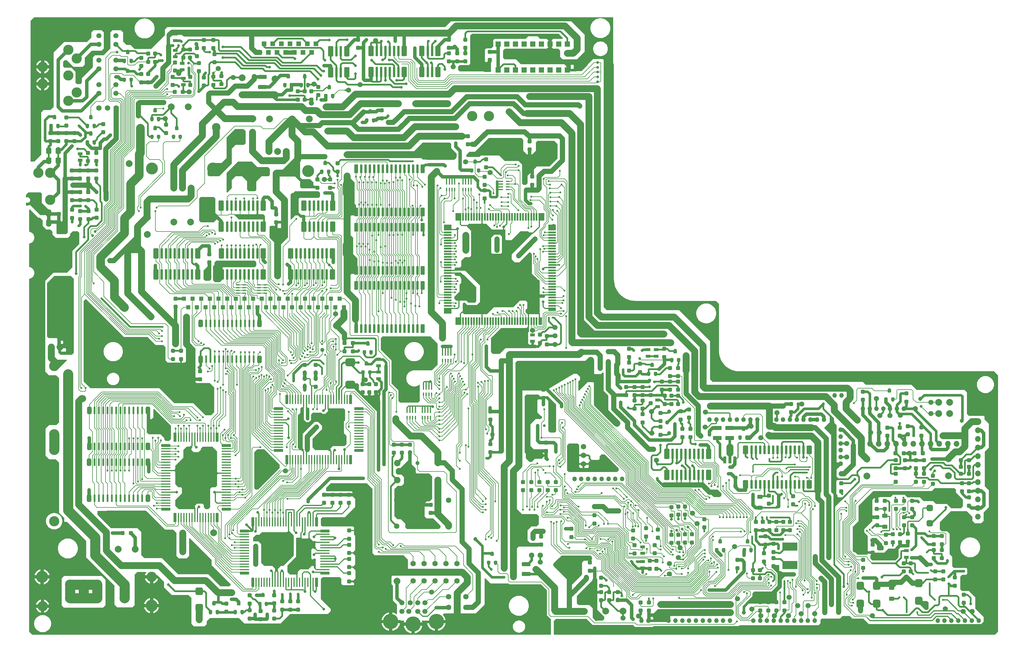
<source format=gbl>
G04 #@! TF.GenerationSoftware,KiCad,Pcbnew,7.0.8*
G04 #@! TF.CreationDate,2023-11-11T13:49:26+01:00*
G04 #@! TF.ProjectId,PCE,5043452e-6b69-4636-9164-5f7063625858,1.3*
G04 #@! TF.SameCoordinates,Original*
G04 #@! TF.FileFunction,Copper,L2,Bot*
G04 #@! TF.FilePolarity,Positive*
%FSLAX46Y46*%
G04 Gerber Fmt 4.6, Leading zero omitted, Abs format (unit mm)*
G04 Created by KiCad (PCBNEW 7.0.8) date 2023-11-11 13:49:26*
%MOMM*%
%LPD*%
G01*
G04 APERTURE LIST*
G04 Aperture macros list*
%AMRoundRect*
0 Rectangle with rounded corners*
0 $1 Rounding radius*
0 $2 $3 $4 $5 $6 $7 $8 $9 X,Y pos of 4 corners*
0 Add a 4 corners polygon primitive as box body*
4,1,4,$2,$3,$4,$5,$6,$7,$8,$9,$2,$3,0*
0 Add four circle primitives for the rounded corners*
1,1,$1+$1,$2,$3*
1,1,$1+$1,$4,$5*
1,1,$1+$1,$6,$7*
1,1,$1+$1,$8,$9*
0 Add four rect primitives between the rounded corners*
20,1,$1+$1,$2,$3,$4,$5,0*
20,1,$1+$1,$4,$5,$6,$7,0*
20,1,$1+$1,$6,$7,$8,$9,0*
20,1,$1+$1,$8,$9,$2,$3,0*%
G04 Aperture macros list end*
G04 #@! TA.AperFunction,ComponentPad*
%ADD10C,3.000000*%
G04 #@! TD*
G04 #@! TA.AperFunction,ComponentPad*
%ADD11O,1.350000X1.350000*%
G04 #@! TD*
G04 #@! TA.AperFunction,ComponentPad*
%ADD12C,1.600000*%
G04 #@! TD*
G04 #@! TA.AperFunction,ComponentPad*
%ADD13C,1.500000*%
G04 #@! TD*
G04 #@! TA.AperFunction,ComponentPad*
%ADD14C,2.000000*%
G04 #@! TD*
G04 #@! TA.AperFunction,ComponentPad*
%ADD15O,1.700000X1.700000*%
G04 #@! TD*
G04 #@! TA.AperFunction,ComponentPad*
%ADD16O,2.000000X3.000000*%
G04 #@! TD*
G04 #@! TA.AperFunction,ComponentPad*
%ADD17C,4.500000*%
G04 #@! TD*
G04 #@! TA.AperFunction,ComponentPad*
%ADD18RoundRect,0.070000X0.630000X0.630000X-0.630000X0.630000X-0.630000X-0.630000X0.630000X-0.630000X0*%
G04 #@! TD*
G04 #@! TA.AperFunction,ComponentPad*
%ADD19O,2.000000X2.000000*%
G04 #@! TD*
G04 #@! TA.AperFunction,ComponentPad*
%ADD20C,2.500000*%
G04 #@! TD*
G04 #@! TA.AperFunction,ComponentPad*
%ADD21C,3.500000*%
G04 #@! TD*
G04 #@! TA.AperFunction,ComponentPad*
%ADD22R,1.600000X1.600000*%
G04 #@! TD*
G04 #@! TA.AperFunction,SMDPad,CuDef*
%ADD23C,1.000000*%
G04 #@! TD*
G04 #@! TA.AperFunction,ComponentPad*
%ADD24C,1.900000*%
G04 #@! TD*
G04 #@! TA.AperFunction,SMDPad,CuDef*
%ADD25RoundRect,0.292682X-0.307318X0.307318X-0.307318X-0.307318X0.307318X-0.307318X0.307318X0.307318X0*%
G04 #@! TD*
G04 #@! TA.AperFunction,SMDPad,CuDef*
%ADD26RoundRect,0.292682X0.307318X-0.307318X0.307318X0.307318X-0.307318X0.307318X-0.307318X-0.307318X0*%
G04 #@! TD*
G04 #@! TA.AperFunction,SMDPad,CuDef*
%ADD27RoundRect,0.200000X0.300000X-0.300000X0.300000X0.300000X-0.300000X0.300000X-0.300000X-0.300000X0*%
G04 #@! TD*
G04 #@! TA.AperFunction,SMDPad,CuDef*
%ADD28RoundRect,0.250000X0.250000X-0.250000X0.250000X0.250000X-0.250000X0.250000X-0.250000X-0.250000X0*%
G04 #@! TD*
G04 #@! TA.AperFunction,SMDPad,CuDef*
%ADD29RoundRect,0.207500X-0.207500X-1.181875X0.207500X-1.181875X0.207500X1.181875X-0.207500X1.181875X0*%
G04 #@! TD*
G04 #@! TA.AperFunction,SMDPad,CuDef*
%ADD30RoundRect,0.103750X-0.103750X-1.285625X0.103750X-1.285625X0.103750X1.285625X-0.103750X1.285625X0*%
G04 #@! TD*
G04 #@! TA.AperFunction,SMDPad,CuDef*
%ADD31RoundRect,0.207500X-1.181875X0.207500X-1.181875X-0.207500X1.181875X-0.207500X1.181875X0.207500X0*%
G04 #@! TD*
G04 #@! TA.AperFunction,SMDPad,CuDef*
%ADD32RoundRect,0.103750X-1.285625X0.103750X-1.285625X-0.103750X1.285625X-0.103750X1.285625X0.103750X0*%
G04 #@! TD*
G04 #@! TA.AperFunction,SMDPad,CuDef*
%ADD33C,1.500000*%
G04 #@! TD*
G04 #@! TA.AperFunction,SMDPad,CuDef*
%ADD34RoundRect,0.150000X0.600000X-1.350000X0.600000X1.350000X-0.600000X1.350000X-0.600000X-1.350000X0*%
G04 #@! TD*
G04 #@! TA.AperFunction,SMDPad,CuDef*
%ADD35RoundRect,0.060000X0.240000X-1.440000X0.240000X1.440000X-0.240000X1.440000X-0.240000X-1.440000X0*%
G04 #@! TD*
G04 #@! TA.AperFunction,SMDPad,CuDef*
%ADD36R,0.400000X1.100000*%
G04 #@! TD*
G04 #@! TA.AperFunction,SMDPad,CuDef*
%ADD37R,1.100000X0.400000*%
G04 #@! TD*
G04 #@! TA.AperFunction,SMDPad,CuDef*
%ADD38RoundRect,0.478260X-0.621740X0.671740X-0.621740X-0.671740X0.621740X-0.671740X0.621740X0.671740X0*%
G04 #@! TD*
G04 #@! TA.AperFunction,SMDPad,CuDef*
%ADD39RoundRect,0.219512X0.480488X-0.230488X0.480488X0.230488X-0.480488X0.230488X-0.480488X-0.230488X0*%
G04 #@! TD*
G04 #@! TA.AperFunction,SMDPad,CuDef*
%ADD40R,0.900000X2.000000*%
G04 #@! TD*
G04 #@! TA.AperFunction,SMDPad,CuDef*
%ADD41R,0.900000X2.500000*%
G04 #@! TD*
G04 #@! TA.AperFunction,SMDPad,CuDef*
%ADD42RoundRect,1.050000X0.000000X-0.825000X0.000000X0.825000X0.000000X0.825000X0.000000X-0.825000X0*%
G04 #@! TD*
G04 #@! TA.AperFunction,SMDPad,CuDef*
%ADD43RoundRect,0.292682X0.307318X0.307318X-0.307318X0.307318X-0.307318X-0.307318X0.307318X-0.307318X0*%
G04 #@! TD*
G04 #@! TA.AperFunction,SMDPad,CuDef*
%ADD44RoundRect,0.292682X-0.307318X-0.307318X0.307318X-0.307318X0.307318X0.307318X-0.307318X0.307318X0*%
G04 #@! TD*
G04 #@! TA.AperFunction,SMDPad,CuDef*
%ADD45RoundRect,0.060000X0.240000X-1.190000X0.240000X1.190000X-0.240000X1.190000X-0.240000X-1.190000X0*%
G04 #@! TD*
G04 #@! TA.AperFunction,SMDPad,CuDef*
%ADD46RoundRect,0.391304X0.508696X-0.508696X0.508696X0.508696X-0.508696X0.508696X-0.508696X-0.508696X0*%
G04 #@! TD*
G04 #@! TA.AperFunction,SMDPad,CuDef*
%ADD47RoundRect,0.250000X-0.550000X0.325000X-0.550000X-0.325000X0.550000X-0.325000X0.550000X0.325000X0*%
G04 #@! TD*
G04 #@! TA.AperFunction,SMDPad,CuDef*
%ADD48C,1.600000*%
G04 #@! TD*
G04 #@! TA.AperFunction,SMDPad,CuDef*
%ADD49RoundRect,0.326087X-0.473913X0.423913X-0.473913X-0.423913X0.473913X-0.423913X0.473913X0.423913X0*%
G04 #@! TD*
G04 #@! TA.AperFunction,SMDPad,CuDef*
%ADD50R,2.300000X1.750000*%
G04 #@! TD*
G04 #@! TA.AperFunction,SMDPad,CuDef*
%ADD51R,2.300000X0.500000*%
G04 #@! TD*
G04 #@! TA.AperFunction,SMDPad,CuDef*
%ADD52R,1.750000X2.300000*%
G04 #@! TD*
G04 #@! TA.AperFunction,SMDPad,CuDef*
%ADD53R,0.500000X2.300000*%
G04 #@! TD*
G04 #@! TA.AperFunction,SMDPad,CuDef*
%ADD54R,2.300000X1.000000*%
G04 #@! TD*
G04 #@! TA.AperFunction,SMDPad,CuDef*
%ADD55R,1.000000X2.300000*%
G04 #@! TD*
G04 #@! TA.AperFunction,SMDPad,CuDef*
%ADD56RoundRect,0.325000X-0.325000X-0.753750X0.325000X-0.753750X0.325000X0.753750X-0.325000X0.753750X0*%
G04 #@! TD*
G04 #@! TA.AperFunction,SMDPad,CuDef*
%ADD57RoundRect,0.142500X-0.142500X-0.936250X0.142500X-0.936250X0.142500X0.936250X-0.142500X0.936250X0*%
G04 #@! TD*
G04 #@! TA.AperFunction,SMDPad,CuDef*
%ADD58RoundRect,0.250000X1.050000X-0.325000X1.050000X0.325000X-1.050000X0.325000X-1.050000X-0.325000X0*%
G04 #@! TD*
G04 #@! TA.AperFunction,SMDPad,CuDef*
%ADD59RoundRect,0.326087X0.473913X-0.423913X0.473913X0.423913X-0.473913X0.423913X-0.473913X-0.423913X0*%
G04 #@! TD*
G04 #@! TA.AperFunction,SMDPad,CuDef*
%ADD60RoundRect,0.219512X-0.480488X0.230488X-0.480488X-0.230488X0.480488X-0.230488X0.480488X0.230488X0*%
G04 #@! TD*
G04 #@! TA.AperFunction,SMDPad,CuDef*
%ADD61RoundRect,0.151000X-0.604000X1.099000X-0.604000X-1.099000X0.604000X-1.099000X0.604000X1.099000X0*%
G04 #@! TD*
G04 #@! TA.AperFunction,SMDPad,CuDef*
%ADD62RoundRect,0.060000X-0.240000X1.190000X-0.240000X-1.190000X0.240000X-1.190000X0.240000X1.190000X0*%
G04 #@! TD*
G04 #@! TA.AperFunction,SMDPad,CuDef*
%ADD63RoundRect,0.250000X-1.050000X0.325000X-1.050000X-0.325000X1.050000X-0.325000X1.050000X0.325000X0*%
G04 #@! TD*
G04 #@! TA.AperFunction,SMDPad,CuDef*
%ADD64RoundRect,0.478260X-0.621740X0.621740X-0.621740X-0.621740X0.621740X-0.621740X0.621740X0.621740X0*%
G04 #@! TD*
G04 #@! TA.AperFunction,SMDPad,CuDef*
%ADD65R,4.400000X2.400000*%
G04 #@! TD*
G04 #@! TA.AperFunction,ComponentPad*
%ADD66RoundRect,0.062500X0.562500X0.562500X-0.562500X0.562500X-0.562500X-0.562500X0.562500X-0.562500X0*%
G04 #@! TD*
G04 #@! TA.AperFunction,SMDPad,CuDef*
%ADD67RoundRect,0.207500X0.207500X1.181875X-0.207500X1.181875X-0.207500X-1.181875X0.207500X-1.181875X0*%
G04 #@! TD*
G04 #@! TA.AperFunction,SMDPad,CuDef*
%ADD68RoundRect,0.103750X0.103750X1.285625X-0.103750X1.285625X-0.103750X-1.285625X0.103750X-1.285625X0*%
G04 #@! TD*
G04 #@! TA.AperFunction,SMDPad,CuDef*
%ADD69RoundRect,0.150000X-0.600000X1.350000X-0.600000X-1.350000X0.600000X-1.350000X0.600000X1.350000X0*%
G04 #@! TD*
G04 #@! TA.AperFunction,SMDPad,CuDef*
%ADD70RoundRect,0.060000X-0.240000X1.440000X-0.240000X-1.440000X0.240000X-1.440000X0.240000X1.440000X0*%
G04 #@! TD*
G04 #@! TA.AperFunction,SMDPad,CuDef*
%ADD71RoundRect,0.499999X-0.900001X0.650001X-0.900001X-0.650001X0.900001X-0.650001X0.900001X0.650001X0*%
G04 #@! TD*
G04 #@! TA.AperFunction,SMDPad,CuDef*
%ADD72RoundRect,0.391304X-0.508696X0.508696X-0.508696X-0.508696X0.508696X-0.508696X0.508696X0.508696X0*%
G04 #@! TD*
G04 #@! TA.AperFunction,ViaPad*
%ADD73C,0.600000*%
G04 #@! TD*
G04 #@! TA.AperFunction,ViaPad*
%ADD74C,0.800000*%
G04 #@! TD*
G04 #@! TA.AperFunction,ViaPad*
%ADD75C,1.200000*%
G04 #@! TD*
G04 #@! TA.AperFunction,Conductor*
%ADD76C,0.200000*%
G04 #@! TD*
G04 #@! TA.AperFunction,Conductor*
%ADD77C,0.350000*%
G04 #@! TD*
G04 #@! TA.AperFunction,Conductor*
%ADD78C,2.000000*%
G04 #@! TD*
G04 #@! TA.AperFunction,Conductor*
%ADD79C,0.500000*%
G04 #@! TD*
G04 #@! TA.AperFunction,Conductor*
%ADD80C,1.000000*%
G04 #@! TD*
G04 #@! TA.AperFunction,Conductor*
%ADD81C,0.750000*%
G04 #@! TD*
G04 #@! TA.AperFunction,Conductor*
%ADD82C,1.500000*%
G04 #@! TD*
G04 #@! TA.AperFunction,Conductor*
%ADD83C,3.000000*%
G04 #@! TD*
G04 #@! TA.AperFunction,Conductor*
%ADD84C,1.250000*%
G04 #@! TD*
G04 #@! TA.AperFunction,Conductor*
%ADD85C,2.500000*%
G04 #@! TD*
G04 APERTURE END LIST*
D10*
X76975000Y-165850000D03*
X76975000Y-145850000D03*
D11*
X303050000Y-161575000D03*
X301050000Y-161575000D03*
X299050000Y-161575000D03*
X297050000Y-161575000D03*
X295050000Y-161575000D03*
X293050000Y-161575000D03*
X291050000Y-161575000D03*
X289050000Y-161575000D03*
D12*
X192785000Y-213591200D03*
X195325000Y-213591200D03*
X197865000Y-213591200D03*
D13*
X95100000Y-65600000D03*
X90100000Y-65600000D03*
X95100000Y-63100000D03*
X90100000Y-63100000D03*
D12*
X232460800Y-169545000D03*
X232460800Y-172085000D03*
X232460800Y-174625000D03*
D11*
X249450000Y-220700000D03*
X251450000Y-220700000D03*
D13*
X95100000Y-58425000D03*
X90100000Y-58425000D03*
X95100000Y-55925000D03*
X90100000Y-55925000D03*
D11*
X282325000Y-220700000D03*
X284325000Y-220700000D03*
X286325000Y-220700000D03*
X288325000Y-220700000D03*
X290325000Y-220700000D03*
X292325000Y-220700000D03*
X294325000Y-220700000D03*
X296325000Y-220700000D03*
X298325000Y-220700000D03*
X300325000Y-220700000D03*
D12*
X192850000Y-185275000D03*
X177610000Y-185275000D03*
X177610000Y-192895000D03*
X192850000Y-192895000D03*
X182425000Y-208965000D03*
X182425000Y-206425000D03*
X182425000Y-203885000D03*
D14*
X339625000Y-173100000D03*
X339625000Y-178075000D03*
X111375000Y-69575000D03*
X116350000Y-69575000D03*
D13*
X95100000Y-51225000D03*
X90100000Y-51225000D03*
X95100000Y-48725000D03*
X90100000Y-48725000D03*
D15*
X314080000Y-168650000D03*
X316620000Y-168650000D03*
X319160000Y-168650000D03*
X321700000Y-168650000D03*
X324240000Y-168650000D03*
X326780000Y-168650000D03*
X329320000Y-168650000D03*
X331860000Y-168650000D03*
X334400000Y-168650000D03*
X336940000Y-168650000D03*
X339480000Y-168650000D03*
X342020000Y-168650000D03*
D14*
X141875000Y-61400000D03*
X141875000Y-66375000D03*
D12*
X219750000Y-201425000D03*
X217210000Y-201425000D03*
D14*
X123800000Y-194850000D03*
D12*
X185630000Y-208965000D03*
X185630000Y-206425000D03*
X185630000Y-203885000D03*
D11*
X283450000Y-161575000D03*
X281450000Y-161575000D03*
X279450000Y-161575000D03*
X277450000Y-161575000D03*
X275450000Y-161575000D03*
X273450000Y-161575000D03*
X271450000Y-161575000D03*
X269450000Y-161575000D03*
D12*
X192055000Y-208975000D03*
X192055000Y-206435000D03*
X192055000Y-203895000D03*
D16*
X71127600Y-65375800D03*
D10*
X73627600Y-62875800D03*
X73627600Y-57875800D03*
D16*
X71127600Y-55375800D03*
D10*
X81127600Y-67875800D03*
X81127600Y-60375800D03*
X81127600Y-52875800D03*
X83627600Y-65375800D03*
X83627600Y-55375800D03*
D11*
X257450000Y-220700000D03*
X259450000Y-220700000D03*
X261450000Y-220700000D03*
X263450000Y-220700000D03*
X265450000Y-220700000D03*
X267450000Y-220700000D03*
X269450000Y-220700000D03*
X271450000Y-220700000D03*
X273450000Y-220700000D03*
X275450000Y-220700000D03*
D14*
X315675000Y-173150000D03*
X315675000Y-178125000D03*
D17*
X189225000Y-220950000D03*
X182375000Y-221700000D03*
X175825000Y-220950000D03*
D13*
X183775000Y-217950000D03*
X181125000Y-217950000D03*
X185875000Y-217950000D03*
X183775000Y-215450000D03*
X179075000Y-217950000D03*
X185875000Y-215450000D03*
X181575000Y-215450000D03*
X179075000Y-215450000D03*
D11*
X336475000Y-220700000D03*
X338475000Y-220700000D03*
X340475000Y-220700000D03*
X342475000Y-220700000D03*
X344475000Y-220700000D03*
X346475000Y-220700000D03*
X348475000Y-220700000D03*
D14*
X189705000Y-174300000D03*
X189705000Y-179380000D03*
X99025000Y-86325000D03*
D18*
X137380000Y-53575000D03*
X138650000Y-51035000D03*
X139920000Y-53575000D03*
X141190000Y-51035000D03*
X142460000Y-53575000D03*
X143730000Y-51035000D03*
X145000000Y-53575000D03*
X146270000Y-51035000D03*
X147540000Y-53575000D03*
X148810000Y-51035000D03*
X150080000Y-53575000D03*
X151350000Y-51035000D03*
X152620000Y-53575000D03*
X153890000Y-51035000D03*
D14*
X135225000Y-73150000D03*
X140200000Y-73150000D03*
X177695000Y-209050000D03*
X177695000Y-203970000D03*
D19*
X76175000Y-140250000D03*
X78675000Y-140250000D03*
D11*
X308000000Y-174550000D03*
X308000000Y-172550000D03*
X308000000Y-170550000D03*
X308000000Y-168550000D03*
X308000000Y-166550000D03*
X308000000Y-164550000D03*
D14*
X95786800Y-199675000D03*
X100761800Y-199675000D03*
D10*
X76975000Y-170425000D03*
X76975000Y-191425000D03*
D14*
X336750000Y-156525000D03*
X336750000Y-159775000D03*
X340000000Y-156525000D03*
X340000000Y-159775000D03*
D12*
X95165000Y-69925000D03*
X92625000Y-69925000D03*
X90085000Y-69925000D03*
D11*
X243775000Y-179025000D03*
X241775000Y-179025000D03*
X239775000Y-179025000D03*
X237775000Y-179025000D03*
X235775000Y-179025000D03*
X233775000Y-179025000D03*
X231775000Y-179025000D03*
X229775000Y-179025000D03*
D12*
X188825000Y-208955000D03*
X188825000Y-206415000D03*
X188825000Y-203875000D03*
D10*
X199725000Y-72325000D03*
X204700000Y-72325000D03*
D14*
X183125000Y-68700000D03*
X178045000Y-68700000D03*
D11*
X326475000Y-158325000D03*
X324475000Y-158325000D03*
X322475000Y-158325000D03*
X320475000Y-158325000D03*
X318475000Y-158325000D03*
X316475000Y-158325000D03*
X314475000Y-158325000D03*
D14*
X307175000Y-148975000D03*
D11*
X308200000Y-154425000D03*
X306200000Y-154425000D03*
D13*
X144875000Y-176650000D03*
D14*
X252400000Y-128375000D03*
X271920000Y-154825000D03*
X277000000Y-154825000D03*
X104300000Y-102150000D03*
X104300000Y-107125000D03*
D20*
X124600000Y-70650000D03*
X124600000Y-75625000D03*
D21*
X105580000Y-216265000D03*
D10*
X105580000Y-207795000D03*
X73560000Y-216395000D03*
D21*
X73440000Y-207795000D03*
D10*
X97660000Y-214085000D03*
X97660000Y-210085000D03*
X89610000Y-214085000D03*
X89610000Y-210085000D03*
X85610000Y-214085000D03*
X85610000Y-210085000D03*
X81610000Y-214085000D03*
X81610000Y-210085000D03*
D22*
X207375000Y-58770000D03*
X209915000Y-58770000D03*
X212455000Y-58770000D03*
X214995000Y-58770000D03*
X217535000Y-58770000D03*
X220075000Y-58770000D03*
X222615000Y-58770000D03*
X225155000Y-58770000D03*
X227695000Y-58770000D03*
X227695000Y-51150000D03*
X225155000Y-51150000D03*
X222615000Y-51150000D03*
X220075000Y-51150000D03*
X217535000Y-51150000D03*
X214995000Y-51150000D03*
X212455000Y-51150000D03*
X209915000Y-51150000D03*
X207375000Y-51150000D03*
D12*
X192772800Y-216791600D03*
X195312800Y-216791600D03*
X197852800Y-216791600D03*
D10*
X72344400Y-89002600D03*
D23*
X71074400Y-95987600D03*
D10*
X75844400Y-89002600D03*
X75844400Y-97002600D03*
D14*
X112110000Y-93475000D03*
D21*
X123650000Y-87725000D03*
D14*
X114650000Y-93475000D03*
D21*
X105650000Y-87725000D03*
D14*
X117190000Y-93475000D03*
D12*
X195305000Y-208975000D03*
X195305000Y-206435000D03*
X195305000Y-203895000D03*
D13*
X252425000Y-159175000D03*
D14*
X112100000Y-103475000D03*
X117075000Y-103475000D03*
D24*
X177700000Y-179350000D03*
X177700000Y-174350000D03*
D13*
X224050000Y-139450000D03*
X224050000Y-136950000D03*
X224050000Y-134450000D03*
D14*
X145140000Y-82725000D03*
D21*
X133600000Y-88475000D03*
D14*
X142600000Y-82725000D03*
D21*
X151600000Y-88475000D03*
D14*
X140060000Y-82725000D03*
D15*
X348300000Y-162185000D03*
X348300000Y-164725000D03*
X348300000Y-167265000D03*
X348300000Y-169805000D03*
X348300000Y-172345000D03*
X348300000Y-174885000D03*
X348300000Y-177425000D03*
X348300000Y-179965000D03*
X348300000Y-182505000D03*
X348300000Y-185045000D03*
X348300000Y-187585000D03*
X348300000Y-190125000D03*
D14*
X146925000Y-73150000D03*
X151900000Y-73150000D03*
D13*
X252500000Y-165550000D03*
D14*
X132200000Y-61100000D03*
X132200000Y-66075000D03*
X238920000Y-217875000D03*
X244000000Y-217875000D03*
D25*
X152525000Y-65075000D03*
X152525000Y-67475000D03*
X217075000Y-179912500D03*
X217075000Y-182312500D03*
D26*
X161075000Y-186025000D03*
X161075000Y-183625000D03*
D25*
X330050000Y-177475000D03*
X330050000Y-179875000D03*
D27*
X131150000Y-215650000D03*
D23*
X131150000Y-215350000D03*
X132150000Y-218350000D03*
D28*
X132150000Y-218050000D03*
D23*
X130150000Y-218350000D03*
D28*
X130150000Y-218050000D03*
D26*
X242500000Y-214675000D03*
X242500000Y-212275000D03*
X216600000Y-82150000D03*
X216600000Y-79750000D03*
D29*
X135320000Y-191599000D03*
D30*
X136260000Y-191599000D03*
X137060000Y-191599000D03*
X137860000Y-191599000D03*
X138660000Y-191599000D03*
X139460000Y-191599000D03*
X140260000Y-191599000D03*
X141060000Y-191599000D03*
X141860000Y-191599000D03*
X142660000Y-191599000D03*
X143460000Y-191599000D03*
X144260000Y-191599000D03*
X145060000Y-191599000D03*
X145860000Y-191599000D03*
X146660000Y-191599000D03*
X147460000Y-191599000D03*
X148260000Y-191599000D03*
X149060000Y-191599000D03*
X149860000Y-191599000D03*
X150660000Y-191599000D03*
X151460000Y-191599000D03*
X152260000Y-191599000D03*
X153060000Y-191599000D03*
D29*
X154040000Y-191599000D03*
D31*
X156496800Y-194315000D03*
D32*
X156496800Y-195255000D03*
X156496800Y-196055000D03*
X156496800Y-196855000D03*
X156496800Y-197655000D03*
X156496800Y-198455000D03*
X156496800Y-199255000D03*
X156496800Y-200055000D03*
X156496800Y-200855000D03*
X156496800Y-201655000D03*
X156496800Y-202455000D03*
X156496800Y-203255000D03*
X156496800Y-204055000D03*
X156496800Y-204855000D03*
X156496800Y-205655000D03*
D31*
X156496800Y-206655000D03*
D29*
X154040000Y-209360200D03*
D30*
X153060000Y-209360200D03*
X152260000Y-209360200D03*
X151460000Y-209360200D03*
X150660000Y-209360200D03*
X149860000Y-209360200D03*
X149060000Y-209360200D03*
X148260000Y-209360200D03*
X147460000Y-209360200D03*
X146660000Y-209360200D03*
X145860000Y-209360200D03*
X145060000Y-209360200D03*
X144260000Y-209360200D03*
X143460000Y-209360200D03*
X142660000Y-209360200D03*
X141860000Y-209360200D03*
X141060000Y-209360200D03*
X140260000Y-209360200D03*
X139460000Y-209360200D03*
X138660000Y-209360200D03*
X137860000Y-209360200D03*
X137060000Y-209360200D03*
X136260000Y-209360200D03*
D29*
X135320000Y-209360200D03*
D31*
X132868400Y-206655000D03*
D32*
X132868400Y-205655000D03*
X132868400Y-204855000D03*
X132868400Y-204055000D03*
X132868400Y-203255000D03*
X132868400Y-202455000D03*
X132868400Y-201655000D03*
X132868400Y-200855000D03*
X132868400Y-200055000D03*
X132868400Y-199255000D03*
X132868400Y-198455000D03*
X132868400Y-197655000D03*
X132868400Y-196855000D03*
X132868400Y-196055000D03*
X132868400Y-195255000D03*
D31*
X132868400Y-194315000D03*
D33*
X166825000Y-63075000D03*
D34*
X158805000Y-104875000D03*
D35*
X157090000Y-104875000D03*
X155820000Y-104875000D03*
X154550000Y-104875000D03*
X153280000Y-104875000D03*
X152010000Y-104875000D03*
D34*
X150295000Y-104875000D03*
X150295000Y-98675000D03*
D35*
X152010000Y-98675000D03*
X153280000Y-98675000D03*
X154550000Y-98675000D03*
X155820000Y-98675000D03*
X157090000Y-98675000D03*
D34*
X158805000Y-98675000D03*
D27*
X322275000Y-153125000D03*
D23*
X322275000Y-152825000D03*
X323275000Y-155825000D03*
D28*
X323275000Y-155525000D03*
D23*
X321275000Y-155825000D03*
D28*
X321275000Y-155525000D03*
D25*
X249825000Y-159975000D03*
X249825000Y-162375000D03*
X326550000Y-190275000D03*
X326550000Y-192675000D03*
D33*
X185725000Y-68700000D03*
D25*
X192925000Y-53850000D03*
X192925000Y-56250000D03*
X134375000Y-217650000D03*
X134375000Y-220050000D03*
X167550000Y-151150000D03*
X167550000Y-153550000D03*
D26*
X262250000Y-189500000D03*
X262250000Y-187100000D03*
D36*
X193475000Y-144175000D03*
X192675000Y-144175000D03*
X191875000Y-144175000D03*
X191075000Y-144175000D03*
X191075000Y-142275000D03*
X191875000Y-142275000D03*
X192675000Y-142275000D03*
X193475000Y-142275000D03*
D37*
X137075000Y-124375000D03*
X137075000Y-123575000D03*
X137075000Y-122775000D03*
X137075000Y-121975000D03*
X138975000Y-121975000D03*
X138975000Y-122775000D03*
X138975000Y-123575000D03*
X138975000Y-124375000D03*
D25*
X332425000Y-173475000D03*
X332425000Y-175875000D03*
D34*
X189675000Y-59375000D03*
D35*
X187960000Y-59375000D03*
X186690000Y-59375000D03*
D34*
X184975000Y-59375000D03*
X184975000Y-53175000D03*
D35*
X186690000Y-53175000D03*
X187960000Y-53175000D03*
D34*
X189675000Y-53175000D03*
D25*
X163575000Y-198375000D03*
X163575000Y-200775000D03*
X171500000Y-151150000D03*
X171500000Y-153550000D03*
D33*
X322475000Y-160375000D03*
D38*
X313750000Y-210450000D03*
X313750000Y-215650000D03*
D39*
X84575000Y-85275000D03*
X84575000Y-83375000D03*
D25*
X127550000Y-215650000D03*
X127550000Y-218050000D03*
X326500000Y-203800000D03*
X326500000Y-206200000D03*
X321700000Y-163900000D03*
X321700000Y-166300000D03*
D26*
X89400000Y-102250000D03*
X89400000Y-99850000D03*
X325300000Y-166300000D03*
X325300000Y-163900000D03*
D29*
X145295000Y-155599000D03*
D30*
X146235000Y-155599000D03*
X147035000Y-155599000D03*
X147835000Y-155599000D03*
X148635000Y-155599000D03*
X149435000Y-155599000D03*
X150235000Y-155599000D03*
X151035000Y-155599000D03*
X151835000Y-155599000D03*
X152635000Y-155599000D03*
X153435000Y-155599000D03*
X154235000Y-155599000D03*
X155035000Y-155599000D03*
X155835000Y-155599000D03*
X156635000Y-155599000D03*
X157435000Y-155599000D03*
X158235000Y-155599000D03*
X159035000Y-155599000D03*
X159835000Y-155599000D03*
X160635000Y-155599000D03*
X161435000Y-155599000D03*
X162235000Y-155599000D03*
X163035000Y-155599000D03*
D29*
X164015000Y-155599000D03*
D31*
X166471800Y-158315000D03*
D32*
X166471800Y-159255000D03*
X166471800Y-160055000D03*
X166471800Y-160855000D03*
X166471800Y-161655000D03*
X166471800Y-162455000D03*
X166471800Y-163255000D03*
X166471800Y-164055000D03*
X166471800Y-164855000D03*
X166471800Y-165655000D03*
X166471800Y-166455000D03*
X166471800Y-167255000D03*
X166471800Y-168055000D03*
X166471800Y-168855000D03*
X166471800Y-169655000D03*
D31*
X166471800Y-170655000D03*
D29*
X164015000Y-173360200D03*
D30*
X163035000Y-173360200D03*
X162235000Y-173360200D03*
X161435000Y-173360200D03*
X160635000Y-173360200D03*
X159835000Y-173360200D03*
X159035000Y-173360200D03*
X158235000Y-173360200D03*
X157435000Y-173360200D03*
X156635000Y-173360200D03*
X155835000Y-173360200D03*
X155035000Y-173360200D03*
X154235000Y-173360200D03*
X153435000Y-173360200D03*
X152635000Y-173360200D03*
X151835000Y-173360200D03*
X151035000Y-173360200D03*
X150235000Y-173360200D03*
X149435000Y-173360200D03*
X148635000Y-173360200D03*
X147835000Y-173360200D03*
X147035000Y-173360200D03*
X146235000Y-173360200D03*
D29*
X145295000Y-173360200D03*
D31*
X142843400Y-170655000D03*
D32*
X142843400Y-169655000D03*
X142843400Y-168855000D03*
X142843400Y-168055000D03*
X142843400Y-167255000D03*
X142843400Y-166455000D03*
X142843400Y-165655000D03*
X142843400Y-164855000D03*
X142843400Y-164055000D03*
X142843400Y-163255000D03*
X142843400Y-162455000D03*
X142843400Y-161655000D03*
X142843400Y-160855000D03*
X142843400Y-160055000D03*
X142843400Y-159255000D03*
D31*
X142843400Y-158315000D03*
D26*
X260250000Y-189500000D03*
X260250000Y-187100000D03*
D25*
X102550000Y-60000000D03*
X102550000Y-62400000D03*
D33*
X113550000Y-59800000D03*
D27*
X145700000Y-60725000D03*
D23*
X145700000Y-60425000D03*
X146700000Y-63425000D03*
D28*
X146700000Y-63125000D03*
D23*
X144700000Y-63425000D03*
D28*
X144700000Y-63125000D03*
D40*
X276925000Y-173450000D03*
D41*
X275425000Y-173200000D03*
D42*
X275425000Y-170575000D03*
D40*
X273925000Y-173450000D03*
D26*
X294025000Y-186475000D03*
X294025000Y-184075000D03*
D25*
X287070800Y-191662200D03*
X287070800Y-194062200D03*
D26*
X337675000Y-202287500D03*
X337675000Y-199887500D03*
D25*
X335725000Y-206175000D03*
X335725000Y-208575000D03*
D43*
X241750000Y-136425000D03*
X239350000Y-136425000D03*
D26*
X221900000Y-182312500D03*
X221900000Y-179912500D03*
X118900000Y-54750000D03*
X118900000Y-52350000D03*
D25*
X197750000Y-49850000D03*
X197750000Y-52250000D03*
D26*
X237625000Y-210450000D03*
X237625000Y-208050000D03*
D27*
X259375000Y-141575000D03*
D23*
X259375000Y-141275000D03*
X260375000Y-144275000D03*
D28*
X260375000Y-143975000D03*
D23*
X258375000Y-144275000D03*
D28*
X258375000Y-143975000D03*
D26*
X78200000Y-79725000D03*
X78200000Y-77325000D03*
D43*
X345675000Y-173475000D03*
X343275000Y-173475000D03*
D44*
X324075000Y-171475000D03*
X326475000Y-171475000D03*
D33*
X109625000Y-73075000D03*
D25*
X261450000Y-164300000D03*
X261450000Y-166700000D03*
D26*
X89350000Y-90725000D03*
X89350000Y-88325000D03*
X142175000Y-103600000D03*
X142175000Y-101200000D03*
X251875000Y-205450000D03*
X251875000Y-203050000D03*
D27*
X87750000Y-77575000D03*
D23*
X87750000Y-77275000D03*
X88750000Y-80275000D03*
D28*
X88750000Y-79975000D03*
D23*
X86750000Y-80275000D03*
D28*
X86750000Y-79975000D03*
D33*
X277622000Y-214223600D03*
D26*
X235650000Y-192100000D03*
X235650000Y-189700000D03*
D33*
X197850000Y-85800000D03*
D25*
X326875000Y-173475000D03*
X326875000Y-175875000D03*
D26*
X89375000Y-85525000D03*
X89375000Y-83125000D03*
X318675000Y-192650000D03*
X318675000Y-190250000D03*
D33*
X264400000Y-189100000D03*
D26*
X146325000Y-217425000D03*
X146325000Y-215025000D03*
D33*
X319475000Y-160375000D03*
D26*
X288264600Y-200482200D03*
X288264600Y-198082200D03*
D36*
X194625000Y-93875000D03*
X193825000Y-93875000D03*
X193025000Y-93875000D03*
X192225000Y-93875000D03*
X192225000Y-91975000D03*
X193025000Y-91975000D03*
X193825000Y-91975000D03*
X194625000Y-91975000D03*
D26*
X249825000Y-154375000D03*
X249825000Y-151975000D03*
X86975000Y-90725000D03*
X86975000Y-88325000D03*
D45*
X184950000Y-100550000D03*
X185425000Y-100550000D03*
X183680000Y-100550000D03*
X182410000Y-100550000D03*
X181140000Y-100550000D03*
X179870000Y-100550000D03*
X178600000Y-100550000D03*
X177330000Y-100550000D03*
X176060000Y-100550000D03*
X174790000Y-100550000D03*
X173520000Y-100550000D03*
X172250000Y-100550000D03*
X170980000Y-100550000D03*
X169710000Y-100550000D03*
X168440000Y-100550000D03*
X167170000Y-100550000D03*
X165425000Y-100550000D03*
X165900000Y-100550000D03*
X165425000Y-87850000D03*
X165900000Y-87850000D03*
X167170000Y-87850000D03*
X168440000Y-87850000D03*
X169710000Y-87850000D03*
X170980000Y-87850000D03*
X172250000Y-87850000D03*
X173520000Y-87850000D03*
X174790000Y-87850000D03*
X176060000Y-87850000D03*
X177330000Y-87850000D03*
X178600000Y-87850000D03*
X179870000Y-87850000D03*
X181140000Y-87850000D03*
X182410000Y-87850000D03*
X183680000Y-87850000D03*
X184950000Y-87850000D03*
X185425000Y-87850000D03*
D26*
X286689800Y-217658800D03*
X286689800Y-215258800D03*
X234275000Y-206000000D03*
X234275000Y-203600000D03*
X255425000Y-152775000D03*
X255425000Y-150375000D03*
D25*
X120925000Y-60950000D03*
X120925000Y-63350000D03*
D26*
X220650000Y-155200000D03*
X220650000Y-152800000D03*
D25*
X330050000Y-173475000D03*
X330050000Y-175875000D03*
D33*
X346550000Y-217975000D03*
D26*
X150525000Y-67475000D03*
X150525000Y-65075000D03*
D25*
X256275000Y-154550000D03*
X256275000Y-156950000D03*
D38*
X330900000Y-209625000D03*
X330900000Y-214825000D03*
D26*
X84625000Y-102675000D03*
X84625000Y-100275000D03*
D25*
X344100000Y-213000000D03*
X344100000Y-215400000D03*
D33*
X171350000Y-50175000D03*
D25*
X163575000Y-202550000D03*
X163575000Y-204950000D03*
D33*
X325525000Y-160300000D03*
D46*
X98600000Y-116925000D03*
X98600000Y-112425000D03*
D33*
X338725000Y-217225000D03*
D26*
X289052000Y-217658800D03*
X289052000Y-215258800D03*
D25*
X169525000Y-151150000D03*
X169525000Y-153550000D03*
D47*
X322950000Y-211000000D03*
X322950000Y-214200000D03*
D33*
X219750000Y-203500000D03*
D26*
X228850000Y-196075000D03*
X228850000Y-193675000D03*
D25*
X237625000Y-212275000D03*
X237625000Y-214675000D03*
D26*
X317375000Y-200675000D03*
X317375000Y-198275000D03*
D48*
X78206600Y-82197000D03*
D49*
X78206600Y-82647000D03*
X78206600Y-85247000D03*
D48*
X78206600Y-85697000D03*
D25*
X176700000Y-168929200D03*
X176700000Y-171329200D03*
D45*
X184950000Y-117675000D03*
X185425000Y-117675000D03*
X183680000Y-117675000D03*
X182410000Y-117675000D03*
X181140000Y-117675000D03*
X179870000Y-117675000D03*
X178600000Y-117675000D03*
X177330000Y-117675000D03*
X176060000Y-117675000D03*
X174790000Y-117675000D03*
X173520000Y-117675000D03*
X172250000Y-117675000D03*
X170980000Y-117675000D03*
X169710000Y-117675000D03*
X168440000Y-117675000D03*
X167170000Y-117675000D03*
X165425000Y-117675000D03*
X165900000Y-117675000D03*
X165425000Y-104975000D03*
X165900000Y-104975000D03*
X167170000Y-104975000D03*
X168440000Y-104975000D03*
X169710000Y-104975000D03*
X170980000Y-104975000D03*
X172250000Y-104975000D03*
X173520000Y-104975000D03*
X174790000Y-104975000D03*
X176060000Y-104975000D03*
X177330000Y-104975000D03*
X178600000Y-104975000D03*
X179870000Y-104975000D03*
X181140000Y-104975000D03*
X182410000Y-104975000D03*
X183680000Y-104975000D03*
X184950000Y-104975000D03*
X185425000Y-104975000D03*
D25*
X328950000Y-185450000D03*
X328950000Y-187850000D03*
X285064200Y-191662200D03*
X285064200Y-194062200D03*
D50*
X192575000Y-129525000D03*
D51*
X192575000Y-128100000D03*
X192575000Y-127300000D03*
X192575000Y-126500000D03*
X192575000Y-125700000D03*
X192575000Y-124900000D03*
X192575000Y-124100000D03*
X192575000Y-123300000D03*
X192575000Y-122500000D03*
X192575000Y-121700000D03*
X192575000Y-120900000D03*
X192575000Y-120100000D03*
X192575000Y-119300000D03*
X192575000Y-118500000D03*
X192575000Y-117700000D03*
X192575000Y-116900000D03*
X192575000Y-116100000D03*
X192575000Y-115300000D03*
X192575000Y-114500000D03*
X192575000Y-113700000D03*
X192575000Y-112900000D03*
X192575000Y-112100000D03*
X192575000Y-111300000D03*
X192575000Y-110500000D03*
X192575000Y-109700000D03*
X192575000Y-108900000D03*
X192575000Y-108100000D03*
X192575000Y-107300000D03*
X192575000Y-106500000D03*
D50*
X192575000Y-105075000D03*
D52*
X195650000Y-102000000D03*
D53*
X197075000Y-102000000D03*
X197875000Y-102000000D03*
X198675000Y-102000000D03*
X199475000Y-102000000D03*
X200275000Y-102000000D03*
X201075000Y-102000000D03*
X201875000Y-102000000D03*
X202675000Y-102000000D03*
X203475000Y-102000000D03*
X204275000Y-102000000D03*
X205075000Y-102000000D03*
X205875000Y-102000000D03*
X206675000Y-102000000D03*
X207475000Y-102000000D03*
X208275000Y-102000000D03*
X209075000Y-102000000D03*
X209875000Y-102000000D03*
X210675000Y-102000000D03*
X211475000Y-102000000D03*
X212275000Y-102000000D03*
X213075000Y-102000000D03*
X213875000Y-102000000D03*
X214675000Y-102000000D03*
X215475000Y-102000000D03*
X216275000Y-102000000D03*
X217075000Y-102000000D03*
X217875000Y-102000000D03*
X218675000Y-102000000D03*
D52*
X220100000Y-102000000D03*
D50*
X223175000Y-105075000D03*
D51*
X223175000Y-106500000D03*
X223175000Y-107300000D03*
X223175000Y-108100000D03*
X223175000Y-108900000D03*
X223175000Y-109700000D03*
X223175000Y-110500000D03*
X223175000Y-111300000D03*
X223175000Y-112100000D03*
X223175000Y-112900000D03*
X223175000Y-113700000D03*
X223175000Y-114500000D03*
X223175000Y-115300000D03*
X223175000Y-116100000D03*
X223175000Y-116900000D03*
X223175000Y-117700000D03*
X223175000Y-118500000D03*
X223175000Y-119300000D03*
X223175000Y-120100000D03*
X223175000Y-120900000D03*
X223175000Y-121700000D03*
X223175000Y-122500000D03*
X223175000Y-123300000D03*
X223175000Y-124100000D03*
X223175000Y-124900000D03*
X223175000Y-125700000D03*
X223175000Y-126500000D03*
X223175000Y-127300000D03*
X223175000Y-128100000D03*
D54*
X223175000Y-129150000D03*
D55*
X219725000Y-132600000D03*
D53*
X218675000Y-132600000D03*
X217875000Y-132600000D03*
X217075000Y-132600000D03*
X216275000Y-132600000D03*
X215475000Y-132600000D03*
X214675000Y-132600000D03*
X213875000Y-132600000D03*
X213075000Y-132600000D03*
X212275000Y-132600000D03*
X211475000Y-132600000D03*
X210675000Y-132600000D03*
X209875000Y-132600000D03*
X209075000Y-132600000D03*
X208275000Y-132600000D03*
X207475000Y-132600000D03*
X206675000Y-132600000D03*
X205875000Y-132600000D03*
X205075000Y-132600000D03*
X204275000Y-132600000D03*
X203475000Y-132600000D03*
X202675000Y-132600000D03*
X201875000Y-132600000D03*
X201075000Y-132600000D03*
X200275000Y-132600000D03*
X199475000Y-132600000D03*
X198675000Y-132600000D03*
X197875000Y-132600000D03*
X197075000Y-132600000D03*
D52*
X195650000Y-132600000D03*
D25*
X260200000Y-146375000D03*
X260200000Y-148775000D03*
D56*
X87269600Y-174116800D03*
D57*
X88860000Y-174115550D03*
X90130000Y-174115550D03*
X91400000Y-174115550D03*
X92670000Y-174115550D03*
X93940000Y-174115550D03*
X95210000Y-174115550D03*
X96480000Y-174115550D03*
X97750000Y-174115550D03*
X99020000Y-174115550D03*
X100290000Y-174115550D03*
X101560000Y-174115550D03*
X102830000Y-174115550D03*
D56*
X104465400Y-174116800D03*
X104465400Y-184683200D03*
D57*
X102830000Y-184681950D03*
X101560000Y-184681950D03*
X100290000Y-184681950D03*
X99020000Y-184681950D03*
X97750000Y-184681950D03*
X96480000Y-184681950D03*
X95210000Y-184681950D03*
X93940000Y-184681950D03*
X92670000Y-184681950D03*
X91400000Y-184681950D03*
X90130000Y-184681950D03*
X88860000Y-184681950D03*
D56*
X87269600Y-184683200D03*
D27*
X168700000Y-145175000D03*
D23*
X168700000Y-144875000D03*
X169700000Y-147875000D03*
D28*
X169700000Y-147575000D03*
D23*
X167700000Y-147875000D03*
D28*
X167700000Y-147575000D03*
D25*
X214650000Y-179912500D03*
X214650000Y-182312500D03*
D44*
X112375000Y-65175000D03*
X114775000Y-65175000D03*
D26*
X205075000Y-171150000D03*
X205075000Y-168750000D03*
D37*
X210200000Y-91525000D03*
X210200000Y-92325000D03*
X210200000Y-93125000D03*
X210200000Y-93925000D03*
X208300000Y-93925000D03*
X208300000Y-93125000D03*
X208300000Y-92325000D03*
X208300000Y-91525000D03*
D33*
X156325000Y-90975000D03*
X187775000Y-212300000D03*
X217450000Y-135350000D03*
D27*
X106650000Y-75925000D03*
D23*
X106650000Y-75625000D03*
X107650000Y-78625000D03*
D28*
X107650000Y-78325000D03*
D23*
X105650000Y-78625000D03*
D28*
X105650000Y-78325000D03*
D26*
X82925000Y-79725000D03*
X82925000Y-77325000D03*
D33*
X306175000Y-174700000D03*
D25*
X264250000Y-195275000D03*
X264250000Y-197675000D03*
D33*
X276783800Y-198882000D03*
D27*
X98575000Y-53600000D03*
D23*
X98575000Y-53300000D03*
X99575000Y-56300000D03*
D28*
X99575000Y-56000000D03*
D23*
X97575000Y-56300000D03*
D28*
X97575000Y-56000000D03*
D26*
X253875000Y-205450000D03*
X253875000Y-203050000D03*
D25*
X258250000Y-195425000D03*
X258250000Y-197825000D03*
D33*
X268175000Y-163750000D03*
D26*
X153800000Y-147875000D03*
X153800000Y-145475000D03*
X221700000Y-139450000D03*
X221700000Y-137050000D03*
D44*
X343275000Y-175475000D03*
X345675000Y-175475000D03*
D27*
X150525000Y-60725000D03*
D23*
X150525000Y-60425000D03*
X151525000Y-63425000D03*
D28*
X151525000Y-63125000D03*
D23*
X149525000Y-63425000D03*
D28*
X149525000Y-63125000D03*
D33*
X129525000Y-60950000D03*
D26*
X208275000Y-146750000D03*
X208275000Y-144350000D03*
D33*
X260250000Y-202100000D03*
X343950000Y-217975000D03*
X309725000Y-168550000D03*
D46*
X102650000Y-116925000D03*
X102650000Y-112425000D03*
D26*
X87025000Y-102675000D03*
X87025000Y-100275000D03*
D37*
X130925000Y-124375000D03*
X130925000Y-123575000D03*
X130925000Y-122775000D03*
X130925000Y-121975000D03*
X132825000Y-121975000D03*
X132825000Y-122775000D03*
X132825000Y-123575000D03*
X132825000Y-124375000D03*
D26*
X328550000Y-206200000D03*
X328550000Y-203800000D03*
D25*
X335300000Y-199887500D03*
X335300000Y-202287500D03*
X120925000Y-49975000D03*
X120925000Y-52375000D03*
X153800000Y-149475000D03*
X153800000Y-151875000D03*
D34*
X179790000Y-59400000D03*
D35*
X178075000Y-59400000D03*
X176805000Y-59400000D03*
X175535000Y-59400000D03*
X174265000Y-59400000D03*
X172995000Y-59400000D03*
X171725000Y-59400000D03*
D34*
X170010000Y-59400000D03*
X170010000Y-53200000D03*
D35*
X171725000Y-53200000D03*
X172995000Y-53200000D03*
X174265000Y-53200000D03*
X175535000Y-53200000D03*
X176805000Y-53200000D03*
X178075000Y-53200000D03*
D34*
X179790000Y-53200000D03*
D26*
X341525000Y-210375000D03*
X341525000Y-207975000D03*
X256175000Y-143175000D03*
X256175000Y-140775000D03*
X163525000Y-186025000D03*
X163525000Y-183625000D03*
D58*
X275375000Y-166975000D03*
X275375000Y-164025000D03*
D48*
X75412600Y-104056600D03*
D59*
X75412600Y-103606600D03*
X75412600Y-101006600D03*
D48*
X75412600Y-100556600D03*
D25*
X124100000Y-54125000D03*
X124100000Y-56525000D03*
D33*
X159600000Y-130500000D03*
D27*
X156575000Y-86200000D03*
D23*
X156575000Y-85900000D03*
X157575000Y-88900000D03*
D28*
X157575000Y-88600000D03*
D23*
X155575000Y-88900000D03*
D28*
X155575000Y-88600000D03*
D25*
X293090600Y-191662200D03*
X293090600Y-194062200D03*
X314475000Y-153350000D03*
X314475000Y-155750000D03*
D33*
X244000000Y-219900000D03*
D26*
X327250000Y-156300000D03*
X327250000Y-153900000D03*
D25*
X104600000Y-53975000D03*
X104600000Y-56375000D03*
D39*
X327300000Y-202025000D03*
X327300000Y-200125000D03*
D60*
X254225000Y-155825000D03*
X254225000Y-157725000D03*
D56*
X120039600Y-133259850D03*
D57*
X121630000Y-133258600D03*
X122900000Y-133258600D03*
X124170000Y-133258600D03*
X125440000Y-133258600D03*
X126710000Y-133258600D03*
X127980000Y-133258600D03*
X129250000Y-133258600D03*
X130520000Y-133258600D03*
X131790000Y-133258600D03*
X133060000Y-133258600D03*
X134330000Y-133258600D03*
X135600000Y-133258600D03*
D56*
X137235400Y-133259850D03*
X137235400Y-143826250D03*
D57*
X135600000Y-143825000D03*
X134330000Y-143825000D03*
X133060000Y-143825000D03*
X131790000Y-143825000D03*
X130520000Y-143825000D03*
X129250000Y-143825000D03*
X127980000Y-143825000D03*
X126710000Y-143825000D03*
X125440000Y-143825000D03*
X124170000Y-143825000D03*
X122900000Y-143825000D03*
X121630000Y-143825000D03*
D56*
X120039600Y-143826250D03*
D33*
X309775000Y-176675000D03*
D26*
X141550000Y-215600000D03*
X141550000Y-213200000D03*
D34*
X138360000Y-104875000D03*
D35*
X136645000Y-104875000D03*
X135375000Y-104875000D03*
X134105000Y-104875000D03*
X132835000Y-104875000D03*
X131565000Y-104875000D03*
X130295000Y-104875000D03*
X129025000Y-104875000D03*
X127755000Y-104875000D03*
D34*
X126040000Y-104875000D03*
X126040000Y-98675000D03*
D35*
X127755000Y-98675000D03*
X129025000Y-98675000D03*
X130295000Y-98675000D03*
X131565000Y-98675000D03*
X132835000Y-98675000D03*
X134105000Y-98675000D03*
X135375000Y-98675000D03*
X136645000Y-98675000D03*
D34*
X138360000Y-98675000D03*
D25*
X114900000Y-52750000D03*
X114900000Y-55150000D03*
D26*
X82175000Y-90725000D03*
X82175000Y-88325000D03*
X143925000Y-217425000D03*
X143925000Y-215025000D03*
D45*
X184950000Y-134850000D03*
X185425000Y-134850000D03*
X183680000Y-134850000D03*
X182410000Y-134850000D03*
X181140000Y-134850000D03*
X179870000Y-134850000D03*
X178600000Y-134850000D03*
X177330000Y-134850000D03*
X176060000Y-134850000D03*
X174790000Y-134850000D03*
X173520000Y-134850000D03*
X172250000Y-134850000D03*
X170980000Y-134850000D03*
X169710000Y-134850000D03*
X168440000Y-134850000D03*
X167170000Y-134850000D03*
X165425000Y-134850000D03*
X165900000Y-134850000D03*
X165425000Y-122150000D03*
X165900000Y-122150000D03*
X167170000Y-122150000D03*
X168440000Y-122150000D03*
X169710000Y-122150000D03*
X170980000Y-122150000D03*
X172250000Y-122150000D03*
X173520000Y-122150000D03*
X174790000Y-122150000D03*
X176060000Y-122150000D03*
X177330000Y-122150000D03*
X178600000Y-122150000D03*
X179870000Y-122150000D03*
X181140000Y-122150000D03*
X182410000Y-122150000D03*
X183680000Y-122150000D03*
X184950000Y-122150000D03*
X185425000Y-122150000D03*
D26*
X249000000Y-147575000D03*
X249000000Y-145175000D03*
D25*
X109825000Y-74900000D03*
X109825000Y-77300000D03*
D26*
X156225000Y-186025000D03*
X156225000Y-183625000D03*
D25*
X261000000Y-159150000D03*
X261000000Y-161550000D03*
D26*
X166225000Y-52275000D03*
X166225000Y-49875000D03*
X154325000Y-93375000D03*
X154325000Y-90975000D03*
X179100000Y-171329200D03*
X179100000Y-168929200D03*
D39*
X114950000Y-63100000D03*
X114950000Y-61200000D03*
D25*
X114274600Y-141370200D03*
X114274600Y-143770200D03*
X284276800Y-205835400D03*
X284276800Y-208235400D03*
D47*
X284250000Y-184275000D03*
X284250000Y-187475000D03*
D33*
X153300000Y-62900000D03*
D25*
X228275000Y-213625000D03*
X228275000Y-216025000D03*
D26*
X255050000Y-161975000D03*
X255050000Y-159575000D03*
D25*
X123725000Y-60750000D03*
X123725000Y-63150000D03*
D56*
X87275577Y-158866800D03*
D57*
X88865977Y-158865550D03*
X90135977Y-158865550D03*
X91405977Y-158865550D03*
X92675977Y-158865550D03*
X93945977Y-158865550D03*
X95215977Y-158865550D03*
X96485977Y-158865550D03*
X97755977Y-158865550D03*
X99025977Y-158865550D03*
X100295977Y-158865550D03*
X101565977Y-158865550D03*
X102835977Y-158865550D03*
D56*
X104471377Y-158866800D03*
X104471377Y-169433200D03*
D57*
X102835977Y-169431950D03*
X101565977Y-169431950D03*
X100295977Y-169431950D03*
X99025977Y-169431950D03*
X97755977Y-169431950D03*
X96485977Y-169431950D03*
X95215977Y-169431950D03*
X93945977Y-169431950D03*
X92675977Y-169431950D03*
X91405977Y-169431950D03*
X90135977Y-169431950D03*
X88865977Y-169431950D03*
D56*
X87275577Y-169433200D03*
D48*
X75412600Y-82197000D03*
D49*
X75412600Y-82647000D03*
X75412600Y-85247000D03*
D48*
X75412600Y-85697000D03*
D27*
X279425000Y-164350000D03*
D23*
X279425000Y-164050000D03*
X280425000Y-167050000D03*
D28*
X280425000Y-166750000D03*
D23*
X278425000Y-167050000D03*
D28*
X278425000Y-166750000D03*
D33*
X296550000Y-156950000D03*
D25*
X240000000Y-212275000D03*
X240000000Y-214675000D03*
X195350000Y-53850000D03*
X195350000Y-56250000D03*
X78308200Y-101106600D03*
X78308200Y-103506600D03*
X343625000Y-180250000D03*
X343625000Y-182650000D03*
D61*
X280055000Y-170470000D03*
D62*
X281780000Y-170470000D03*
X283050000Y-170470000D03*
X284320000Y-170470000D03*
X285590000Y-170470000D03*
X286860000Y-170470000D03*
X288130000Y-170470000D03*
X289400000Y-170470000D03*
X290670000Y-170470000D03*
X291940000Y-170470000D03*
X293210000Y-170470000D03*
X294480000Y-170470000D03*
X295750000Y-170470000D03*
X297020000Y-170470000D03*
D61*
X298740000Y-170470000D03*
X298740000Y-180630000D03*
D62*
X297020000Y-180630000D03*
X295750000Y-180630000D03*
X294480000Y-180630000D03*
X293210000Y-180630000D03*
X291940000Y-180630000D03*
X290670000Y-180630000D03*
X289400000Y-180630000D03*
X288130000Y-180630000D03*
X286860000Y-180630000D03*
X285590000Y-180630000D03*
X284320000Y-180630000D03*
X283050000Y-180630000D03*
X281780000Y-180630000D03*
D61*
X280055000Y-180630000D03*
D25*
X345675000Y-180250000D03*
X345675000Y-182650000D03*
D26*
X285851600Y-198278600D03*
X285851600Y-195878600D03*
D27*
X169075000Y-139275000D03*
D23*
X169075000Y-138975000D03*
X170075000Y-141975000D03*
D28*
X170075000Y-141675000D03*
D23*
X168075000Y-141975000D03*
D28*
X168075000Y-141675000D03*
D25*
X257800000Y-146375000D03*
X257800000Y-148775000D03*
X345675000Y-184450000D03*
X345675000Y-186850000D03*
D26*
X245825000Y-143175000D03*
X245825000Y-140775000D03*
D27*
X157750000Y-63925000D03*
D23*
X157750000Y-63625000D03*
X158750000Y-66625000D03*
D28*
X158750000Y-66325000D03*
D23*
X156750000Y-66625000D03*
D28*
X156750000Y-66325000D03*
D27*
X123900000Y-215650000D03*
D23*
X123900000Y-215350000D03*
X124900000Y-218350000D03*
D28*
X124900000Y-218050000D03*
D23*
X122900000Y-218350000D03*
D28*
X122900000Y-218050000D03*
D25*
X173175000Y-70625000D03*
X173175000Y-73025000D03*
X247400000Y-151975000D03*
X247400000Y-154375000D03*
X318575000Y-185450000D03*
X318575000Y-187850000D03*
D26*
X249225000Y-217700000D03*
X249225000Y-215300000D03*
D34*
X119185000Y-118875000D03*
D35*
X117470000Y-118875000D03*
X116200000Y-118875000D03*
X114930000Y-118875000D03*
X113660000Y-118875000D03*
X112390000Y-118875000D03*
X111120000Y-118875000D03*
X109850000Y-118875000D03*
X108580000Y-118875000D03*
D34*
X106865000Y-118875000D03*
X106865000Y-112675000D03*
D35*
X108580000Y-112675000D03*
X109850000Y-112675000D03*
X111120000Y-112675000D03*
X112390000Y-112675000D03*
X113660000Y-112675000D03*
X114930000Y-112675000D03*
X116200000Y-112675000D03*
X117470000Y-112675000D03*
D34*
X119185000Y-112675000D03*
D25*
X260175000Y-154550000D03*
X260175000Y-156950000D03*
D26*
X258250000Y-189725000D03*
X258250000Y-187325000D03*
D33*
X116600000Y-65175000D03*
D27*
X252600000Y-145575000D03*
D23*
X252600000Y-145275000D03*
X253600000Y-148275000D03*
D28*
X253600000Y-147975000D03*
D23*
X251600000Y-148275000D03*
D28*
X251600000Y-147975000D03*
D39*
X251375000Y-142925000D03*
X251375000Y-141025000D03*
D26*
X291084000Y-194062200D03*
X291084000Y-191662200D03*
D33*
X260825000Y-199200000D03*
D25*
X332425000Y-177475000D03*
X332425000Y-179875000D03*
X239725000Y-147575000D03*
X239725000Y-149975000D03*
D26*
X250825000Y-195900000D03*
X250825000Y-193500000D03*
D43*
X208100000Y-165950000D03*
X205700000Y-165950000D03*
D25*
X255050000Y-163675000D03*
X255050000Y-166075000D03*
D26*
X82225000Y-97075000D03*
X82225000Y-94675000D03*
X254275000Y-196300000D03*
X254275000Y-193900000D03*
X308125000Y-182675000D03*
X308125000Y-180275000D03*
D63*
X215587750Y-204025000D03*
X215587750Y-206975000D03*
D34*
X138385000Y-118875000D03*
D35*
X136670000Y-118875000D03*
X135400000Y-118875000D03*
X134130000Y-118875000D03*
X132860000Y-118875000D03*
X131590000Y-118875000D03*
X130320000Y-118875000D03*
X129050000Y-118875000D03*
X127780000Y-118875000D03*
D34*
X126065000Y-118875000D03*
X126065000Y-112675000D03*
D35*
X127780000Y-112675000D03*
X129050000Y-112675000D03*
X130320000Y-112675000D03*
X131590000Y-112675000D03*
X132860000Y-112675000D03*
X134130000Y-112675000D03*
X135400000Y-112675000D03*
X136670000Y-112675000D03*
D34*
X138385000Y-112675000D03*
D33*
X334450000Y-159775000D03*
D26*
X314600000Y-205200000D03*
X314600000Y-202800000D03*
D25*
X164700000Y-139075000D03*
X164700000Y-141475000D03*
D27*
X87750000Y-72725000D03*
D23*
X87750000Y-72425000D03*
X88750000Y-75425000D03*
D28*
X88750000Y-75125000D03*
D23*
X86750000Y-75425000D03*
D28*
X86750000Y-75125000D03*
D25*
X263425000Y-158575000D03*
X263425000Y-160975000D03*
D33*
X281863800Y-217246200D03*
X296367200Y-218668600D03*
D64*
X119550000Y-212050000D03*
X119550000Y-216850000D03*
D26*
X148650000Y-217425000D03*
X148650000Y-215025000D03*
D25*
X326575000Y-185450000D03*
X326575000Y-187850000D03*
D26*
X203425000Y-92550000D03*
X203425000Y-90150000D03*
X116950000Y-63175000D03*
X116950000Y-60775000D03*
D60*
X172275000Y-143825000D03*
X172275000Y-145725000D03*
D65*
X293039800Y-198943000D03*
X293039800Y-204343000D03*
D33*
X284500000Y-166925000D03*
D25*
X258225000Y-154550000D03*
X258225000Y-156950000D03*
X324100000Y-177475000D03*
X324100000Y-179875000D03*
D33*
X292836600Y-213842600D03*
D25*
X116900000Y-52750000D03*
X116900000Y-55150000D03*
D33*
X300355000Y-218592400D03*
D60*
X253800000Y-141025000D03*
X253800000Y-142925000D03*
D33*
X292633400Y-219227400D03*
D26*
X251650000Y-217700000D03*
X251650000Y-215300000D03*
X203825000Y-87400000D03*
X203825000Y-85000000D03*
X284302200Y-217658800D03*
X284302200Y-215258800D03*
D36*
X183050000Y-160975000D03*
X182250000Y-160975000D03*
X181450000Y-160975000D03*
X180650000Y-160975000D03*
X180650000Y-159075000D03*
X181450000Y-159075000D03*
X182250000Y-159075000D03*
X183050000Y-159075000D03*
D26*
X158650000Y-186025000D03*
X158650000Y-183625000D03*
D36*
X187850000Y-154150000D03*
X187050000Y-154150000D03*
X186250000Y-154150000D03*
X185450000Y-154150000D03*
X185450000Y-152250000D03*
X186250000Y-152250000D03*
X187050000Y-152250000D03*
X187850000Y-152250000D03*
D25*
X219475000Y-179912500D03*
X219475000Y-182312500D03*
D26*
X331650000Y-166275000D03*
X331650000Y-163875000D03*
D25*
X283057600Y-191662200D03*
X283057600Y-194062200D03*
D66*
X115070000Y-125985000D03*
X116340000Y-128525000D03*
X117610000Y-125985000D03*
X118880000Y-128525000D03*
X120150000Y-125985000D03*
X121420000Y-128525000D03*
X122690000Y-125985000D03*
X123960000Y-128525000D03*
X125230000Y-125985000D03*
X126500000Y-128525000D03*
X127770000Y-125985000D03*
X129040000Y-128525000D03*
X130310000Y-125985000D03*
X131580000Y-128525000D03*
X132850000Y-125985000D03*
X134120000Y-128525000D03*
X135390000Y-125985000D03*
X136660000Y-128525000D03*
X137930000Y-125985000D03*
X139200000Y-128525000D03*
X140470000Y-125985000D03*
X141740000Y-128525000D03*
X143010000Y-125985000D03*
X144280000Y-128525000D03*
X145550000Y-125985000D03*
X146820000Y-128525000D03*
X148090000Y-125985000D03*
X149360000Y-128525000D03*
X150630000Y-125985000D03*
X151900000Y-128525000D03*
X153170000Y-125985000D03*
X154440000Y-128525000D03*
X155710000Y-125985000D03*
X156980000Y-128525000D03*
X158250000Y-125985000D03*
X159520000Y-128525000D03*
X160790000Y-125985000D03*
X162060000Y-128525000D03*
D25*
X335025000Y-178075000D03*
X335025000Y-180475000D03*
D33*
X168325000Y-149850000D03*
X284480000Y-219202000D03*
D26*
X134375000Y-215650000D03*
X134375000Y-213250000D03*
X86975000Y-97075000D03*
X86975000Y-94675000D03*
X160175000Y-88625000D03*
X160175000Y-86225000D03*
X91350000Y-77100000D03*
X91350000Y-74700000D03*
D33*
X289225000Y-159550000D03*
D25*
X224275000Y-179912500D03*
X224275000Y-182312500D03*
X244975000Y-151975000D03*
X244975000Y-154375000D03*
D33*
X265800000Y-192100000D03*
X334450000Y-156525000D03*
D60*
X112550000Y-53000000D03*
X112550000Y-54900000D03*
D25*
X150600000Y-149475000D03*
X150600000Y-151875000D03*
D26*
X86925000Y-85525000D03*
X86925000Y-83125000D03*
D25*
X252175000Y-154375000D03*
X252175000Y-156775000D03*
D60*
X172275000Y-147600000D03*
X172275000Y-149500000D03*
D25*
X204950000Y-53450000D03*
X204950000Y-55850000D03*
D26*
X154575000Y-66150000D03*
X154575000Y-63750000D03*
D27*
X169775000Y-71075000D03*
D23*
X169775000Y-70775000D03*
X170775000Y-73775000D03*
D28*
X170775000Y-73475000D03*
D23*
X168775000Y-73775000D03*
D28*
X168775000Y-73475000D03*
D25*
X282219400Y-205835400D03*
X282219400Y-208235400D03*
D26*
X267925000Y-193250000D03*
X267925000Y-190850000D03*
X84600000Y-97075000D03*
X84600000Y-94675000D03*
D25*
X324175000Y-185450000D03*
X324175000Y-187850000D03*
D60*
X112575000Y-48225000D03*
X112575000Y-50125000D03*
D25*
X197750000Y-53850000D03*
X197750000Y-56250000D03*
D31*
X127526000Y-169170000D03*
D32*
X127526000Y-170110000D03*
X127526000Y-170910000D03*
X127526000Y-171710000D03*
X127526000Y-172510000D03*
X127526000Y-173310000D03*
X127526000Y-174110000D03*
X127526000Y-174910000D03*
X127526000Y-175710000D03*
X127526000Y-176510000D03*
X127526000Y-177310000D03*
X127526000Y-178110000D03*
X127526000Y-178910000D03*
X127526000Y-179710000D03*
X127526000Y-180510000D03*
X127526000Y-181310000D03*
X127526000Y-182110000D03*
X127526000Y-182910000D03*
X127526000Y-183710000D03*
X127526000Y-184510000D03*
X127526000Y-185310000D03*
X127526000Y-186110000D03*
X127526000Y-186910000D03*
D31*
X127526000Y-187890000D03*
D67*
X124810000Y-190346800D03*
D68*
X123870000Y-190346800D03*
X123070000Y-190346800D03*
X122270000Y-190346800D03*
X121470000Y-190346800D03*
X120670000Y-190346800D03*
X119870000Y-190346800D03*
X119070000Y-190346800D03*
X118270000Y-190346800D03*
X117470000Y-190346800D03*
X116670000Y-190346800D03*
X115870000Y-190346800D03*
X115070000Y-190346800D03*
X114270000Y-190346800D03*
X113470000Y-190346800D03*
D67*
X112470000Y-190346800D03*
D31*
X109764800Y-187890000D03*
D32*
X109764800Y-186910000D03*
X109764800Y-186110000D03*
X109764800Y-185310000D03*
X109764800Y-184510000D03*
X109764800Y-183710000D03*
X109764800Y-182910000D03*
X109764800Y-182110000D03*
X109764800Y-181310000D03*
X109764800Y-180510000D03*
X109764800Y-179710000D03*
X109764800Y-178910000D03*
X109764800Y-178110000D03*
X109764800Y-177310000D03*
X109764800Y-176510000D03*
X109764800Y-175710000D03*
X109764800Y-174910000D03*
X109764800Y-174110000D03*
X109764800Y-173310000D03*
X109764800Y-172510000D03*
X109764800Y-171710000D03*
X109764800Y-170910000D03*
X109764800Y-170110000D03*
D31*
X109764800Y-169170000D03*
D67*
X112470000Y-166718400D03*
D68*
X113470000Y-166718400D03*
X114270000Y-166718400D03*
X115070000Y-166718400D03*
X115870000Y-166718400D03*
X116670000Y-166718400D03*
X117470000Y-166718400D03*
X118270000Y-166718400D03*
X119070000Y-166718400D03*
X119870000Y-166718400D03*
X120670000Y-166718400D03*
X121470000Y-166718400D03*
X122270000Y-166718400D03*
X123070000Y-166718400D03*
X123870000Y-166718400D03*
D67*
X124810000Y-166718400D03*
D25*
X106600000Y-53975000D03*
X106600000Y-56375000D03*
D44*
X329650000Y-171475000D03*
X332050000Y-171475000D03*
D26*
X84550000Y-90725000D03*
X84550000Y-88325000D03*
D27*
X205575000Y-201125000D03*
D23*
X205575000Y-200825000D03*
X206575000Y-203825000D03*
D28*
X206575000Y-203525000D03*
D23*
X204575000Y-203825000D03*
D28*
X204575000Y-203525000D03*
D33*
X328075000Y-171475000D03*
X319325000Y-165375000D03*
D25*
X217400000Y-90125000D03*
X217400000Y-92525000D03*
X126125000Y-60525000D03*
X126125000Y-62925000D03*
D27*
X98575000Y-59150000D03*
D23*
X98575000Y-58850000D03*
X99575000Y-61850000D03*
D28*
X99575000Y-61550000D03*
D23*
X97575000Y-61850000D03*
D28*
X97575000Y-61550000D03*
D33*
X281600000Y-163525000D03*
D26*
X337675000Y-198200000D03*
X337675000Y-195800000D03*
D36*
X199450000Y-93875000D03*
X198650000Y-93875000D03*
X197850000Y-93875000D03*
X197050000Y-93875000D03*
X197050000Y-91975000D03*
X197850000Y-91975000D03*
X198650000Y-91975000D03*
X199450000Y-91975000D03*
D25*
X112500000Y-56550000D03*
X112500000Y-58950000D03*
D26*
X203425000Y-96537500D03*
X203425000Y-94137500D03*
X80575000Y-75125000D03*
X80575000Y-72725000D03*
D25*
X263875000Y-164300000D03*
X263875000Y-166700000D03*
X323325000Y-195250000D03*
X323325000Y-197650000D03*
X262250000Y-195275000D03*
X262250000Y-197675000D03*
D33*
X257675000Y-203900000D03*
D27*
X138325000Y-213225000D03*
D23*
X138325000Y-212925000D03*
X139325000Y-215925000D03*
D28*
X139325000Y-215625000D03*
D23*
X137325000Y-215925000D03*
D28*
X137325000Y-215625000D03*
D44*
X97075000Y-194950000D03*
X99475000Y-194950000D03*
D33*
X295376600Y-216230200D03*
D26*
X192925000Y-52250000D03*
X192925000Y-49850000D03*
X82200000Y-102275000D03*
X82200000Y-99875000D03*
D25*
X328950000Y-190275000D03*
X328950000Y-192675000D03*
X327675000Y-163500000D03*
X327675000Y-165900000D03*
D26*
X335300000Y-198200000D03*
X335300000Y-195800000D03*
D25*
X163575000Y-206725000D03*
X163575000Y-209125000D03*
X325375000Y-195250000D03*
X325375000Y-197650000D03*
D33*
X204975000Y-88950000D03*
D39*
X114550000Y-58700000D03*
X114550000Y-56800000D03*
D33*
X163425000Y-64700000D03*
D25*
X293400000Y-157000000D03*
X293400000Y-159400000D03*
D39*
X217450000Y-138575000D03*
X217450000Y-136675000D03*
D26*
X247400000Y-158375000D03*
X247400000Y-155975000D03*
D25*
X75850000Y-77325000D03*
X75850000Y-79725000D03*
D33*
X288493200Y-219227400D03*
D26*
X219950000Y-198300000D03*
X219950000Y-195900000D03*
D25*
X286850000Y-183875000D03*
X286850000Y-186275000D03*
D26*
X253325000Y-200875000D03*
X253325000Y-198475000D03*
X150600000Y-147875000D03*
X150600000Y-145475000D03*
D33*
X253850000Y-173500000D03*
D69*
X256865000Y-171625000D03*
D70*
X258580000Y-171625000D03*
X259850000Y-171625000D03*
X261120000Y-171625000D03*
X262390000Y-171625000D03*
X263660000Y-171625000D03*
X264930000Y-171625000D03*
X266200000Y-171625000D03*
X267470000Y-171625000D03*
D69*
X269185000Y-171625000D03*
X269185000Y-177825000D03*
D70*
X267470000Y-177825000D03*
X266200000Y-177825000D03*
X264930000Y-177825000D03*
X263660000Y-177825000D03*
X262390000Y-177825000D03*
X261120000Y-177825000D03*
X259850000Y-177825000D03*
X258580000Y-177825000D03*
D69*
X256865000Y-177825000D03*
D36*
X187475000Y-160975000D03*
X186675000Y-160975000D03*
X185875000Y-160975000D03*
X185075000Y-160975000D03*
X185075000Y-159075000D03*
X185875000Y-159075000D03*
X186675000Y-159075000D03*
X187475000Y-159075000D03*
D47*
X320950000Y-189850000D03*
X320950000Y-193050000D03*
D26*
X187600000Y-189000000D03*
X187600000Y-186600000D03*
D25*
X221450000Y-168350000D03*
X221450000Y-170750000D03*
X277050000Y-178675000D03*
X277050000Y-181075000D03*
X112625000Y-125987500D03*
X112625000Y-128387500D03*
X219650000Y-136625000D03*
X219650000Y-139025000D03*
X162275000Y-139075000D03*
X162275000Y-141475000D03*
D34*
X158710000Y-118875000D03*
D35*
X156995000Y-118875000D03*
X155725000Y-118875000D03*
X154455000Y-118875000D03*
X153185000Y-118875000D03*
X151915000Y-118875000D03*
X150645000Y-118875000D03*
X149375000Y-118875000D03*
X148105000Y-118875000D03*
D34*
X146390000Y-118875000D03*
X146390000Y-112675000D03*
D35*
X148105000Y-112675000D03*
X149375000Y-112675000D03*
X150645000Y-112675000D03*
X151915000Y-112675000D03*
X153185000Y-112675000D03*
X154455000Y-112675000D03*
X155725000Y-112675000D03*
X156995000Y-112675000D03*
D34*
X158710000Y-112675000D03*
D27*
X77050000Y-72725000D03*
D23*
X77050000Y-72425000D03*
X78050000Y-75425000D03*
D28*
X78050000Y-75125000D03*
D23*
X76050000Y-75425000D03*
D28*
X76050000Y-75125000D03*
D33*
X125125000Y-58350000D03*
X248650000Y-219275000D03*
D39*
X249825000Y-200850000D03*
X249825000Y-198950000D03*
D33*
X317300000Y-219250000D03*
X194150000Y-57850000D03*
D26*
X247425000Y-200900000D03*
X247425000Y-198500000D03*
X141550000Y-220075000D03*
X141550000Y-217675000D03*
X285470600Y-203263200D03*
X285470600Y-200863200D03*
D71*
X163925000Y-144700000D03*
X163925000Y-151300000D03*
D33*
X257700000Y-206950000D03*
X318475000Y-155375000D03*
D27*
X200600000Y-85800000D03*
D23*
X200600000Y-85500000D03*
X201600000Y-88500000D03*
D28*
X201600000Y-88200000D03*
D23*
X199600000Y-88500000D03*
D28*
X199600000Y-88200000D03*
D25*
X324100000Y-173475000D03*
X324100000Y-175875000D03*
D33*
X298373800Y-216281000D03*
D26*
X321275000Y-197850000D03*
X321275000Y-195450000D03*
D34*
X162900000Y-59450000D03*
D35*
X161185000Y-59450000D03*
X159915000Y-59450000D03*
D34*
X158200000Y-59450000D03*
X158200000Y-53250000D03*
D35*
X159915000Y-53250000D03*
X161185000Y-53250000D03*
D34*
X162900000Y-53250000D03*
D25*
X111887000Y-141370200D03*
X111887000Y-143770200D03*
D27*
X113000000Y-75925000D03*
D23*
X113000000Y-75625000D03*
X114000000Y-78625000D03*
D28*
X114000000Y-78325000D03*
D23*
X112000000Y-78625000D03*
D28*
X112000000Y-78325000D03*
D25*
X119525000Y-56750000D03*
X119525000Y-59150000D03*
X338075000Y-206175000D03*
X338075000Y-208575000D03*
D26*
X291439600Y-217658800D03*
X291439600Y-215258800D03*
X245825000Y-147200000D03*
X245825000Y-144800000D03*
D25*
X288264600Y-202254000D03*
X288264600Y-204654000D03*
X205075000Y-159200000D03*
X205075000Y-161600000D03*
X260200000Y-150375000D03*
X260200000Y-152775000D03*
D58*
X138150000Y-63775000D03*
X138150000Y-60825000D03*
D26*
X277672800Y-205219000D03*
X277672800Y-202819000D03*
D33*
X268275000Y-159350000D03*
D26*
X198450000Y-80650000D03*
X198450000Y-78250000D03*
D25*
X80575000Y-77325000D03*
X80575000Y-79725000D03*
D27*
X280644600Y-197459600D03*
D23*
X280644600Y-197159600D03*
X281644600Y-200159600D03*
D28*
X281644600Y-199859600D03*
D23*
X279644600Y-200159600D03*
D28*
X279644600Y-199859600D03*
D26*
X111750000Y-63175000D03*
X111750000Y-60775000D03*
D25*
X137575000Y-217850000D03*
X137575000Y-220250000D03*
D26*
X163575000Y-196600000D03*
X163575000Y-194200000D03*
X123700000Y-52375000D03*
X123700000Y-49975000D03*
D27*
X272592800Y-197459600D03*
D23*
X272592800Y-197159600D03*
X273592800Y-200159600D03*
D28*
X273592800Y-199859600D03*
D23*
X271592800Y-200159600D03*
D28*
X271592800Y-199859600D03*
D26*
X104600000Y-62400000D03*
X104600000Y-60000000D03*
D38*
X318575000Y-210425000D03*
X318575000Y-215625000D03*
D33*
X329875000Y-158375000D03*
D26*
X122575000Y-115350000D03*
X122575000Y-112950000D03*
D33*
X316775000Y-165375000D03*
X152525000Y-68475000D03*
D25*
X257800000Y-150375000D03*
X257800000Y-152775000D03*
D58*
X271725000Y-166975000D03*
X271725000Y-164025000D03*
D26*
X247025000Y-196525000D03*
X247025000Y-194125000D03*
X320950000Y-187850000D03*
X320950000Y-185450000D03*
D27*
X106650000Y-70700000D03*
D23*
X106650000Y-70400000D03*
X107650000Y-73400000D03*
D28*
X107650000Y-73100000D03*
D23*
X105650000Y-73400000D03*
D28*
X105650000Y-73100000D03*
D25*
X260250000Y-195425000D03*
X260250000Y-197825000D03*
D26*
X327700000Y-197450000D03*
X327700000Y-195050000D03*
X102550000Y-57625000D03*
X102550000Y-55225000D03*
D25*
X181500000Y-168929200D03*
X181500000Y-171329200D03*
D33*
X309725000Y-172550000D03*
D72*
X334100000Y-187575000D03*
X334100000Y-192075000D03*
D25*
X148525000Y-65075000D03*
X148525000Y-67475000D03*
X249825000Y-155975000D03*
X249825000Y-158375000D03*
D26*
X289077400Y-194062200D03*
X289077400Y-191662200D03*
D25*
X119850000Y-147325000D03*
X119850000Y-149725000D03*
D43*
X345675000Y-177475000D03*
X343275000Y-177475000D03*
D60*
X249825000Y-203300000D03*
X249825000Y-205200000D03*
D25*
X157975000Y-90975000D03*
X157975000Y-93375000D03*
D73*
X144200000Y-151700000D03*
X130025000Y-197650000D03*
X127350000Y-153400000D03*
X125425000Y-163350000D03*
X129175000Y-198450000D03*
X126625000Y-152900000D03*
X144600000Y-150900000D03*
X124650000Y-164125000D03*
X130000000Y-199250000D03*
X144900000Y-149875000D03*
X123850000Y-163350000D03*
X125825000Y-152125000D03*
D74*
X159475000Y-196375000D03*
D75*
X114725000Y-200425000D03*
D74*
X145725000Y-161275000D03*
X136450000Y-213225000D03*
X151875000Y-188800000D03*
X136175000Y-198825000D03*
X119475000Y-187225000D03*
D75*
X114725000Y-194950000D03*
D74*
X150650000Y-212075000D03*
D75*
X105475000Y-131375000D03*
D74*
X159362500Y-170537500D03*
D75*
X129125000Y-212475000D03*
D74*
X133475000Y-192425000D03*
X140725000Y-206000000D03*
X151375000Y-161275000D03*
X173875000Y-174775000D03*
D75*
X93325000Y-114825000D03*
D74*
X143900000Y-205975000D03*
X150600000Y-152825000D03*
D75*
X177300000Y-161275000D03*
D74*
X153625000Y-212075000D03*
X167775000Y-178800000D03*
X159500000Y-202450000D03*
X136175000Y-204050000D03*
X151325000Y-170375000D03*
D75*
X112600000Y-139325000D03*
D74*
X151600000Y-185675000D03*
D75*
X85400000Y-155400000D03*
X159850000Y-133950000D03*
D74*
X148050000Y-194850000D03*
X154075000Y-163725000D03*
X112950000Y-182900000D03*
D75*
X92225000Y-96725000D03*
D74*
X87275000Y-182250000D03*
X119475000Y-146250000D03*
X87275000Y-166975000D03*
D75*
X112600000Y-133950000D03*
D74*
X118700000Y-169675000D03*
X151375000Y-158475000D03*
X156050000Y-158975000D03*
X124050000Y-182900000D03*
D73*
X156600000Y-142500000D03*
X145625000Y-159100000D03*
X153000000Y-158475000D03*
X137500000Y-169675000D03*
X145325000Y-169675000D03*
X160100000Y-142500000D03*
X154225000Y-158475000D03*
X125025000Y-152525000D03*
X123050000Y-164125000D03*
X158950000Y-138500000D03*
X107825000Y-136225000D03*
X159025000Y-140100000D03*
X107825000Y-137800000D03*
X90875000Y-125900000D03*
X108850000Y-134275000D03*
D74*
X166350000Y-144825000D03*
X156150000Y-217275000D03*
X136098031Y-194396055D03*
D73*
X174325000Y-199575000D03*
X176525000Y-198450000D03*
X172325000Y-198350000D03*
X172325000Y-200400000D03*
X178725000Y-198750000D03*
X173500000Y-199150000D03*
D74*
X162250000Y-170400000D03*
D73*
X194550000Y-128225000D03*
X163500000Y-159250000D03*
X177450000Y-159250000D03*
X122250000Y-163350000D03*
X145500000Y-184825000D03*
D74*
X160625000Y-176000000D03*
D73*
X144200000Y-144100000D03*
X133100000Y-184475000D03*
X144250000Y-188900000D03*
X137950000Y-146100000D03*
X132300000Y-183675000D03*
X143450000Y-188125000D03*
X137075000Y-146550000D03*
X143850000Y-144900000D03*
X142675000Y-188900000D03*
X143000000Y-144125000D03*
X136225000Y-146975000D03*
X131450000Y-182900000D03*
X146475000Y-141775000D03*
X132250000Y-182100000D03*
X141850000Y-188125000D03*
X137425000Y-141725000D03*
X146950000Y-142600000D03*
X131100000Y-181325000D03*
X135625000Y-141725000D03*
X141050000Y-188900000D03*
X134350000Y-141725000D03*
X130275000Y-180500000D03*
X147250000Y-143425000D03*
X140275000Y-188125000D03*
X133075000Y-141725000D03*
X131075000Y-179700000D03*
X146175000Y-144225000D03*
X139450000Y-188850000D03*
X138660000Y-188090000D03*
X146550000Y-145000000D03*
X131800000Y-141725000D03*
X130300000Y-178900000D03*
X149425000Y-176050000D03*
X127050000Y-164525000D03*
X145425000Y-180050000D03*
X150575000Y-141300000D03*
X129225000Y-194900000D03*
X128000000Y-141475000D03*
X128925000Y-166950000D03*
X158175000Y-122950000D03*
X146950000Y-124550000D03*
X194950000Y-127400000D03*
X149325000Y-143800000D03*
X135475000Y-148900000D03*
X190100000Y-127375000D03*
X136350000Y-149250000D03*
X120950000Y-139425000D03*
X156975000Y-123300000D03*
X150600000Y-143275000D03*
X137150000Y-148850000D03*
X142200000Y-123375000D03*
X155750000Y-123725000D03*
X137875000Y-148475000D03*
X151350000Y-142475000D03*
X143375000Y-123350000D03*
X138650000Y-148900000D03*
X120175000Y-139000000D03*
X142975000Y-121750000D03*
X139425000Y-148500000D03*
X119375000Y-138575000D03*
X144200000Y-123725000D03*
X152175000Y-141675000D03*
X140175000Y-148900000D03*
X140650000Y-149700000D03*
X152975000Y-140900000D03*
X144600000Y-124550000D03*
X139075000Y-152900000D03*
X126625000Y-151300000D03*
X151465238Y-140131975D03*
X126725000Y-141475000D03*
X130650000Y-151325000D03*
X129900000Y-141625000D03*
X149775000Y-142900000D03*
X139825000Y-152475000D03*
X152175000Y-140500000D03*
X140625000Y-152075000D03*
X125450000Y-141475000D03*
X125000000Y-150500000D03*
X141050000Y-151325000D03*
X152575000Y-139100000D03*
X124175000Y-150125000D03*
X124175000Y-141475000D03*
X127850000Y-147300000D03*
X122600000Y-146575000D03*
X143250000Y-154050000D03*
X145550000Y-148575000D03*
X128425000Y-196450000D03*
X155700000Y-138500000D03*
D75*
X155700000Y-141050000D03*
D73*
X127275000Y-166950000D03*
X107150000Y-187700000D03*
X100275000Y-180375000D03*
X106300000Y-186900000D03*
X101625000Y-179800000D03*
X107125000Y-186100000D03*
X102850000Y-179075000D03*
X105925000Y-166900000D03*
X102825000Y-167025000D03*
X106725000Y-167725000D03*
X101550000Y-167025000D03*
X100275000Y-167025000D03*
X107525000Y-166925000D03*
X99025000Y-167025000D03*
X108300000Y-167700000D03*
X112675000Y-173325000D03*
X99025000Y-176550000D03*
X113450000Y-172525000D03*
X97750000Y-176550000D03*
X112675000Y-171725000D03*
X96475000Y-176550000D03*
X95200000Y-176550000D03*
X113450000Y-170925000D03*
X93925000Y-176550000D03*
X112675000Y-170125000D03*
X92675000Y-176550000D03*
X113450000Y-169325000D03*
X112250000Y-160550000D03*
X112675000Y-164200000D03*
X113450000Y-163350000D03*
X113850000Y-159375000D03*
X114250000Y-164200000D03*
X113875000Y-160550000D03*
X115050000Y-160150000D03*
X115050000Y-163350000D03*
X115850000Y-164200000D03*
X115875000Y-161725000D03*
X117050000Y-161775000D03*
X116650000Y-163350000D03*
X119050000Y-163350000D03*
X119050000Y-160950000D03*
X119850000Y-164125000D03*
X119850000Y-161750000D03*
X120650000Y-163350000D03*
X120650000Y-160925000D03*
D74*
X141550000Y-211950000D03*
X150425000Y-195250000D03*
D73*
X84975000Y-152225000D03*
X94125000Y-194925000D03*
X148150000Y-102575000D03*
X203425000Y-97775000D03*
X144175000Y-121875000D03*
X148150000Y-158500000D03*
X155625000Y-148200000D03*
X147825000Y-169625000D03*
X175850000Y-154400000D03*
D74*
X153250000Y-196050000D03*
X143925000Y-212975000D03*
X71825000Y-154625000D03*
D73*
X129750000Y-166150000D03*
D74*
X90525000Y-81825000D03*
X119925000Y-44350000D03*
D75*
X163025000Y-83675000D03*
D74*
X200975000Y-114825000D03*
X353300000Y-155025000D03*
X159475000Y-163650000D03*
X208975000Y-104950000D03*
X273225000Y-148050000D03*
X71825000Y-148225000D03*
X341025000Y-197200000D03*
X74275000Y-47575000D03*
X219975000Y-223850000D03*
X248950000Y-143625000D03*
X71825000Y-122675000D03*
X154250000Y-95725000D03*
X140550000Y-223375000D03*
X352525000Y-196175000D03*
X302175000Y-208200000D03*
X315400000Y-223700000D03*
X104750000Y-176900000D03*
X351050000Y-200125000D03*
D73*
X301300000Y-178750000D03*
D74*
X290271200Y-206603600D03*
X152175000Y-95725000D03*
D73*
X326500000Y-189025000D03*
D74*
X346500000Y-150275000D03*
X339325000Y-202950000D03*
X114975000Y-223375000D03*
D73*
X127375000Y-140850000D03*
D74*
X197900000Y-116425000D03*
X219075000Y-120900000D03*
X177775000Y-138175000D03*
X88625000Y-146625000D03*
X71050000Y-84325000D03*
D73*
X110150000Y-64350000D03*
D74*
X251725000Y-223700000D03*
X148924500Y-163725000D03*
X324475000Y-201800000D03*
X348525000Y-194150000D03*
D75*
X186650000Y-84150000D03*
D74*
X205000000Y-162975000D03*
D73*
X147300000Y-150200000D03*
D74*
X216125000Y-130050000D03*
X163775000Y-181650000D03*
X213500000Y-167725000D03*
D73*
X127225000Y-196450000D03*
D74*
X334525000Y-204175000D03*
X122100000Y-223375000D03*
X129100000Y-214425000D03*
X144275000Y-195250000D03*
X168650000Y-49900000D03*
X154475000Y-220425000D03*
X84201000Y-104597200D03*
X153425000Y-202800000D03*
X240475000Y-90575000D03*
X174550000Y-141475000D03*
X153450000Y-199200000D03*
X294132000Y-207035400D03*
X70625000Y-103475000D03*
X178175000Y-143400000D03*
X258175000Y-223700000D03*
X113575000Y-44350000D03*
X118650000Y-115900000D03*
X220625000Y-117275000D03*
D73*
X150150000Y-142100000D03*
D75*
X234575000Y-144100000D03*
D74*
X115900000Y-175275000D03*
X282200000Y-183550000D03*
X117975000Y-187250000D03*
D75*
X148000000Y-204450000D03*
D74*
X353300000Y-193350000D03*
X292075000Y-223700000D03*
X127600000Y-223375000D03*
D75*
X312850000Y-161750000D03*
D74*
X328825000Y-202200000D03*
X71825000Y-194500000D03*
X220675000Y-125275000D03*
X153300000Y-223375000D03*
X211900000Y-202300000D03*
X330800000Y-185800000D03*
X78308200Y-104648000D03*
D75*
X157325000Y-76725000D03*
D74*
X70625000Y-101475000D03*
D73*
X123825000Y-101050000D03*
X159675000Y-141000000D03*
X225275000Y-173500000D03*
D74*
X236575000Y-59400000D03*
X322175000Y-223700000D03*
X307350000Y-218225000D03*
X290625000Y-183475000D03*
X115900000Y-178525000D03*
D75*
X256975000Y-162450000D03*
D74*
X218975000Y-163375000D03*
X95100000Y-60775000D03*
X79908400Y-104648000D03*
X83900000Y-44350000D03*
D73*
X122150000Y-147400000D03*
D74*
X163775000Y-191675000D03*
X236575000Y-56575000D03*
X205025000Y-167725000D03*
D73*
X108625000Y-138575000D03*
D74*
X350975000Y-222125000D03*
X242800000Y-188425000D03*
X126200000Y-59525000D03*
X328550000Y-223700000D03*
X262325000Y-129725000D03*
X286025000Y-148050000D03*
X184975000Y-102875000D03*
X71050000Y-81925000D03*
X76625000Y-223375000D03*
D73*
X129600000Y-194050000D03*
D74*
X240475000Y-122550000D03*
X246125000Y-223700000D03*
X179350000Y-148600000D03*
X220950000Y-163350000D03*
X209100000Y-207900000D03*
X204925000Y-114825000D03*
X80650000Y-122625000D03*
X213475000Y-146950000D03*
D73*
X222625000Y-54550000D03*
D75*
X156850000Y-69575000D03*
D74*
X197475000Y-130000000D03*
X89325000Y-223375000D03*
X224300000Y-171075000D03*
X341025000Y-201225000D03*
X80650000Y-134675000D03*
X108737400Y-55956200D03*
X104675000Y-162600000D03*
X84600000Y-205725000D03*
X206375000Y-223750000D03*
X114300000Y-50419000D03*
X195075000Y-117275000D03*
X144475000Y-197625000D03*
X206275000Y-116875000D03*
X109325000Y-163375000D03*
X353300000Y-160625000D03*
X106275000Y-163375000D03*
X104600000Y-189750000D03*
X197350000Y-223750000D03*
X118350000Y-175275000D03*
X202575000Y-130125000D03*
X139700000Y-176950000D03*
X246475000Y-203200000D03*
X204825000Y-211800000D03*
X216125000Y-106800000D03*
X226250000Y-223700000D03*
X163025000Y-76725000D03*
X116975000Y-197700000D03*
X197900000Y-114425000D03*
X95750000Y-223375000D03*
X158575000Y-44350000D03*
X145425000Y-115900000D03*
X71825000Y-161000000D03*
X240475000Y-176475000D03*
X96700000Y-44350000D03*
D73*
X172275000Y-176350000D03*
D74*
X204825000Y-218850000D03*
X99475000Y-48750000D03*
X156200000Y-165975000D03*
X166375000Y-141225000D03*
X126275000Y-115850000D03*
X238475000Y-174425000D03*
X71825000Y-200925000D03*
X157825000Y-170425000D03*
D75*
X163025000Y-115125000D03*
D74*
X153450000Y-197650000D03*
X240900000Y-126950000D03*
D75*
X205450000Y-79775000D03*
D74*
X139525000Y-218825000D03*
X137400000Y-175350000D03*
X235700000Y-208775000D03*
D73*
X108625000Y-137025000D03*
X159800000Y-150425000D03*
D74*
X132650000Y-44350000D03*
X80650000Y-128675000D03*
D73*
X224525000Y-191650000D03*
D74*
X156200000Y-57500000D03*
D75*
X258050000Y-138950000D03*
X279500000Y-218275000D03*
D74*
X151800000Y-44350000D03*
X184525000Y-56650000D03*
X240475000Y-77400000D03*
X75050000Y-196125000D03*
X180500000Y-146200000D03*
X71050000Y-68350000D03*
D73*
X126500000Y-166150000D03*
D74*
X324200000Y-148050000D03*
D73*
X159675000Y-139400000D03*
D74*
X71825000Y-128650000D03*
D75*
X194950000Y-75425000D03*
X183600000Y-179400000D03*
D74*
X71050000Y-52375000D03*
X100625000Y-189750000D03*
X270900000Y-143300000D03*
X149000000Y-166775000D03*
X171075000Y-44350000D03*
X350450000Y-155025000D03*
X353300000Y-185775000D03*
X353375000Y-218950000D03*
D75*
X200700000Y-196700000D03*
D74*
X330825000Y-148050000D03*
D73*
X211675000Y-189200000D03*
D74*
X268900000Y-136475000D03*
D75*
X183675000Y-174375000D03*
D74*
X232550000Y-223700000D03*
X240475000Y-71400000D03*
X84658200Y-77927200D03*
X235725000Y-205225000D03*
X353375000Y-206150000D03*
X261300000Y-180775000D03*
D73*
X247000000Y-220225000D03*
D74*
X160525000Y-220425000D03*
X71400000Y-98925000D03*
X327700000Y-198625000D03*
X236550000Y-62225000D03*
X118275000Y-178525000D03*
X163775000Y-212450000D03*
D73*
X127425000Y-148125000D03*
X151425000Y-141025000D03*
D74*
X218750000Y-217275000D03*
X334900000Y-223700000D03*
X161475000Y-165975000D03*
X149850000Y-170450000D03*
X270900000Y-136475000D03*
D73*
X129050000Y-141350000D03*
D74*
X111800000Y-197700000D03*
X108375000Y-48350000D03*
X347775000Y-223700000D03*
X264525000Y-132500000D03*
X109250000Y-45950000D03*
X198575000Y-104650000D03*
X139700000Y-173775000D03*
D73*
X176300000Y-155250000D03*
D74*
X71825000Y-186550000D03*
D73*
X150150000Y-101800000D03*
D75*
X262575000Y-142750000D03*
D74*
X184900000Y-146200000D03*
X117100000Y-169700000D03*
D73*
X86200000Y-152225000D03*
D74*
X78225000Y-205725000D03*
X73200000Y-100425000D03*
X292525000Y-148050000D03*
X77450000Y-50750000D03*
X272250000Y-183550000D03*
X145850000Y-166875000D03*
D73*
X123350000Y-145825000D03*
D74*
X333225000Y-216975000D03*
X166575000Y-223375000D03*
X213475000Y-157225000D03*
X218975000Y-167725000D03*
X222125000Y-43875000D03*
X219075000Y-130000000D03*
X187700000Y-143325000D03*
X337625000Y-148050000D03*
X240475000Y-54625000D03*
X78308200Y-106248200D03*
X254000000Y-154400000D03*
X190225000Y-44350000D03*
D75*
X119550000Y-220400000D03*
D74*
X139075000Y-44350000D03*
X254125000Y-178800000D03*
X154800000Y-165975000D03*
X201625000Y-220300000D03*
X240475000Y-97000000D03*
D73*
X147200000Y-168825000D03*
D74*
X187350000Y-137775000D03*
D73*
X128474500Y-195325000D03*
D74*
X320050000Y-201425000D03*
X165850000Y-212450000D03*
X164650000Y-44350000D03*
D73*
X110150000Y-65925000D03*
D74*
X187700000Y-140150000D03*
D75*
X118725000Y-51175000D03*
D74*
X98750000Y-44350000D03*
D73*
X157000000Y-152875000D03*
D74*
X93475000Y-77925000D03*
X81875000Y-205725000D03*
X165850000Y-217225000D03*
X352575000Y-202125000D03*
X242500000Y-128550000D03*
X159200000Y-181650000D03*
X318100000Y-148050000D03*
X203025000Y-43875000D03*
X109300000Y-223375000D03*
D75*
X165500000Y-131325000D03*
D74*
X71825000Y-180575000D03*
X301300000Y-169700000D03*
X240475000Y-64575000D03*
D75*
X308125000Y-177500000D03*
D74*
X150200000Y-95725000D03*
X71825000Y-140650000D03*
X80700000Y-47550000D03*
X169300000Y-182000000D03*
D75*
X163025000Y-89900000D03*
D74*
X116500000Y-58200000D03*
D73*
X328075000Y-189050000D03*
D74*
X240475000Y-84200000D03*
X71050000Y-45950000D03*
D75*
X234575000Y-138950000D03*
D74*
X107800000Y-163375000D03*
X137400000Y-172175000D03*
X208850000Y-211800000D03*
D75*
X163025000Y-103750000D03*
D74*
X82270600Y-81153000D03*
D73*
X163525000Y-163675000D03*
D74*
X157800000Y-158800000D03*
D73*
X147025000Y-158500000D03*
D74*
X267300000Y-134875000D03*
D75*
X275600000Y-218275000D03*
D73*
X225675000Y-175425000D03*
D74*
X203425000Y-58975000D03*
D75*
X211000000Y-54950000D03*
D74*
X136725000Y-188800000D03*
X353375000Y-212125000D03*
X71825000Y-168200000D03*
X299225000Y-148050000D03*
X164525000Y-220425000D03*
D73*
X217100000Y-87400000D03*
D74*
X167000000Y-186050000D03*
X236150000Y-220375000D03*
X138500000Y-201225000D03*
X71050000Y-49150000D03*
X126250000Y-44350000D03*
X227175000Y-193675000D03*
D75*
X312225000Y-199850000D03*
D74*
X177425000Y-44350000D03*
X240475000Y-109750000D03*
X264575000Y-223700000D03*
X160325000Y-191675000D03*
X271275000Y-149300000D03*
X353300000Y-180575000D03*
X285375000Y-223700000D03*
D75*
X242239800Y-162687000D03*
D74*
X255725000Y-127700000D03*
X71050000Y-72750000D03*
X233300000Y-49050000D03*
X100625000Y-148650000D03*
X174550000Y-138175000D03*
D73*
X216075000Y-53275000D03*
D74*
X194950000Y-80275000D03*
X113150000Y-176500000D03*
X160050000Y-223375000D03*
X106700000Y-116275000D03*
X74625000Y-202550000D03*
X262325000Y-127700000D03*
X149800000Y-158425000D03*
D73*
X155675000Y-139400000D03*
D74*
X157800000Y-165975000D03*
X90300000Y-44350000D03*
X202600000Y-104650000D03*
X145800000Y-121725000D03*
X240475000Y-116575000D03*
X249275000Y-127700000D03*
X71825000Y-173750000D03*
D75*
X211900000Y-207800000D03*
D74*
X108525000Y-193675000D03*
X71825000Y-134675000D03*
X218300000Y-140025000D03*
X313775000Y-217775000D03*
X108725000Y-44350000D03*
X238925000Y-223700000D03*
D75*
X115850000Y-131400000D03*
D74*
X204925000Y-58975000D03*
D73*
X128050000Y-166150000D03*
D74*
X305625000Y-148050000D03*
X201625000Y-223750000D03*
D73*
X226375000Y-163900000D03*
D74*
X240475000Y-51000000D03*
X88625000Y-149825000D03*
X226025000Y-157775000D03*
X102075000Y-223375000D03*
D75*
X117475000Y-155700000D03*
D74*
X153425000Y-204375000D03*
X206275000Y-119200000D03*
X215675000Y-43875000D03*
D75*
X255150000Y-218275000D03*
D74*
X188125000Y-157725000D03*
X196675000Y-43875000D03*
X77500000Y-44350000D03*
X279650000Y-148050000D03*
X228475000Y-43875000D03*
X240475000Y-58625000D03*
X352600000Y-223325000D03*
X217950000Y-120025000D03*
X223375000Y-154375000D03*
D73*
X222925000Y-191650000D03*
D74*
X266875000Y-166425000D03*
D75*
X210600000Y-71050000D03*
X223725000Y-84575000D03*
D74*
X208850000Y-218875000D03*
X325300000Y-162675000D03*
X307000000Y-223700000D03*
X312550000Y-148050000D03*
X182900000Y-52325000D03*
X211900000Y-183950000D03*
X163025000Y-97025000D03*
X100625000Y-144625000D03*
D75*
X194175000Y-84150000D03*
D74*
X100625000Y-140625000D03*
X343650000Y-148050000D03*
X353300000Y-174200000D03*
X135975000Y-218800000D03*
X341375000Y-223700000D03*
X115950000Y-187250000D03*
D73*
X108650000Y-135475000D03*
D74*
X318575000Y-184200000D03*
X157800000Y-116125000D03*
D73*
X127400000Y-146500000D03*
D74*
X300525000Y-223700000D03*
X209425000Y-43875000D03*
D73*
X244025000Y-146850000D03*
D74*
X353300000Y-167825000D03*
X145050000Y-44350000D03*
X271700000Y-223700000D03*
X348575000Y-203750000D03*
X232500000Y-44625000D03*
D75*
X303275000Y-218275000D03*
D74*
X194575000Y-51875000D03*
X183800000Y-44350000D03*
X177750000Y-147375000D03*
X197475000Y-127650000D03*
D75*
X235625000Y-187125000D03*
D74*
X156775000Y-214825000D03*
X249775000Y-206500000D03*
X124050000Y-177300000D03*
D73*
X175400000Y-153625000D03*
D74*
X82600000Y-223375000D03*
X79908400Y-106248200D03*
X73200000Y-98925000D03*
D73*
X285470600Y-199440800D03*
D74*
X238475000Y-176475000D03*
X104600000Y-193675000D03*
D75*
X286900000Y-166175000D03*
D73*
X158225000Y-150850000D03*
D74*
X289712400Y-199491600D03*
X71050000Y-75950000D03*
X233300000Y-53050000D03*
X277300000Y-223700000D03*
D73*
X136650000Y-101400000D03*
D74*
X240475000Y-103750000D03*
D73*
X159675000Y-137825000D03*
X144250000Y-179625000D03*
X130275000Y-172075000D03*
D74*
X153250000Y-201275000D03*
X146325000Y-212825000D03*
X153025000Y-206375000D03*
X148650000Y-212850000D03*
X243350000Y-152325000D03*
D75*
X106900000Y-63500000D03*
X101700000Y-72275000D03*
X135000000Y-52350000D03*
X227675000Y-53875000D03*
X239700000Y-141600000D03*
D74*
X111900000Y-51600000D03*
X82525000Y-92625000D03*
X251850000Y-150075000D03*
X259300000Y-162800000D03*
X177167800Y-50342800D03*
X243350000Y-156500000D03*
D75*
X89425000Y-94700000D03*
X109150000Y-68325000D03*
X135000000Y-50700000D03*
D73*
X172250000Y-115025000D03*
X125000000Y-109425000D03*
X195050000Y-110500000D03*
X171575000Y-108850000D03*
X171600000Y-91775000D03*
X126600000Y-108650000D03*
X195050000Y-112100000D03*
X174175000Y-110600000D03*
X174800000Y-115500000D03*
X174125000Y-92125000D03*
X208336593Y-96220125D03*
X219725000Y-111400000D03*
X210350000Y-96225000D03*
X190100000Y-152575000D03*
X196075000Y-176050000D03*
X197900000Y-152800000D03*
X226000000Y-92500000D03*
X222550000Y-93600000D03*
X225825000Y-128825000D03*
X226275000Y-127300000D03*
X226625000Y-126500000D03*
X226625000Y-125250000D03*
X198681525Y-169534782D03*
X198675000Y-158250000D03*
X197475000Y-153600000D03*
X196075000Y-173650000D03*
X194900000Y-144550000D03*
X189275000Y-153750000D03*
X190100000Y-150550000D03*
X197350000Y-144975000D03*
X198275000Y-154025000D03*
X196100000Y-171300000D03*
X218950000Y-187225000D03*
X206925000Y-197200000D03*
X204375000Y-150125000D03*
X190075000Y-156525000D03*
X190100000Y-151525000D03*
X192325000Y-151975000D03*
X190100000Y-157725000D03*
X196525000Y-144550000D03*
X190100000Y-154150000D03*
X88575000Y-121475000D03*
D74*
X116475000Y-56775000D03*
X123725000Y-59750000D03*
X160200000Y-89925000D03*
D75*
X257600000Y-165550000D03*
X257575000Y-159200000D03*
D73*
X217875000Y-112775000D03*
D74*
X173050000Y-50325000D03*
D75*
X338000000Y-166325000D03*
D74*
X334775000Y-173150000D03*
D75*
X216625000Y-66600000D03*
X192600000Y-68700000D03*
D74*
X329350000Y-166325000D03*
D73*
X223500000Y-99950000D03*
X208375000Y-97600000D03*
X220550000Y-110600000D03*
X210375000Y-97625000D03*
X210375000Y-98800000D03*
X220950000Y-111375000D03*
X208400000Y-98775000D03*
X210350000Y-95225000D03*
X213325000Y-100000000D03*
X220550000Y-112200000D03*
X224750000Y-100150000D03*
X224500000Y-98725000D03*
X222725000Y-98725000D03*
X224900000Y-97475000D03*
X222700000Y-97475000D03*
X225300000Y-96125000D03*
X222700000Y-96200000D03*
D74*
X110525000Y-210100000D03*
D73*
X204625000Y-99700000D03*
X172900000Y-98400000D03*
X175425000Y-98400000D03*
X201075000Y-97700000D03*
X174725000Y-91300000D03*
X201075000Y-99325000D03*
X160175000Y-91025000D03*
X202175000Y-99325000D03*
X181350000Y-90975000D03*
X161250000Y-92575000D03*
X201875000Y-95350000D03*
X172275000Y-129700000D03*
X210550000Y-107025000D03*
X207875000Y-104550000D03*
X172250000Y-107300000D03*
X195000000Y-113700000D03*
X176675000Y-91750000D03*
X176650000Y-107250000D03*
X122575000Y-107000000D03*
X177325000Y-114900000D03*
X124225000Y-107025000D03*
X195075000Y-115300000D03*
X179175000Y-107225000D03*
X179175000Y-91200000D03*
X179870000Y-114854500D03*
X123350000Y-106575000D03*
X177924500Y-91200000D03*
X194675000Y-114500000D03*
X177900000Y-107225000D03*
X178600000Y-114750000D03*
X194625000Y-112900000D03*
X176060000Y-115535000D03*
X175450000Y-107250000D03*
X175350000Y-91925000D03*
X121800000Y-107425000D03*
X172875000Y-92075000D03*
X172900000Y-110850000D03*
X125775000Y-109025000D03*
X173550000Y-115425000D03*
X194650000Y-111300000D03*
X170950000Y-115050000D03*
X170350000Y-107475000D03*
X194650000Y-109700000D03*
X124200000Y-109800000D03*
X170325000Y-91775000D03*
X155750000Y-122075000D03*
X179875000Y-128250000D03*
X179875500Y-126950000D03*
X195075000Y-121650000D03*
X177325000Y-90425000D03*
X190625000Y-115275000D03*
X177975000Y-115525000D03*
X177325000Y-126375500D03*
X153200000Y-122050000D03*
X190525000Y-120975000D03*
X173500000Y-124425000D03*
X173525000Y-91275000D03*
X150650000Y-122075000D03*
X195025000Y-123300000D03*
X184275000Y-128275000D03*
X183675000Y-124550000D03*
X148100000Y-122100000D03*
X184625000Y-98625000D03*
X182200000Y-98650000D03*
X180475000Y-126000000D03*
X195450000Y-120875000D03*
X180475000Y-124400500D03*
X148725000Y-121475000D03*
X194925000Y-120200000D03*
X176050000Y-125725000D03*
X151275000Y-121475000D03*
X153825000Y-121400000D03*
X179234579Y-115414080D03*
X194700000Y-116100000D03*
X178600000Y-90400000D03*
X178600000Y-126975000D03*
X194575000Y-122600000D03*
X156350000Y-121150000D03*
X181775000Y-127450000D03*
X185100000Y-93125000D03*
X190400000Y-93500000D03*
X132825000Y-96525000D03*
X182550000Y-92700000D03*
X183550000Y-92700000D03*
X135375000Y-96525000D03*
X194700000Y-124100000D03*
X183075000Y-128100000D03*
X206250000Y-104475000D03*
X136350000Y-110125000D03*
X191450000Y-103525000D03*
X190600000Y-110050000D03*
X194650000Y-107300000D03*
X126150000Y-110325000D03*
X169075000Y-91775000D03*
X169700000Y-114625000D03*
X169075000Y-109875000D03*
X127775000Y-110325000D03*
X190775000Y-95700000D03*
X168450000Y-97725000D03*
X167775000Y-109875000D03*
X167825000Y-91775000D03*
X167200000Y-97725000D03*
X166600000Y-91800000D03*
X129050000Y-110325000D03*
X166525000Y-109850000D03*
X191600000Y-96525000D03*
X165875000Y-110625000D03*
X165650000Y-90225000D03*
X197050000Y-96525000D03*
X194625000Y-96525000D03*
X166525000Y-98350000D03*
X130325000Y-110325000D03*
X167125000Y-110650000D03*
X131575000Y-110325000D03*
X167825000Y-98400000D03*
X166899500Y-90275000D03*
X197850000Y-99725000D03*
X132850000Y-110325000D03*
X168225000Y-90225000D03*
X168425000Y-110650000D03*
X198650000Y-99325000D03*
X169100000Y-98400000D03*
X170350000Y-98400000D03*
X169500000Y-90250000D03*
X134125000Y-110325000D03*
X169650000Y-111625000D03*
X199475000Y-99675000D03*
X200250000Y-96950000D03*
X135400000Y-110325000D03*
X170725000Y-90250000D03*
X170950000Y-112225000D03*
X171650000Y-98400000D03*
X130300000Y-96525000D03*
X185900000Y-92500000D03*
X189600000Y-92725000D03*
X207075000Y-104925000D03*
X137650000Y-110200000D03*
X310925000Y-205875000D03*
X309950000Y-209825000D03*
X209625000Y-88825000D03*
X213350000Y-88200000D03*
X210175000Y-89775000D03*
X212350000Y-92325000D03*
X225700000Y-94800000D03*
X217075000Y-104825000D03*
X222700000Y-94825000D03*
X223475000Y-101575000D03*
X225500000Y-88375000D03*
X216250000Y-105225000D03*
X220725000Y-90800000D03*
X223300000Y-102775000D03*
X217075000Y-96050000D03*
X216900000Y-97025000D03*
X221100000Y-106550000D03*
X220750000Y-107375000D03*
X196725000Y-149575000D03*
X213225000Y-128625000D03*
X190075000Y-165300000D03*
X190075000Y-166500000D03*
X213825000Y-127875000D03*
X197075000Y-150375000D03*
X190075000Y-167700000D03*
X214825000Y-127850000D03*
X197500000Y-151200000D03*
X182400000Y-107225000D03*
D74*
X185425000Y-107325000D03*
D73*
X184950000Y-124375000D03*
X182425000Y-124400000D03*
D74*
X138975000Y-115350000D03*
X204000000Y-172950000D03*
X234200000Y-202250000D03*
X237375000Y-146500000D03*
D75*
X191075000Y-137625000D03*
D73*
X288050000Y-209075000D03*
X218225000Y-194400000D03*
D75*
X255125000Y-215900000D03*
X122625000Y-119450000D03*
D74*
X219775000Y-160925000D03*
D73*
X107075000Y-99250000D03*
D75*
X305275000Y-215900000D03*
D74*
X229875000Y-211900000D03*
D73*
X281975000Y-195925000D03*
D74*
X156525000Y-84225000D03*
X279625000Y-201475000D03*
D73*
X263150000Y-206575000D03*
D74*
X142625000Y-114550000D03*
X208275000Y-151175000D03*
X220650000Y-157175000D03*
D73*
X291439600Y-209067400D03*
D74*
X300550000Y-201850000D03*
X187750000Y-102275000D03*
X224325000Y-204275000D03*
X320000000Y-199000000D03*
X221750000Y-173250000D03*
X233325000Y-207975000D03*
X248150000Y-203300000D03*
D75*
X189375000Y-78250000D03*
D74*
X327275000Y-207850000D03*
D75*
X231825000Y-136425000D03*
D74*
X160600000Y-81150000D03*
X193525000Y-140025000D03*
D73*
X256300500Y-207475000D03*
D75*
X208275000Y-164125000D03*
X275575000Y-215900000D03*
X142625000Y-119300000D03*
D74*
X205000000Y-158050000D03*
D73*
X102375000Y-99250000D03*
X284175000Y-195925000D03*
D74*
X279625000Y-204000000D03*
X328825000Y-199825000D03*
D75*
X218500000Y-205550000D03*
D74*
X209125000Y-201925000D03*
X269325000Y-211700000D03*
X187750000Y-117400000D03*
X192532000Y-78250000D03*
D73*
X275000000Y-177500000D03*
D75*
X232650000Y-217925000D03*
D74*
X187500000Y-150350000D03*
X220550000Y-194400000D03*
D75*
X256025000Y-136425000D03*
X189375000Y-88550000D03*
X287075000Y-163500000D03*
X216000000Y-164125000D03*
D73*
X155350000Y-67550000D03*
D74*
X203875000Y-139975000D03*
X272850000Y-201475000D03*
X304500000Y-202150000D03*
D75*
X231825000Y-141725000D03*
X209125000Y-205275000D03*
D74*
X317450000Y-197025000D03*
D73*
X269425000Y-166050000D03*
D75*
X299375000Y-163925000D03*
D73*
X303725000Y-178625000D03*
D74*
X217625000Y-196450000D03*
D73*
X314550000Y-208109924D03*
D75*
X269675000Y-157600000D03*
D74*
X290982400Y-196697600D03*
D73*
X201375000Y-91375000D03*
D74*
X195100000Y-118800000D03*
X213375000Y-113375000D03*
X195425000Y-105425000D03*
X197875000Y-107375000D03*
X220575000Y-126900000D03*
X207075000Y-108500000D03*
D75*
X197875000Y-111800000D03*
D74*
X223600000Y-104375000D03*
X200125000Y-126575000D03*
X218250000Y-108500000D03*
X207075000Y-111775000D03*
X158950000Y-115350000D03*
X122600000Y-110750000D03*
X156525000Y-94950000D03*
X140975000Y-99350000D03*
D73*
X232900000Y-196800000D03*
X268075000Y-200925000D03*
X203725000Y-186425000D03*
X221712500Y-185662500D03*
X234950000Y-196675000D03*
X225650000Y-189300000D03*
X261350000Y-206925000D03*
X234275000Y-199575000D03*
X271700000Y-204125000D03*
X225900000Y-191475000D03*
X228325000Y-199200000D03*
X271875000Y-205100000D03*
X277475000Y-206525000D03*
X236925000Y-192750000D03*
X225775000Y-186825000D03*
X236500000Y-199975000D03*
X220487500Y-186912500D03*
X194550000Y-142450000D03*
X268100000Y-201925000D03*
X190100000Y-149550000D03*
X199825000Y-142450000D03*
X203700000Y-188075000D03*
X294950000Y-192075000D03*
X237400000Y-196725000D03*
X269100000Y-202925000D03*
X298375000Y-212425000D03*
X204125000Y-165675000D03*
X244800000Y-189325000D03*
X227275000Y-182225000D03*
X226850000Y-123625000D03*
X225800000Y-130425000D03*
X226575000Y-129625000D03*
X202900000Y-188825000D03*
X221725000Y-188825000D03*
X205825000Y-130450000D03*
X193450000Y-148000000D03*
X189725000Y-158525000D03*
X197900000Y-169100000D03*
X233125000Y-192750000D03*
X196225000Y-148800000D03*
X190075000Y-164250000D03*
X212775000Y-129625000D03*
X190075000Y-162925000D03*
X211625000Y-129625000D03*
X195875000Y-147975000D03*
X210625000Y-129625000D03*
X194675000Y-150375000D03*
X190075000Y-161725000D03*
X190075000Y-160525000D03*
X208650000Y-129625000D03*
X194300000Y-149575000D03*
X193900000Y-148800000D03*
X207175000Y-130050000D03*
X190075000Y-159350000D03*
X190075000Y-155300000D03*
X203850000Y-164400000D03*
X269225000Y-180375000D03*
X227725000Y-183250000D03*
X246500000Y-185650000D03*
X248575000Y-188125000D03*
X297350000Y-208850000D03*
X286900000Y-209575000D03*
X295875000Y-192850000D03*
X237250000Y-201000000D03*
X299525000Y-213875000D03*
X238050000Y-200350000D03*
X266975000Y-211725000D03*
X295475000Y-191350000D03*
X334025000Y-194425000D03*
X291775000Y-172675000D03*
X292775000Y-172700000D03*
X298075000Y-177100000D03*
X298500000Y-176275000D03*
X278425000Y-177900000D03*
X288125000Y-172850000D03*
X289400000Y-172700000D03*
X270450000Y-195900000D03*
X298750000Y-186675000D03*
X287625000Y-207800000D03*
X283075000Y-190225000D03*
X293175000Y-209500000D03*
D74*
X331575000Y-157650000D03*
D73*
X297525000Y-186325000D03*
X295800000Y-185675000D03*
X311825000Y-156725000D03*
X300400000Y-212500000D03*
X280450000Y-212650000D03*
X270825000Y-203500000D03*
X233275000Y-199375000D03*
X271450000Y-206350000D03*
X246900000Y-213150000D03*
X251650000Y-214125000D03*
X218275000Y-177150000D03*
X218075000Y-188050000D03*
X222500000Y-175250000D03*
X215875000Y-187175000D03*
X223650000Y-175250000D03*
X222500000Y-185250000D03*
X225650000Y-188050000D03*
X202925000Y-185625000D03*
X203750000Y-184850000D03*
X202275000Y-138025000D03*
X204225000Y-138025000D03*
X221725000Y-184250000D03*
X238450000Y-192225000D03*
X223250000Y-187025000D03*
X239650000Y-192250000D03*
X202900000Y-187250000D03*
X270000000Y-181150000D03*
X313100000Y-208250000D03*
X311550000Y-214450000D03*
X256100000Y-201800000D03*
X246300000Y-186625000D03*
X271875000Y-181325000D03*
X226900000Y-181225000D03*
X244475000Y-187100000D03*
X275225000Y-179325000D03*
X245550000Y-185925000D03*
X247700000Y-192775000D03*
X322300000Y-188375000D03*
X248500000Y-193000000D03*
X247025000Y-189050500D03*
X246875000Y-193025000D03*
X245425000Y-188800000D03*
D74*
X239100000Y-208775000D03*
D73*
X223750000Y-192075000D03*
X226200000Y-162500000D03*
X225450000Y-174450000D03*
D74*
X243700000Y-213350000D03*
D73*
X281500000Y-194700000D03*
X277500000Y-220875000D03*
X263150000Y-205325000D03*
X279775000Y-194450000D03*
X274375000Y-180150000D03*
X333650000Y-206600000D03*
X330500000Y-218200000D03*
X338000000Y-214600000D03*
X327300000Y-189500000D03*
X316475000Y-193875000D03*
X315700000Y-194250000D03*
D74*
X338850000Y-187400000D03*
D73*
X326500000Y-213800000D03*
X327350000Y-218175000D03*
X339625000Y-207775000D03*
D74*
X344125000Y-206100000D03*
D73*
X333250000Y-200625000D03*
X298325000Y-211400000D03*
X267700000Y-202750000D03*
X239700000Y-196750000D03*
X295275000Y-193700000D03*
X331625000Y-196200000D03*
X297000000Y-213025000D03*
X295925000Y-194500000D03*
X269451089Y-206251089D03*
X238700000Y-199600000D03*
X327650000Y-193825000D03*
X326550000Y-193900000D03*
X323275000Y-198625000D03*
X319900000Y-194575000D03*
X251175000Y-190475000D03*
X252675000Y-194375000D03*
X317275000Y-193375000D03*
X310275000Y-203275000D03*
X245175000Y-184300000D03*
X242075000Y-181825000D03*
X290775000Y-178325000D03*
X308150000Y-189225000D03*
X309725000Y-213000000D03*
X266275000Y-182175000D03*
X269450000Y-184500000D03*
X292575000Y-187250000D03*
X268475000Y-184900000D03*
X309650000Y-187475000D03*
X265311411Y-182338589D03*
X241150000Y-181775000D03*
X244250000Y-184875000D03*
X292575000Y-185075000D03*
X311100000Y-204850000D03*
X310300000Y-204250000D03*
X291375000Y-184650000D03*
X309662500Y-188362500D03*
X314575000Y-206225000D03*
X309350000Y-185650000D03*
X312300000Y-206250000D03*
D74*
X308925000Y-210650000D03*
X312900000Y-177900000D03*
X305775000Y-162350000D03*
X339675000Y-209825000D03*
X302875000Y-156925000D03*
D73*
X287025000Y-173125000D03*
D74*
X316225000Y-212200000D03*
X320075000Y-207875000D03*
X320350000Y-217650000D03*
X297025000Y-172675000D03*
X328400000Y-173475000D03*
D73*
X335625000Y-214600000D03*
X334125000Y-209775000D03*
X311275000Y-216225000D03*
X311725000Y-215400000D03*
D74*
X328450000Y-175450000D03*
D73*
X309275000Y-201825000D03*
X329275000Y-207025000D03*
D74*
X165450000Y-59850000D03*
X165425000Y-54650000D03*
X163025000Y-49925000D03*
X165425000Y-57475000D03*
X156475000Y-55900000D03*
X157750000Y-49950000D03*
X114935000Y-51550000D03*
X156125000Y-59075000D03*
X119400000Y-65125000D03*
X154475000Y-61475000D03*
X113525000Y-63575000D03*
X147675000Y-55500000D03*
D75*
X135775000Y-60725000D03*
X102285800Y-75920600D03*
X135225000Y-77100000D03*
X81050000Y-148225000D03*
X97675000Y-128600000D03*
D74*
X175000000Y-72275000D03*
X335600000Y-176600000D03*
X180325000Y-62850000D03*
X191750000Y-58650000D03*
X187731400Y-56693600D03*
X188900000Y-50325000D03*
X113500000Y-51600000D03*
X89400000Y-86700000D03*
X84650000Y-86725000D03*
X84658200Y-98704400D03*
X89433400Y-91922600D03*
X83388200Y-118643400D03*
D75*
X331325000Y-155500000D03*
X343500000Y-161875000D03*
D74*
X334375000Y-176200000D03*
D73*
X106675000Y-100225000D03*
X195825000Y-92150000D03*
X208200000Y-89800000D03*
X194200000Y-100225000D03*
X222575000Y-92475000D03*
X122100000Y-104675000D03*
X101850000Y-100225000D03*
X129025000Y-102125000D03*
X212525000Y-86575000D03*
D74*
X187000000Y-86600000D03*
X191800000Y-87000000D03*
X346125000Y-215725000D03*
X295400000Y-156925000D03*
X261400000Y-175125000D03*
X254225000Y-174725000D03*
D73*
X294600000Y-178300000D03*
X295150000Y-172725000D03*
X298075000Y-172750000D03*
X289450000Y-178325000D03*
X289450000Y-177100000D03*
X283400000Y-173125000D03*
X282200000Y-176925000D03*
X282200000Y-173125000D03*
X294475000Y-174750000D03*
X280600000Y-172700000D03*
D74*
X312125000Y-179100000D03*
D73*
X324050000Y-184525000D03*
D74*
X236550000Y-60775000D03*
X247200000Y-141275000D03*
X236575000Y-57975000D03*
X249600000Y-141275000D03*
D73*
X275450000Y-175500000D03*
X312375000Y-185425000D03*
X295275000Y-186875000D03*
X299800000Y-187875000D03*
X300950000Y-208950000D03*
D74*
X205325000Y-205600000D03*
X85826600Y-107873800D03*
X86233000Y-98806000D03*
X82245200Y-103454200D03*
X83845400Y-81965800D03*
X86250000Y-86725000D03*
X84302600Y-75184000D03*
X74269600Y-78714600D03*
D73*
X250825000Y-197175000D03*
X255100000Y-199750000D03*
X234100000Y-193225000D03*
X159225000Y-93375000D03*
X136700000Y-96425000D03*
X205000000Y-98475000D03*
X159350000Y-92175000D03*
D74*
X95427800Y-53568600D03*
D73*
X109042200Y-70154800D03*
D74*
X255025000Y-169125000D03*
X265275000Y-168775000D03*
X263300000Y-162425000D03*
X261300000Y-162850000D03*
X245600000Y-158050000D03*
X261725000Y-156450000D03*
X253250000Y-150475000D03*
X251850000Y-151875000D03*
D73*
X222225000Y-91475000D03*
X213375000Y-87000000D03*
X162560000Y-64710000D03*
X218850000Y-114300000D03*
X154100000Y-67525000D03*
X218374500Y-113575000D03*
X325250000Y-213800000D03*
D74*
X99796600Y-63525400D03*
X102031800Y-58572400D03*
D73*
X273400000Y-181150000D03*
X247675000Y-186800000D03*
X271000000Y-180750000D03*
X226700000Y-188675000D03*
X250900000Y-206975000D03*
X255275000Y-206000000D03*
X252925000Y-214150000D03*
X226700000Y-187425000D03*
X255725000Y-203600000D03*
X246050000Y-200925000D03*
X251100000Y-199600000D03*
X255100000Y-198800000D03*
X249200000Y-197700000D03*
X182325000Y-85600000D03*
X179650000Y-85600000D03*
X295250000Y-195275000D03*
X240925000Y-197350000D03*
X269825000Y-202375000D03*
X296825000Y-211750000D03*
X289750000Y-202525000D03*
X289725000Y-200875000D03*
X286300000Y-190225000D03*
X279625000Y-212250000D03*
X290175000Y-212375000D03*
X285125000Y-205150000D03*
X294800000Y-210650000D03*
X291700000Y-195475000D03*
X301050000Y-211025000D03*
X287425000Y-190375000D03*
X270450000Y-196925000D03*
X284875000Y-190225000D03*
X286800000Y-207175000D03*
X293800000Y-208650000D03*
X267925000Y-194450000D03*
D74*
X262250000Y-190725000D03*
X260250000Y-190750000D03*
X258250000Y-190825000D03*
X263050000Y-193125000D03*
X261425000Y-193700000D03*
X259800000Y-194100000D03*
X258250000Y-194300000D03*
D73*
X271068800Y-210489800D03*
X275050000Y-205725000D03*
X270075000Y-203800000D03*
X280475000Y-206750000D03*
X227850000Y-198175000D03*
X280475000Y-190225000D03*
X234100000Y-151750000D03*
X292425000Y-209000000D03*
X278700000Y-194475000D03*
X279500000Y-190225000D03*
X233700000Y-152525000D03*
X286800000Y-208450000D03*
X233250000Y-153275000D03*
X278475000Y-190225000D03*
X277475000Y-190225000D03*
X232900000Y-154150000D03*
X276475000Y-190225000D03*
X232525000Y-154925000D03*
X232100000Y-155750000D03*
X275475000Y-190225000D03*
X274475000Y-190225000D03*
X231700000Y-156525000D03*
X273475000Y-190225000D03*
X231350000Y-157325000D03*
X260525000Y-213950000D03*
X230075000Y-149725000D03*
X300950000Y-210025000D03*
X272475000Y-190225000D03*
X287550000Y-210324500D03*
X223750000Y-152950000D03*
X260725000Y-200550000D03*
X224500000Y-152550000D03*
X261725000Y-200575000D03*
X261725000Y-201550000D03*
X225350000Y-152150000D03*
X226100000Y-151725000D03*
X261700000Y-202725000D03*
X259125000Y-204575000D03*
X226975000Y-151300000D03*
X259700000Y-205425000D03*
X227825000Y-150925000D03*
X228550000Y-150525000D03*
X260500000Y-204750000D03*
X229325000Y-150125000D03*
X261350000Y-205350000D03*
X220900000Y-158500000D03*
X227325000Y-140500000D03*
X227325000Y-131200000D03*
X231025000Y-187175000D03*
X227775000Y-190425000D03*
X268075000Y-199925000D03*
X285900000Y-204325000D03*
X220075000Y-166875000D03*
X206025000Y-95050000D03*
X230025000Y-182825000D03*
X258725000Y-201275000D03*
X258150000Y-200525000D03*
X230450000Y-182025000D03*
X258675000Y-199775000D03*
X230925000Y-181250000D03*
X237750000Y-183175000D03*
X226925000Y-177575000D03*
X206550000Y-185650000D03*
X223325000Y-183625000D03*
X203475000Y-150200000D03*
X201450000Y-150700000D03*
X214650000Y-188050000D03*
X204550000Y-196000000D03*
X205325000Y-196400000D03*
X216600000Y-188025000D03*
X202425000Y-150475000D03*
X201500000Y-151850000D03*
X217350000Y-187250000D03*
X203725000Y-196825000D03*
X221275000Y-177225000D03*
X220650000Y-176350000D03*
X218925000Y-174425000D03*
X219075000Y-176350000D03*
D74*
X186900000Y-50275000D03*
D73*
X220700000Y-124100000D03*
X222275000Y-131600000D03*
X223400000Y-131600000D03*
X220650000Y-122850000D03*
X225350000Y-116100000D03*
D74*
X186375000Y-56650000D03*
X178925000Y-63875000D03*
X146175000Y-66325000D03*
X140225000Y-57950000D03*
X126500000Y-55100000D03*
X126525000Y-51975000D03*
X177575000Y-61850000D03*
X175350000Y-55850000D03*
X170175000Y-55875000D03*
X155300000Y-60375000D03*
X174275000Y-61850000D03*
X173400000Y-55850000D03*
X175125000Y-50500000D03*
X121437400Y-59588400D03*
X122656600Y-53568600D03*
X88265000Y-107492800D03*
X108305600Y-54381400D03*
X107137200Y-60756800D03*
X89001600Y-106248200D03*
D73*
X288100000Y-184000000D03*
X292075000Y-175925000D03*
X298875000Y-175525000D03*
X298050000Y-178700000D03*
X299300000Y-178700000D03*
X308425000Y-183475000D03*
X300400000Y-186925000D03*
X326425000Y-184525000D03*
X323450000Y-193825000D03*
X325475000Y-193825000D03*
X324475000Y-193825000D03*
X334425000Y-205825000D03*
D74*
X216400000Y-78200000D03*
X202125000Y-79050000D03*
X216975000Y-98100000D03*
D75*
X231350000Y-69400000D03*
D74*
X266700000Y-169025000D03*
X264400000Y-175100000D03*
X167525000Y-74225000D03*
X175125000Y-74225000D03*
D75*
X239725000Y-144550000D03*
D74*
X259800000Y-174325000D03*
D75*
X253000000Y-170300000D03*
D76*
X125230000Y-130730000D02*
X125230000Y-125985000D01*
X140225000Y-139350000D02*
X139400000Y-138525000D01*
X143350000Y-153275000D02*
X142625000Y-152550000D01*
X110475000Y-121375000D02*
X112900000Y-123800000D01*
X142625000Y-152550000D02*
X142625000Y-148325000D01*
X124875000Y-123800000D02*
X125230000Y-124155000D01*
X145000000Y-153275000D02*
X143350000Y-153275000D01*
X125230000Y-124155000D02*
X125230000Y-125985000D01*
X140225000Y-145925000D02*
X140225000Y-139350000D01*
X145295000Y-155599000D02*
X145400000Y-155494000D01*
X145400000Y-153675000D02*
X145000000Y-153275000D01*
X142625000Y-148325000D02*
X140225000Y-145925000D01*
X109850000Y-112312500D02*
X109850000Y-115200000D01*
X139400000Y-138525000D02*
X128800000Y-138525000D01*
X125450000Y-133850000D02*
X125450000Y-130950000D01*
X110475000Y-115825000D02*
X110475000Y-121375000D01*
X128800000Y-138525000D02*
X125450000Y-135175000D01*
X109850000Y-115200000D02*
X110475000Y-115825000D01*
X125450000Y-135175000D02*
X125450000Y-133850000D01*
X145400000Y-155494000D02*
X145400000Y-153675000D01*
X125450000Y-130950000D02*
X125230000Y-130730000D01*
X112900000Y-123800000D02*
X124875000Y-123800000D01*
X140625000Y-145725000D02*
X143025000Y-148125000D01*
X140625000Y-138975000D02*
X140625000Y-145725000D01*
X129650000Y-138125000D02*
X139775000Y-138125000D01*
X146235000Y-153660000D02*
X146235000Y-155599000D01*
X126720000Y-133850000D02*
X126720000Y-130895000D01*
X126500000Y-124275000D02*
X126500000Y-128525000D01*
X126720000Y-133850000D02*
X126720000Y-135195000D01*
X112390000Y-121715000D02*
X114075000Y-123400000D01*
X125625000Y-123400000D02*
X126500000Y-124275000D01*
X145450000Y-152875000D02*
X146235000Y-153660000D01*
X143600000Y-152875000D02*
X145450000Y-152875000D01*
X139775000Y-138125000D02*
X140625000Y-138975000D01*
X126500000Y-130675000D02*
X126500000Y-128525000D01*
X114075000Y-123400000D02*
X125625000Y-123400000D01*
X126720000Y-135195000D02*
X129650000Y-138125000D01*
X112390000Y-119237500D02*
X112390000Y-121715000D01*
X126720000Y-130895000D02*
X126500000Y-130675000D01*
X143025000Y-148125000D02*
X143025000Y-152300000D01*
X143025000Y-152300000D02*
X143600000Y-152875000D01*
X147035000Y-153710000D02*
X145800000Y-152475000D01*
X143425000Y-147925000D02*
X141025000Y-145525000D01*
X127990000Y-135190000D02*
X127990000Y-133850000D01*
X143825000Y-152475000D02*
X143425000Y-152075000D01*
X130525000Y-137725000D02*
X127990000Y-135190000D01*
X113025000Y-115825000D02*
X113025000Y-121400000D01*
X145800000Y-152475000D02*
X143825000Y-152475000D01*
X141025000Y-145525000D02*
X141025000Y-138525000D01*
X112390000Y-115190000D02*
X113025000Y-115825000D01*
X127770000Y-124795000D02*
X127770000Y-125985000D01*
X114625000Y-123000000D02*
X125975000Y-123000000D01*
X112390000Y-112312500D02*
X112390000Y-115190000D01*
X140225000Y-137725000D02*
X130525000Y-137725000D01*
X113025000Y-121400000D02*
X114625000Y-123000000D01*
X141025000Y-138525000D02*
X140225000Y-137725000D01*
X127990000Y-133850000D02*
X127990000Y-130915000D01*
X125975000Y-123000000D02*
X127770000Y-124795000D01*
X127770000Y-130695000D02*
X127770000Y-125985000D01*
X143425000Y-152075000D02*
X143425000Y-147925000D01*
X147035000Y-155599000D02*
X147035000Y-153710000D01*
X127990000Y-130915000D02*
X127770000Y-130695000D01*
X141425000Y-138100000D02*
X141425000Y-145325000D01*
X129260000Y-133850000D02*
X129260000Y-135185000D01*
X141425000Y-145325000D02*
X143825000Y-147725000D01*
X144575000Y-152075000D02*
X144200000Y-151700000D01*
X127350000Y-153400000D02*
X127350000Y-160275000D01*
X131400000Y-137325000D02*
X140650000Y-137325000D01*
X127350000Y-160275000D02*
X126200000Y-161425000D01*
X129260000Y-133850000D02*
X129260000Y-130910000D01*
X129260000Y-130910000D02*
X129040000Y-130690000D01*
X126250000Y-122600000D02*
X129040000Y-125390000D01*
X114930000Y-119237500D02*
X114930000Y-121805000D01*
X126200000Y-161425000D02*
X125425000Y-162200000D01*
X130030000Y-197655000D02*
X132868400Y-197655000D01*
X143825000Y-147725000D02*
X143825000Y-151325000D01*
X129260000Y-135185000D02*
X131400000Y-137325000D01*
X130025000Y-197650000D02*
X130030000Y-197655000D01*
X147835000Y-153735000D02*
X147050000Y-152950000D01*
X129040000Y-130690000D02*
X129040000Y-128525000D01*
X145550000Y-152075000D02*
X144575000Y-152075000D01*
X115725000Y-122600000D02*
X126250000Y-122600000D01*
X129040000Y-125390000D02*
X129040000Y-128525000D01*
X143825000Y-151325000D02*
X144200000Y-151700000D01*
X114930000Y-121805000D02*
X115725000Y-122600000D01*
X125425000Y-162200000D02*
X125425000Y-163350000D01*
X147050000Y-152950000D02*
X146175000Y-152075000D01*
X146175000Y-152075000D02*
X145550000Y-152075000D01*
X140650000Y-137325000D02*
X141425000Y-138100000D01*
X147835000Y-155599000D02*
X147835000Y-153735000D01*
X116350000Y-122200000D02*
X126525000Y-122200000D01*
X146325000Y-151675000D02*
X145375000Y-151675000D01*
X130530000Y-135155000D02*
X130530000Y-133850000D01*
X130530000Y-130905000D02*
X130310000Y-130685000D01*
X130530000Y-133850000D02*
X130530000Y-130905000D01*
X145375000Y-151675000D02*
X144600000Y-150900000D01*
X115575000Y-115825000D02*
X115575000Y-121425000D01*
X141025000Y-136925000D02*
X132300000Y-136925000D01*
X130310000Y-130685000D02*
X130310000Y-125985000D01*
X124650000Y-166558400D02*
X124810000Y-166718400D01*
X126525000Y-122200000D02*
X130310000Y-125985000D01*
X148635000Y-153710000D02*
X147675000Y-152750000D01*
X146600000Y-151675000D02*
X146325000Y-151675000D01*
X144225000Y-150525000D02*
X144225000Y-147525000D01*
X129180000Y-198455000D02*
X132868400Y-198455000D01*
X114930000Y-115180000D02*
X115575000Y-115825000D01*
X124650000Y-164125000D02*
X124650000Y-162100000D01*
X148635000Y-155599000D02*
X148635000Y-153710000D01*
X129175000Y-198450000D02*
X129180000Y-198455000D01*
X132300000Y-136925000D02*
X130530000Y-135155000D01*
X141825000Y-137725000D02*
X141025000Y-136925000D01*
X114930000Y-112312500D02*
X114930000Y-115180000D01*
X124650000Y-162100000D02*
X125425000Y-161325000D01*
X147675000Y-152750000D02*
X146600000Y-151675000D01*
X115575000Y-121425000D02*
X116350000Y-122200000D01*
X144225000Y-147525000D02*
X141825000Y-145125000D01*
X141825000Y-145125000D02*
X141825000Y-137725000D01*
X144600000Y-150900000D02*
X144225000Y-150525000D01*
X125425000Y-161325000D02*
X126625000Y-160125000D01*
X126625000Y-160125000D02*
X126625000Y-152900000D01*
X124650000Y-164125000D02*
X124650000Y-166558400D01*
X131580000Y-130730000D02*
X131580000Y-128525000D01*
X146800000Y-151275000D02*
X146300000Y-151275000D01*
X123850000Y-163350000D02*
X123850000Y-161700000D01*
X146950000Y-151275000D02*
X146800000Y-151275000D01*
X130000000Y-199250000D02*
X130005000Y-199255000D01*
X144900000Y-149875000D02*
X144625000Y-149600000D01*
X146300000Y-151275000D02*
X144900000Y-149875000D01*
X117470000Y-121470000D02*
X117800000Y-121800000D01*
X131800000Y-133850000D02*
X131800000Y-130950000D01*
X131800000Y-135150000D02*
X131800000Y-133850000D01*
X131800000Y-130950000D02*
X131580000Y-130730000D01*
X144625000Y-149600000D02*
X144625000Y-147325000D01*
X123870000Y-163370000D02*
X123850000Y-163350000D01*
X141400000Y-136525000D02*
X133175000Y-136525000D01*
X117800000Y-121800000D02*
X126775000Y-121800000D01*
X130005000Y-199255000D02*
X132868400Y-199255000D01*
X133175000Y-136525000D02*
X131800000Y-135150000D01*
X149435000Y-153760000D02*
X148200000Y-152525000D01*
X117470000Y-119237500D02*
X117470000Y-121470000D01*
X149435000Y-155599000D02*
X149435000Y-153760000D01*
X124750000Y-160800000D02*
X125825000Y-159725000D01*
X131580000Y-125280000D02*
X131580000Y-128525000D01*
X142225000Y-137350000D02*
X141400000Y-136525000D01*
X126775000Y-121800000D02*
X129950000Y-124975000D01*
X144625000Y-147325000D02*
X142225000Y-144925000D01*
X129950000Y-124975000D02*
X131275000Y-124975000D01*
X123850000Y-161700000D02*
X124750000Y-160800000D01*
X123870000Y-166718400D02*
X123870000Y-163370000D01*
X125825000Y-159725000D02*
X125825000Y-152125000D01*
X148200000Y-152525000D02*
X146950000Y-151275000D01*
X142225000Y-144925000D02*
X142225000Y-137350000D01*
X131275000Y-124975000D02*
X131580000Y-125280000D01*
D77*
X152260000Y-189135000D02*
X152260000Y-191599000D01*
X159362500Y-170537500D02*
X159035000Y-170865000D01*
X160125000Y-151700000D02*
X160625000Y-151200000D01*
X156050000Y-158975000D02*
X156635000Y-158390000D01*
X145725000Y-161275000D02*
X145345000Y-161655000D01*
X156496800Y-201655000D02*
X159330000Y-201655000D01*
X151875000Y-188750000D02*
X151875000Y-188800000D01*
D78*
X98600000Y-112375000D02*
X98600000Y-124500000D01*
D79*
X122900000Y-143825000D02*
X122900000Y-141075000D01*
D78*
X126900000Y-212475000D02*
X129125000Y-212475000D01*
D79*
X171475000Y-138025000D02*
X171125000Y-137675000D01*
D80*
X174475000Y-152000000D02*
X174475000Y-152675000D01*
D77*
X153925000Y-209475200D02*
X153925000Y-211775000D01*
D81*
X127550000Y-215650000D02*
X126375000Y-215650000D01*
D82*
X92225000Y-94600000D02*
X92150000Y-94525000D01*
D77*
X156496800Y-203255000D02*
X159370000Y-203255000D01*
D81*
X126375000Y-215650000D02*
X125950000Y-215225000D01*
X168700000Y-145200000D02*
X170100000Y-145200000D01*
D79*
X159900000Y-133950000D02*
X159625000Y-133950000D01*
D81*
X171425000Y-143875000D02*
X172025000Y-143875000D01*
D78*
X177300000Y-162100000D02*
X177300000Y-161275000D01*
D82*
X92225000Y-96725000D02*
X92225000Y-94600000D01*
D77*
X150150000Y-211575000D02*
X150650000Y-212075000D01*
D82*
X95165000Y-78985000D02*
X95165000Y-69925000D01*
D78*
X117190000Y-95860000D02*
X116350000Y-96700000D01*
D77*
X159370000Y-203255000D02*
X159500000Y-203125000D01*
X127526000Y-186110000D02*
X124760000Y-186110000D01*
D80*
X87275577Y-166975577D02*
X87275000Y-166975000D01*
D79*
X135320000Y-194055000D02*
X135320000Y-191599000D01*
D77*
X146675000Y-211575000D02*
X150150000Y-211575000D01*
D81*
X170800000Y-144500000D02*
X171425000Y-143875000D01*
D78*
X84225000Y-186600000D02*
X92275000Y-194650000D01*
D79*
X122350000Y-140525000D02*
X121000000Y-140525000D01*
D77*
X151925000Y-188800000D02*
X152260000Y-189135000D01*
X156496800Y-196855000D02*
X158995000Y-196855000D01*
X127526000Y-182910000D02*
X124060000Y-182910000D01*
X159495000Y-202455000D02*
X156496800Y-202455000D01*
X150650000Y-212075000D02*
X150660000Y-212065000D01*
X118270000Y-169245000D02*
X118700000Y-169675000D01*
X160625000Y-151200000D02*
X160625000Y-148850000D01*
D78*
X101425000Y-110825000D02*
X102650000Y-112050000D01*
D81*
X125125000Y-215225000D02*
X124175000Y-215225000D01*
D79*
X170600000Y-143275000D02*
X171475000Y-142400000D01*
X121000000Y-140525000D02*
X120039600Y-141485400D01*
D78*
X125125000Y-212475000D02*
X126900000Y-212475000D01*
D82*
X154075000Y-163800000D02*
X151325000Y-166550000D01*
X100925000Y-108425000D02*
X98587500Y-110762500D01*
D77*
X159500000Y-202450000D02*
X159495000Y-202455000D01*
X145225000Y-211575000D02*
X146675000Y-211575000D01*
D79*
X171475000Y-142400000D02*
X171475000Y-138025000D01*
D80*
X87269600Y-182255400D02*
X87275000Y-182250000D01*
D77*
X124060000Y-182910000D02*
X124050000Y-182900000D01*
X151850000Y-188725000D02*
X151875000Y-188750000D01*
X147460000Y-194260000D02*
X148050000Y-194850000D01*
D78*
X104250000Y-102075000D02*
X101425000Y-104900000D01*
D82*
X154075000Y-163725000D02*
X154075000Y-163800000D01*
D78*
X162050000Y-131800000D02*
X159900000Y-133950000D01*
D77*
X145060000Y-188190000D02*
X145060000Y-191599000D01*
D81*
X174475000Y-144775000D02*
X174475000Y-145825000D01*
D77*
X146660000Y-209360200D02*
X146660000Y-211560000D01*
X160625000Y-148850000D02*
X160625000Y-144075000D01*
D82*
X98587500Y-110762500D02*
X94525000Y-114825000D01*
D80*
X150600000Y-151512500D02*
X150600000Y-152825000D01*
D77*
X151460000Y-191599000D02*
X151460000Y-189115000D01*
D81*
X172025000Y-143875000D02*
X173575000Y-143875000D01*
X173575000Y-143875000D02*
X174000000Y-144300000D01*
D82*
X196750000Y-197525000D02*
X198800000Y-199575000D01*
D77*
X112940000Y-182910000D02*
X112950000Y-182900000D01*
D80*
X173875000Y-154500000D02*
X173875000Y-174775000D01*
D77*
X167400000Y-143575000D02*
X168700000Y-144875000D01*
X159330000Y-201655000D02*
X159500000Y-201825000D01*
X151875000Y-188800000D02*
X151925000Y-188800000D01*
D82*
X201525000Y-215200000D02*
X199933400Y-216791600D01*
D77*
X143460000Y-206415000D02*
X143460000Y-209360200D01*
D80*
X87269600Y-184683200D02*
X87269600Y-182255400D01*
D77*
X147460000Y-191599000D02*
X147460000Y-194260000D01*
D81*
X119475000Y-146250000D02*
X120039600Y-145685400D01*
D80*
X174125000Y-153025000D02*
X173875000Y-153275000D01*
D77*
X159500000Y-201825000D02*
X159500000Y-202450000D01*
D82*
X191600000Y-174300000D02*
X193950000Y-176650000D01*
D79*
X168750000Y-143275000D02*
X170600000Y-143275000D01*
D78*
X96625000Y-204475000D02*
X107950000Y-204475000D01*
X92275000Y-194650000D02*
X92275000Y-200125000D01*
X101425000Y-104900000D02*
X101425000Y-108425000D01*
D82*
X136175000Y-198825000D02*
X136175000Y-204050000D01*
X201525000Y-206625000D02*
X201525000Y-215200000D01*
D77*
X143900000Y-205975000D02*
X143460000Y-206415000D01*
X153325000Y-212075000D02*
X153625000Y-212075000D01*
D78*
X101425000Y-108425000D02*
X101425000Y-110825000D01*
D81*
X124175000Y-215225000D02*
X123900000Y-215500000D01*
D77*
X141060000Y-206335000D02*
X140725000Y-206000000D01*
X156635000Y-158390000D02*
X156635000Y-155599000D01*
X168700000Y-144875000D02*
X168700000Y-145200000D01*
D78*
X104250000Y-97525000D02*
X104250000Y-102075000D01*
X114725000Y-200425000D02*
X114725000Y-194950000D01*
D82*
X92150000Y-82000000D02*
X95165000Y-78985000D01*
D77*
X124300000Y-183150000D02*
X124050000Y-182900000D01*
D78*
X162050000Y-129875000D02*
X162050000Y-131800000D01*
X107950000Y-204475000D02*
X112325000Y-208850000D01*
D77*
X147460000Y-188185000D02*
X147300000Y-188025000D01*
D80*
X162060000Y-129865000D02*
X162050000Y-129875000D01*
D77*
X145060000Y-209360200D02*
X145060000Y-211410000D01*
D78*
X121500000Y-208850000D02*
X125125000Y-212475000D01*
X84225000Y-156200000D02*
X84225000Y-186600000D01*
D77*
X118270000Y-166718400D02*
X118270000Y-169245000D01*
D79*
X135060000Y-194315000D02*
X135320000Y-194055000D01*
D78*
X102650000Y-124000000D02*
X104175000Y-125525000D01*
D77*
X159500000Y-203125000D02*
X159500000Y-202450000D01*
X151325000Y-170375000D02*
X151325000Y-170625000D01*
D81*
X125950000Y-215225000D02*
X125125000Y-215225000D01*
D78*
X85025000Y-155400000D02*
X84225000Y-156200000D01*
D77*
X144260000Y-206335000D02*
X144260000Y-209360200D01*
X151035000Y-155599000D02*
X151035000Y-158135000D01*
D80*
X173875000Y-153275000D02*
X173875000Y-154500000D01*
D82*
X196750000Y-182025000D02*
X196750000Y-197525000D01*
D79*
X132868400Y-194315000D02*
X135060000Y-194315000D01*
D82*
X193950000Y-179225000D02*
X196750000Y-182025000D01*
D77*
X153060000Y-209360200D02*
X153060000Y-211810000D01*
X119070000Y-190346800D02*
X119070000Y-187630000D01*
D82*
X162275000Y-136325000D02*
X159900000Y-133950000D01*
X101425000Y-108425000D02*
X100925000Y-108425000D01*
D81*
X125125000Y-215225000D02*
X125125000Y-212475000D01*
D77*
X141060000Y-209360200D02*
X141060000Y-206335000D01*
D82*
X199933400Y-216791600D02*
X197852800Y-216791600D01*
D78*
X102650000Y-114600000D02*
X102650000Y-124000000D01*
D77*
X145060000Y-211410000D02*
X145225000Y-211575000D01*
D81*
X119850000Y-146625000D02*
X119475000Y-146250000D01*
D77*
X159035000Y-170865000D02*
X159035000Y-173360200D01*
D80*
X151375000Y-158475000D02*
X151375000Y-161275000D01*
D77*
X156496800Y-196055000D02*
X159155000Y-196055000D01*
X166725000Y-142900000D02*
X167400000Y-143575000D01*
D82*
X198800000Y-203900000D02*
X201525000Y-206625000D01*
D77*
X159835000Y-155599000D02*
X159835000Y-151990000D01*
D82*
X193950000Y-176650000D02*
X193950000Y-179225000D01*
D78*
X189705000Y-171230000D02*
X184900000Y-166425000D01*
D77*
X154040000Y-209360200D02*
X153925000Y-209475200D01*
D81*
X119850000Y-147325000D02*
X119850000Y-146625000D01*
D78*
X105075000Y-96700000D02*
X104250000Y-97525000D01*
D82*
X98600000Y-110775000D02*
X98600000Y-112375000D01*
D78*
X112325000Y-208850000D02*
X121500000Y-208850000D01*
D77*
X153060000Y-211810000D02*
X153325000Y-212075000D01*
X151035000Y-158135000D02*
X151375000Y-158475000D01*
D78*
X85400000Y-155400000D02*
X85025000Y-155400000D01*
D77*
X161200000Y-143500000D02*
X161800000Y-142900000D01*
D81*
X120039600Y-145685400D02*
X120039600Y-143826250D01*
D80*
X174475000Y-152675000D02*
X174125000Y-153025000D01*
D78*
X92275000Y-200125000D02*
X96625000Y-204475000D01*
X104175000Y-125525000D02*
X112600000Y-133950000D01*
D79*
X162375000Y-137675000D02*
X162275000Y-137775000D01*
D80*
X151600000Y-185675000D02*
X151600000Y-185125000D01*
D77*
X151460000Y-189115000D02*
X151850000Y-188725000D01*
D82*
X94525000Y-114825000D02*
X93325000Y-114825000D01*
D77*
X124760000Y-186110000D02*
X124300000Y-185650000D01*
D79*
X168075000Y-142600000D02*
X168750000Y-143275000D01*
D80*
X87275577Y-169433200D02*
X87275577Y-166975577D01*
X162275000Y-139075000D02*
X162275000Y-137775000D01*
D77*
X147300000Y-188025000D02*
X145225000Y-188025000D01*
D80*
X151600000Y-185125000D02*
X157925000Y-178800000D01*
D77*
X159155000Y-196055000D02*
X159475000Y-196375000D01*
D78*
X98600000Y-124500000D02*
X105475000Y-131375000D01*
D82*
X198800000Y-199575000D02*
X198800000Y-203900000D01*
D77*
X161800000Y-142900000D02*
X163025000Y-142900000D01*
X150660000Y-212065000D02*
X150660000Y-209360200D01*
D81*
X170100000Y-145200000D02*
X170800000Y-144500000D01*
D77*
X153925000Y-211775000D02*
X153625000Y-212075000D01*
D80*
X174475000Y-145825000D02*
X174475000Y-152000000D01*
D77*
X145225000Y-188025000D02*
X145060000Y-188190000D01*
D82*
X189705000Y-174300000D02*
X191600000Y-174300000D01*
D77*
X147460000Y-191599000D02*
X147460000Y-188185000D01*
D79*
X135105000Y-194055000D02*
X133475000Y-192425000D01*
D77*
X151035000Y-170915000D02*
X151035000Y-173360200D01*
X159835000Y-151990000D02*
X160125000Y-151700000D01*
D79*
X135320000Y-194055000D02*
X135105000Y-194055000D01*
D78*
X189705000Y-174300000D02*
X189705000Y-171230000D01*
D82*
X151325000Y-166550000D02*
X151325000Y-170375000D01*
D79*
X168075000Y-141975000D02*
X168075000Y-142600000D01*
X122900000Y-141075000D02*
X122350000Y-140525000D01*
X120039600Y-141485400D02*
X120039600Y-143826250D01*
D77*
X163025000Y-142900000D02*
X166725000Y-142900000D01*
D78*
X117190000Y-93475000D02*
X117190000Y-95860000D01*
D77*
X146660000Y-211560000D02*
X146675000Y-211575000D01*
D82*
X162275000Y-137775000D02*
X162275000Y-136325000D01*
D77*
X160625000Y-144075000D02*
X161200000Y-143500000D01*
D78*
X181625000Y-166425000D02*
X177300000Y-162100000D01*
D81*
X174000000Y-144300000D02*
X174475000Y-144775000D01*
D80*
X112600000Y-133950000D02*
X112625000Y-133925000D01*
X162060000Y-128525000D02*
X162060000Y-129865000D01*
D78*
X102650000Y-112050000D02*
X102650000Y-114600000D01*
D80*
X138325000Y-213225000D02*
X136450000Y-213225000D01*
D78*
X116350000Y-96700000D02*
X105075000Y-96700000D01*
D77*
X119070000Y-187630000D02*
X119475000Y-187225000D01*
D80*
X157925000Y-178800000D02*
X167775000Y-178800000D01*
D79*
X171125000Y-137675000D02*
X162375000Y-137675000D01*
D77*
X109764800Y-182910000D02*
X112940000Y-182910000D01*
X151325000Y-170625000D02*
X151035000Y-170915000D01*
D80*
X112625000Y-133925000D02*
X112625000Y-128387500D01*
D77*
X145345000Y-161655000D02*
X142843400Y-161655000D01*
D82*
X92150000Y-94525000D02*
X92150000Y-82000000D01*
D78*
X184900000Y-166425000D02*
X181625000Y-166425000D01*
D77*
X143900000Y-205975000D02*
X144260000Y-206335000D01*
X158995000Y-196855000D02*
X159475000Y-196375000D01*
D82*
X98587500Y-110762500D02*
X98600000Y-110775000D01*
D78*
X112600000Y-133950000D02*
X112600000Y-139325000D01*
D77*
X124300000Y-185650000D02*
X124300000Y-183150000D01*
X149060000Y-189165000D02*
X150650000Y-187575000D01*
X150650000Y-187575000D02*
X158300000Y-187575000D01*
X158650000Y-187225000D02*
X158650000Y-186025000D01*
X149060000Y-191599000D02*
X149060000Y-189165000D01*
X158300000Y-187575000D02*
X158650000Y-187225000D01*
D76*
X156200000Y-149225000D02*
X156600000Y-148825000D01*
X145325000Y-169675000D02*
X145325000Y-168750000D01*
X135100000Y-184025000D02*
X135100000Y-170100000D01*
X161150000Y-141450000D02*
X161175000Y-141475000D01*
D79*
X162275000Y-140275000D02*
X162275000Y-141475000D01*
D81*
X168875000Y-139075000D02*
X164700000Y-139075000D01*
D76*
X135100000Y-170100000D02*
X135525000Y-169675000D01*
X158150000Y-134875000D02*
X158150000Y-132700000D01*
X161150000Y-141450000D02*
X160650000Y-140950000D01*
X160650000Y-140950000D02*
X160650000Y-137375000D01*
X159520000Y-131330000D02*
X159520000Y-128525000D01*
D81*
X169075000Y-139275000D02*
X168875000Y-139075000D01*
D76*
X145325000Y-168750000D02*
X145750000Y-168325000D01*
X153435000Y-153640000D02*
X153575000Y-153500000D01*
X127526000Y-187890000D02*
X131235000Y-187890000D01*
X156200000Y-150425000D02*
X156200000Y-149225000D01*
X156975000Y-147300000D02*
X156975000Y-142875000D01*
X153435000Y-158040000D02*
X153000000Y-158475000D01*
X146825000Y-165550000D02*
X146825000Y-160300000D01*
X135525000Y-169675000D02*
X137500000Y-169675000D01*
X160100000Y-142500000D02*
X161150000Y-141450000D01*
D79*
X164700000Y-139075000D02*
X164700000Y-140275000D01*
D76*
X158150000Y-132700000D02*
X159520000Y-131330000D01*
X145750000Y-168325000D02*
X146825000Y-167250000D01*
X153435000Y-155599000D02*
X153435000Y-158040000D01*
X161175000Y-141475000D02*
X162275000Y-141475000D01*
X154600000Y-152875000D02*
X154975000Y-152875000D01*
X153575000Y-153500000D02*
X154200000Y-152875000D01*
X153435000Y-155599000D02*
X153435000Y-153640000D01*
X160650000Y-137375000D02*
X158150000Y-134875000D01*
X155575000Y-152275000D02*
X156200000Y-151650000D01*
X154975000Y-152875000D02*
X155575000Y-152275000D01*
X131235000Y-187890000D02*
X135100000Y-184025000D01*
X156200000Y-151650000D02*
X156200000Y-150425000D01*
X154200000Y-152875000D02*
X154600000Y-152875000D01*
X156600000Y-148825000D02*
X156975000Y-148450000D01*
D79*
X164700000Y-140275000D02*
X162275000Y-140275000D01*
D76*
X146825000Y-160300000D02*
X145625000Y-159100000D01*
X156975000Y-148450000D02*
X156975000Y-147300000D01*
X156975000Y-142875000D02*
X156600000Y-142500000D01*
X146825000Y-167250000D02*
X146825000Y-165550000D01*
X125025000Y-159725000D02*
X125025000Y-157200000D01*
X154235000Y-158465000D02*
X154225000Y-158475000D01*
X123050000Y-164125000D02*
X123050000Y-161700000D01*
X123070000Y-164145000D02*
X123050000Y-164125000D01*
X123050000Y-161700000D02*
X123575000Y-161175000D01*
X154235000Y-155599000D02*
X154235000Y-158465000D01*
X123070000Y-166718400D02*
X123070000Y-164145000D01*
X123575000Y-161175000D02*
X125025000Y-159725000D01*
X125025000Y-157200000D02*
X125025000Y-152525000D01*
D77*
X148260000Y-188765000D02*
X150225000Y-186800000D01*
X150225000Y-186800000D02*
X155500000Y-186800000D01*
X155500000Y-186800000D02*
X156225000Y-186075000D01*
X148260000Y-191599000D02*
X148260000Y-188765000D01*
D76*
X157750000Y-131825000D02*
X157750000Y-135750000D01*
X158250000Y-131325000D02*
X157750000Y-131825000D01*
X156975000Y-141725000D02*
X157375000Y-142125000D01*
X157750000Y-135750000D02*
X156975000Y-136525000D01*
X158250000Y-125985000D02*
X158250000Y-131325000D01*
X156600000Y-149625000D02*
X156600000Y-152050000D01*
X157375000Y-142125000D02*
X157375000Y-148850000D01*
X156975000Y-136525000D02*
X156975000Y-141725000D01*
X157375000Y-148850000D02*
X156600000Y-149625000D01*
X156600000Y-152050000D02*
X155835000Y-152815000D01*
X155835000Y-152815000D02*
X155835000Y-155599000D01*
X157775000Y-152100000D02*
X157400000Y-151725000D01*
X107025000Y-135425000D02*
X98625000Y-135425000D01*
X109725000Y-65175000D02*
X112375000Y-65175000D01*
X96175000Y-98700000D02*
X96175000Y-83950000D01*
X157800000Y-140300000D02*
X157800000Y-138925000D01*
X94400000Y-100475000D02*
X96175000Y-98700000D01*
X98625000Y-135425000D02*
X87375000Y-124175000D01*
X157775000Y-140875000D02*
X157775000Y-140325000D01*
X158225000Y-138500000D02*
X158950000Y-138500000D01*
X157775000Y-140325000D02*
X157800000Y-140300000D01*
X157400000Y-150475000D02*
X158175000Y-149700000D01*
X158235000Y-155599000D02*
X158235000Y-153735000D01*
X108925000Y-65975000D02*
X109725000Y-65175000D01*
X94400000Y-105425000D02*
X94400000Y-100475000D01*
X87375000Y-112450000D02*
X94400000Y-105425000D01*
X157775000Y-153275000D02*
X157775000Y-152100000D01*
X99225000Y-66500000D02*
X99750000Y-65975000D01*
X107825000Y-136225000D02*
X107025000Y-135425000D01*
X158175000Y-149700000D02*
X158175000Y-141275000D01*
X157400000Y-151725000D02*
X157400000Y-150475000D01*
X158175000Y-141275000D02*
X157775000Y-140875000D01*
X157800000Y-138925000D02*
X158225000Y-138500000D01*
X99225000Y-80900000D02*
X99225000Y-66500000D01*
X158235000Y-153735000D02*
X157775000Y-153275000D01*
X87375000Y-124175000D02*
X87375000Y-112450000D01*
X96175000Y-83950000D02*
X99225000Y-80900000D01*
X99750000Y-65975000D02*
X108925000Y-65975000D01*
X111375000Y-59150000D02*
X111375000Y-57675000D01*
X158625000Y-152825000D02*
X158625000Y-151525000D01*
X159025000Y-151125000D02*
X159025000Y-149800000D01*
X93600000Y-100075000D02*
X95375000Y-98300000D01*
X105350000Y-136225000D02*
X98250000Y-136225000D01*
X86525000Y-124500000D02*
X86525000Y-112075000D01*
X159035000Y-155599000D02*
X159035000Y-153710000D01*
X86525000Y-112075000D02*
X93600000Y-105000000D01*
X107825000Y-137800000D02*
X106925000Y-137800000D01*
X158625000Y-153300000D02*
X158625000Y-152825000D01*
X99000000Y-65175000D02*
X108125000Y-65175000D01*
X159025000Y-149800000D02*
X159025000Y-140100000D01*
X106925000Y-137800000D02*
X105350000Y-136225000D01*
X108125000Y-65175000D02*
X110550000Y-62750000D01*
X110550000Y-59975000D02*
X111375000Y-59150000D01*
X95375000Y-98300000D02*
X95375000Y-83550000D01*
X95375000Y-83550000D02*
X98425000Y-80500000D01*
X98425000Y-80500000D02*
X98425000Y-65750000D01*
X158800000Y-151350000D02*
X159025000Y-151125000D01*
X111375000Y-57675000D02*
X112500000Y-56550000D01*
X158625000Y-151525000D02*
X158800000Y-151350000D01*
X98425000Y-65750000D02*
X99000000Y-65175000D01*
X159035000Y-153710000D02*
X158900000Y-153575000D01*
X98250000Y-136225000D02*
X86525000Y-124500000D01*
X158900000Y-153575000D02*
X158625000Y-153300000D01*
X93600000Y-105000000D02*
X93600000Y-100075000D01*
X110550000Y-62750000D02*
X110550000Y-59975000D01*
D79*
X164000000Y-144825000D02*
X166350000Y-144825000D01*
X108850000Y-134275000D02*
X99250000Y-134275000D01*
D81*
X167700000Y-149450000D02*
X167700000Y-147875000D01*
D79*
X161975000Y-144825000D02*
X164000000Y-144825000D01*
D81*
X167550000Y-151150000D02*
X167550000Y-149600000D01*
D79*
X99250000Y-134275000D02*
X98825000Y-133850000D01*
X166675000Y-147875000D02*
X167700000Y-147875000D01*
X163925000Y-145125000D02*
X166675000Y-147875000D01*
D81*
X167550000Y-149600000D02*
X167700000Y-149450000D01*
D79*
X160635000Y-155599000D02*
X160635000Y-152465000D01*
X160635000Y-152465000D02*
X161425000Y-151675000D01*
X98825000Y-133850000D02*
X90875000Y-125900000D01*
D81*
X169525000Y-151150000D02*
X167550000Y-151150000D01*
D79*
X161425000Y-145375000D02*
X161975000Y-144825000D01*
X163925000Y-144700000D02*
X163925000Y-145125000D01*
X161425000Y-151675000D02*
X161425000Y-145375000D01*
D77*
X163525000Y-186025000D02*
X163525000Y-187275000D01*
X163525000Y-187275000D02*
X161550000Y-189250000D01*
X154040000Y-189535000D02*
X154040000Y-191599000D01*
X154325000Y-189250000D02*
X154040000Y-189535000D01*
X161550000Y-189250000D02*
X154325000Y-189250000D01*
X153525000Y-188400000D02*
X159875000Y-188400000D01*
X161075000Y-187200000D02*
X161075000Y-186025000D01*
X159875000Y-188400000D02*
X161075000Y-187200000D01*
X153060000Y-191599000D02*
X153060000Y-188865000D01*
X153060000Y-188865000D02*
X153525000Y-188400000D01*
X156496800Y-199255000D02*
X160995000Y-199255000D01*
X161875000Y-198375000D02*
X163575000Y-198375000D01*
X160995000Y-199255000D02*
X161875000Y-198375000D01*
X160270000Y-198455000D02*
X162125000Y-196600000D01*
X156496800Y-198455000D02*
X160270000Y-198455000D01*
X162125000Y-196600000D02*
X163575000Y-196600000D01*
X156496800Y-204855000D02*
X160155000Y-204855000D01*
X162025000Y-206725000D02*
X163575000Y-206725000D01*
X160155000Y-204855000D02*
X162025000Y-206725000D01*
X160645000Y-204055000D02*
X162150000Y-202550000D01*
X156496800Y-204055000D02*
X160645000Y-204055000D01*
X162150000Y-202550000D02*
X163575000Y-202550000D01*
X151550000Y-206375000D02*
X152260000Y-207085000D01*
X156150000Y-217275000D02*
X152260000Y-213385000D01*
X149860000Y-209360200D02*
X149860000Y-206890000D01*
X152260000Y-213385000D02*
X152260000Y-209360200D01*
X149860000Y-206890000D02*
X150375000Y-206375000D01*
X150375000Y-206375000D02*
X151550000Y-206375000D01*
X152260000Y-207085000D02*
X152260000Y-209360200D01*
X136260000Y-194234086D02*
X136260000Y-191599000D01*
X136098031Y-194396055D02*
X136260000Y-194234086D01*
X152635000Y-155599000D02*
X152635000Y-151650000D01*
X151975000Y-149500000D02*
X150787500Y-149500000D01*
D80*
X150600000Y-147587500D02*
X150600000Y-149687500D01*
D77*
X152200000Y-151215000D02*
X152200000Y-149725000D01*
X152635000Y-151650000D02*
X152200000Y-151215000D01*
X150787500Y-149500000D02*
X150600000Y-149687500D01*
X152200000Y-149725000D02*
X151975000Y-149500000D01*
X152635000Y-151650000D02*
X153800000Y-151650000D01*
D76*
X171075000Y-161300000D02*
X171075000Y-177175000D01*
X165175000Y-153275000D02*
X171100000Y-159200000D01*
X173100000Y-196350000D02*
X174325000Y-197575000D01*
X175650000Y-197575000D02*
X176525000Y-198450000D01*
X174700000Y-199950000D02*
X174325000Y-199575000D01*
X188825000Y-203875000D02*
X188825000Y-201650000D01*
X188825000Y-201650000D02*
X187125000Y-199950000D01*
X187125000Y-199950000D02*
X174700000Y-199950000D01*
X171100000Y-159200000D02*
X171100000Y-161275000D01*
X171100000Y-161275000D02*
X171075000Y-161300000D01*
X162235000Y-155599000D02*
X162235000Y-153740000D01*
X171075000Y-177175000D02*
X173100000Y-179200000D01*
X173100000Y-179200000D02*
X173100000Y-196350000D01*
X162235000Y-153740000D02*
X162700000Y-153275000D01*
X162700000Y-153275000D02*
X165175000Y-153275000D01*
X174325000Y-197575000D02*
X175650000Y-197575000D01*
X164150000Y-153675000D02*
X164775000Y-153675000D01*
X175100000Y-197975000D02*
X176275000Y-199150000D01*
X164775000Y-153675000D02*
X170675000Y-159575000D01*
X179850000Y-198750000D02*
X194725000Y-198750000D01*
X164015000Y-155599000D02*
X164015000Y-153810000D01*
X164015000Y-153810000D02*
X164150000Y-153675000D01*
X197175000Y-204350000D02*
X199950000Y-207125000D01*
X199950000Y-211506200D02*
X197865000Y-213591200D01*
X173875000Y-197975000D02*
X175100000Y-197975000D01*
X176275000Y-199150000D02*
X177125000Y-199150000D01*
X170675000Y-159575000D02*
X170675000Y-177600000D01*
X170675000Y-177600000D02*
X172700000Y-179625000D01*
X197175000Y-201200000D02*
X197175000Y-204350000D01*
X194725000Y-198750000D02*
X197175000Y-201200000D01*
X199950000Y-207125000D02*
X199950000Y-211506200D01*
X179050000Y-197950000D02*
X179850000Y-198750000D01*
X172700000Y-196800000D02*
X173875000Y-197975000D01*
X172700000Y-179625000D02*
X172700000Y-196800000D01*
X178325000Y-197950000D02*
X179050000Y-197950000D01*
X177125000Y-199150000D02*
X178325000Y-197950000D01*
X166606800Y-158450000D02*
X166471800Y-158315000D01*
X175850000Y-199550000D02*
X174700000Y-198400000D01*
X192055000Y-201705000D02*
X189900000Y-199550000D01*
X173500000Y-198400000D02*
X172300000Y-197200000D01*
X174700000Y-198400000D02*
X173500000Y-198400000D01*
X170275000Y-177950000D02*
X170275000Y-160025000D01*
X172300000Y-179975000D02*
X170275000Y-177950000D01*
X170275000Y-160025000D02*
X168700000Y-158450000D01*
X172300000Y-197200000D02*
X172300000Y-179975000D01*
X189900000Y-199550000D02*
X175850000Y-199550000D01*
X192055000Y-203895000D02*
X192055000Y-201705000D01*
X168700000Y-158450000D02*
X166606800Y-158450000D01*
X172675000Y-200750000D02*
X172325000Y-200400000D01*
X169875000Y-161175000D02*
X169875000Y-178375000D01*
X181425000Y-200750000D02*
X182425000Y-201750000D01*
X171900000Y-180400000D02*
X171900000Y-181375000D01*
X171000000Y-179500000D02*
X171900000Y-180400000D01*
X172800000Y-200750000D02*
X181425000Y-200750000D01*
X169875000Y-178375000D02*
X171000000Y-179500000D01*
X182425000Y-201750000D02*
X182425000Y-203885000D01*
X172800000Y-200750000D02*
X172675000Y-200750000D01*
X171900000Y-197925000D02*
X172325000Y-198350000D01*
X168730000Y-159255000D02*
X169050000Y-159575000D01*
X169050000Y-159575000D02*
X169875000Y-160400000D01*
X169875000Y-160400000D02*
X169875000Y-161175000D01*
X171900000Y-181375000D02*
X171900000Y-197925000D01*
X166471800Y-159255000D02*
X168730000Y-159255000D01*
X169475000Y-178750000D02*
X170775000Y-180050000D01*
X171500000Y-180775000D02*
X171500000Y-187100000D01*
X192725000Y-199150000D02*
X191500000Y-199150000D01*
X170775000Y-180050000D02*
X171500000Y-180775000D01*
X168680000Y-163255000D02*
X169025000Y-163600000D01*
X171500000Y-198800000D02*
X171700000Y-199000000D01*
X169475000Y-164050000D02*
X169475000Y-165825000D01*
X166471800Y-163255000D02*
X168680000Y-163255000D01*
X191500000Y-199150000D02*
X179125000Y-199150000D01*
X179125000Y-199150000D02*
X178725000Y-198750000D01*
X171700000Y-199000000D02*
X171850000Y-199150000D01*
X194575000Y-201000000D02*
X192725000Y-199150000D01*
X169475000Y-165825000D02*
X169475000Y-178750000D01*
X195305000Y-201730000D02*
X194575000Y-201000000D01*
X171850000Y-199150000D02*
X173500000Y-199150000D01*
X171500000Y-187100000D02*
X171500000Y-198800000D01*
X195305000Y-203895000D02*
X195305000Y-201730000D01*
X169025000Y-163600000D02*
X169475000Y-164050000D01*
X166471800Y-164055000D02*
X168730000Y-164055000D01*
X173525000Y-200350000D02*
X184275000Y-200350000D01*
X171100000Y-181175000D02*
X171100000Y-199150000D01*
X168730000Y-164055000D02*
X169075000Y-164400000D01*
X169075000Y-179150000D02*
X171100000Y-181175000D01*
X185630000Y-201705000D02*
X185630000Y-203885000D01*
X171550000Y-199600000D02*
X172775000Y-199600000D01*
X171100000Y-199150000D02*
X171550000Y-199600000D01*
X184275000Y-200350000D02*
X185630000Y-201705000D01*
X172775000Y-199600000D02*
X173525000Y-200350000D01*
X169075000Y-164400000D02*
X169075000Y-179150000D01*
X164100000Y-136750000D02*
X164225000Y-136875000D01*
X162700000Y-164050000D02*
X162700000Y-163725000D01*
X194425000Y-128100000D02*
X194550000Y-128225000D01*
X162900000Y-162600000D02*
X163500000Y-162000000D01*
D77*
X162235000Y-170415000D02*
X162250000Y-170400000D01*
D76*
X171850000Y-136875000D02*
X172050000Y-137075000D01*
X172050000Y-137075000D02*
X172225000Y-137250000D01*
X172225000Y-137250000D02*
X172225000Y-138125000D01*
X163400000Y-169250000D02*
X163925000Y-168725000D01*
X165525000Y-136875000D02*
X171850000Y-136875000D01*
X162210000Y-125985000D02*
X162575000Y-126350000D01*
X164225000Y-136875000D02*
X165525000Y-136875000D01*
X163925000Y-165275000D02*
X163300000Y-164650000D01*
X172225000Y-138125000D02*
X172225000Y-141275000D01*
X172225000Y-141275000D02*
X174525000Y-143575000D01*
X162250000Y-170400000D02*
X163400000Y-169250000D01*
X175450000Y-151250000D02*
X176650000Y-152450000D01*
X163300000Y-164650000D02*
X162700000Y-164050000D01*
X163925000Y-168725000D02*
X163925000Y-167275000D01*
X162700000Y-163725000D02*
X162700000Y-162800000D01*
X175450000Y-149550000D02*
X175450000Y-151250000D01*
X163875000Y-128750000D02*
X163875000Y-136525000D01*
X175450000Y-144500000D02*
X175450000Y-149550000D01*
X192875000Y-128100000D02*
X194425000Y-128100000D01*
X174525000Y-143575000D02*
X175450000Y-144500000D01*
X160790000Y-125985000D02*
X162210000Y-125985000D01*
X163500000Y-162000000D02*
X163500000Y-159250000D01*
X163875000Y-127650000D02*
X163875000Y-128750000D01*
X163875000Y-136525000D02*
X164100000Y-136750000D01*
X176650000Y-152450000D02*
X177450000Y-153250000D01*
X177450000Y-153250000D02*
X177450000Y-159250000D01*
X162700000Y-162800000D02*
X162900000Y-162600000D01*
D77*
X162235000Y-173360200D02*
X162235000Y-170415000D01*
D76*
X163925000Y-167275000D02*
X163925000Y-165275000D01*
X162575000Y-126350000D02*
X163875000Y-127650000D01*
X161435000Y-176540000D02*
X161435000Y-173360200D01*
X149025000Y-184825000D02*
X157025000Y-176825000D01*
X157025000Y-176825000D02*
X161150000Y-176825000D01*
X161150000Y-176825000D02*
X161435000Y-176540000D01*
X122270000Y-163370000D02*
X122250000Y-163350000D01*
X122270000Y-166718400D02*
X122270000Y-163370000D01*
X145500000Y-184825000D02*
X149025000Y-184825000D01*
D77*
X160635000Y-173360200D02*
X160635000Y-175990000D01*
X160635000Y-175990000D02*
X160625000Y-176000000D01*
D76*
X127780000Y-122180000D02*
X127780000Y-119237500D01*
X134925000Y-148125000D02*
X136875000Y-148125000D01*
X149025000Y-184075000D02*
X157435000Y-175665000D01*
X130625000Y-184475000D02*
X133100000Y-184475000D01*
X142625000Y-136950000D02*
X142625000Y-138900000D01*
X133070000Y-133850000D02*
X133070000Y-135120000D01*
X127526000Y-185310000D02*
X129790000Y-185310000D01*
X134675000Y-182900000D02*
X134675000Y-148375000D01*
X137950000Y-147050000D02*
X137950000Y-146100000D01*
X130225000Y-184875000D02*
X130625000Y-184475000D01*
X144250000Y-185025000D02*
X145200000Y-184075000D01*
X135900000Y-136125000D02*
X141800000Y-136125000D01*
X133200000Y-124375000D02*
X132825000Y-124375000D01*
X144260000Y-191599000D02*
X144260000Y-188910000D01*
X129790000Y-185310000D02*
X130225000Y-184875000D01*
X141800000Y-136125000D02*
X142250000Y-136575000D01*
X134075000Y-136125000D02*
X135900000Y-136125000D01*
X142625000Y-142525000D02*
X144200000Y-144100000D01*
X157435000Y-175665000D02*
X157435000Y-173360200D01*
X132850000Y-125985000D02*
X132850000Y-125150000D01*
X144260000Y-188910000D02*
X144250000Y-188900000D01*
X136875000Y-148125000D02*
X137950000Y-147050000D01*
X132850000Y-130675000D02*
X132850000Y-125985000D01*
X145200000Y-184075000D02*
X149025000Y-184075000D01*
X133070000Y-135120000D02*
X133550000Y-135600000D01*
X142250000Y-136575000D02*
X142625000Y-136950000D01*
X142625000Y-138900000D02*
X142625000Y-142525000D01*
X133100000Y-184475000D02*
X134675000Y-182900000D01*
X132825000Y-124375000D02*
X129975000Y-124375000D01*
X133070000Y-130895000D02*
X132850000Y-130675000D01*
X134675000Y-148375000D02*
X134925000Y-148125000D01*
X133200000Y-124800000D02*
X133200000Y-124375000D01*
X144250000Y-188900000D02*
X144250000Y-185025000D01*
X132850000Y-125150000D02*
X133200000Y-124800000D01*
X129975000Y-124375000D02*
X127780000Y-122180000D01*
X133550000Y-135600000D02*
X134075000Y-136125000D01*
X133070000Y-133850000D02*
X133070000Y-130895000D01*
X134120000Y-128525000D02*
X134120000Y-125045000D01*
X143450000Y-185225000D02*
X145000000Y-183675000D01*
X148825000Y-183675000D02*
X156635000Y-175865000D01*
X133500000Y-183300000D02*
X134275000Y-182525000D01*
X143825000Y-142325000D02*
X144975000Y-143475000D01*
X133825000Y-124750000D02*
X133825000Y-123750000D01*
X134275000Y-180625000D02*
X134275000Y-147925000D01*
X136725000Y-135725000D02*
X142200000Y-135725000D01*
X143450000Y-188125000D02*
X143450000Y-185225000D01*
X144850000Y-144875000D02*
X144825000Y-144900000D01*
X136900000Y-147450000D02*
X137075000Y-147275000D01*
X143025000Y-141525000D02*
X143825000Y-142325000D01*
X142200000Y-135725000D02*
X142675000Y-136200000D01*
X133650000Y-123575000D02*
X129775000Y-123575000D01*
X134625000Y-135450000D02*
X134900000Y-135725000D01*
X134375000Y-147825000D02*
X134500000Y-147700000D01*
X144975000Y-144750000D02*
X144850000Y-144875000D01*
X134120000Y-130695000D02*
X134120000Y-128525000D01*
X133125000Y-183675000D02*
X133500000Y-183300000D01*
X142675000Y-136200000D02*
X143025000Y-136550000D01*
X136650000Y-147700000D02*
X136900000Y-147450000D01*
X134120000Y-125045000D02*
X133825000Y-124750000D01*
X133825000Y-123750000D02*
X133650000Y-123575000D01*
X129050000Y-122850000D02*
X129050000Y-119237500D01*
X143025000Y-136550000D02*
X143025000Y-137975000D01*
X134500000Y-147700000D02*
X135425000Y-147700000D01*
X137075000Y-147275000D02*
X137075000Y-146550000D01*
X135425000Y-147700000D02*
X136650000Y-147700000D01*
X156635000Y-175865000D02*
X156635000Y-173360200D01*
X134340000Y-135165000D02*
X134625000Y-135450000D01*
X134900000Y-135725000D02*
X136725000Y-135725000D01*
X145000000Y-183675000D02*
X148825000Y-183675000D01*
X134275000Y-182525000D02*
X134275000Y-180625000D01*
X130225000Y-184150000D02*
X130700000Y-183675000D01*
X130700000Y-183675000D02*
X132300000Y-183675000D01*
X134340000Y-130915000D02*
X134120000Y-130695000D01*
X129865000Y-184510000D02*
X130225000Y-184150000D01*
X143460000Y-191599000D02*
X143460000Y-188135000D01*
X144975000Y-143475000D02*
X144975000Y-144150000D01*
X134275000Y-147925000D02*
X134375000Y-147825000D01*
X134340000Y-133850000D02*
X134340000Y-130915000D01*
X132300000Y-183675000D02*
X133125000Y-183675000D01*
X144975000Y-144150000D02*
X144975000Y-144750000D01*
X143460000Y-188135000D02*
X143450000Y-188125000D01*
X129775000Y-123575000D02*
X129050000Y-122850000D01*
X144825000Y-144900000D02*
X143850000Y-144900000D01*
X143025000Y-137975000D02*
X143025000Y-141525000D01*
X134340000Y-133850000D02*
X134340000Y-135165000D01*
X127526000Y-184510000D02*
X129865000Y-184510000D01*
X143425000Y-141325000D02*
X144600000Y-142500000D01*
X143125000Y-145200000D02*
X143000000Y-145075000D01*
X135610000Y-133850000D02*
X135610000Y-135135000D01*
X129865000Y-183710000D02*
X130200000Y-183375000D01*
X135610000Y-133850000D02*
X135610000Y-130885000D01*
X135390000Y-125765000D02*
X135390000Y-125985000D01*
X130675000Y-182900000D02*
X131450000Y-182900000D01*
X134520000Y-124879314D02*
X134520000Y-124895000D01*
X145375000Y-143275000D02*
X145375000Y-144050000D01*
X145375000Y-144050000D02*
X145375000Y-145500000D01*
X130320000Y-119237500D02*
X130320000Y-120630000D01*
X142660000Y-191599000D02*
X142660000Y-188915000D01*
X134425000Y-146975000D02*
X136225000Y-146975000D01*
X143425000Y-136100000D02*
X143425000Y-136925000D01*
X129600000Y-122625000D02*
X129775000Y-122800000D01*
X133875000Y-182100000D02*
X133875000Y-181325000D01*
X134225000Y-124584314D02*
X134520000Y-124879314D01*
X133875000Y-147525000D02*
X134250000Y-147150000D01*
X143000000Y-145075000D02*
X143000000Y-144125000D01*
X129600000Y-121350000D02*
X129600000Y-122625000D01*
X143675000Y-145750000D02*
X143125000Y-145200000D01*
X130320000Y-120630000D02*
X129600000Y-121350000D01*
X144200000Y-145750000D02*
X143675000Y-145750000D01*
X145375000Y-145500000D02*
X145200000Y-145675000D01*
X135610000Y-135135000D02*
X135750000Y-135275000D01*
X143425000Y-136925000D02*
X143425000Y-141325000D01*
X133700000Y-122800000D02*
X134225000Y-123325000D01*
X129775000Y-122800000D02*
X133700000Y-122800000D01*
X134250000Y-147150000D02*
X134425000Y-146975000D01*
X134225000Y-123325000D02*
X134225000Y-124584314D01*
X135610000Y-130885000D02*
X135390000Y-130665000D01*
X145125000Y-145750000D02*
X144200000Y-145750000D01*
X135800000Y-135325000D02*
X137400000Y-135325000D01*
X130200000Y-183375000D02*
X130675000Y-182900000D01*
X134520000Y-124895000D02*
X135390000Y-125765000D01*
X137400000Y-135325000D02*
X142650000Y-135325000D01*
X142675000Y-188900000D02*
X142675000Y-185400000D01*
X135750000Y-135275000D02*
X135800000Y-135325000D01*
X143100000Y-135775000D02*
X143425000Y-136100000D01*
X155835000Y-176065000D02*
X155835000Y-173360200D01*
X135390000Y-130665000D02*
X135390000Y-125985000D01*
X142675000Y-185400000D02*
X144800000Y-183275000D01*
X133875000Y-181325000D02*
X133875000Y-147525000D01*
X133425000Y-182550000D02*
X133875000Y-182100000D01*
X144600000Y-142500000D02*
X145375000Y-143275000D01*
X144800000Y-183275000D02*
X148625000Y-183275000D01*
X148625000Y-183275000D02*
X155835000Y-176065000D01*
X131450000Y-182900000D02*
X133075000Y-182900000D01*
X145200000Y-145675000D02*
X145125000Y-145750000D01*
X127526000Y-183710000D02*
X129865000Y-183710000D01*
X142660000Y-188915000D02*
X142675000Y-188900000D01*
X133075000Y-182900000D02*
X133425000Y-182550000D01*
X142650000Y-135325000D02*
X143100000Y-135775000D01*
X145775000Y-141075000D02*
X146475000Y-141775000D01*
X134309315Y-146525000D02*
X135075000Y-146525000D01*
X135200000Y-124950000D02*
X134625000Y-124375000D01*
X131590000Y-120835000D02*
X131590000Y-119237500D01*
X137930000Y-129655000D02*
X145775000Y-137500000D01*
X135075000Y-146525000D02*
X135850000Y-145750000D01*
X136475000Y-124950000D02*
X135200000Y-124950000D01*
X136880000Y-142270000D02*
X137425000Y-141725000D01*
X130600000Y-121975000D02*
X130375000Y-121750000D01*
X133100000Y-182100000D02*
X133475000Y-181725000D01*
X131250000Y-121175000D02*
X131590000Y-120835000D01*
X144625000Y-182875000D02*
X148425000Y-182875000D01*
X137125000Y-143395000D02*
X136880000Y-143150000D01*
X141860000Y-188135000D02*
X141850000Y-188125000D01*
X145775000Y-137500000D02*
X145775000Y-141075000D01*
X137930000Y-125985000D02*
X137930000Y-129655000D01*
X137125000Y-145575000D02*
X137125000Y-143395000D01*
X141850000Y-185650000D02*
X144625000Y-182875000D01*
X137930000Y-125985000D02*
X136785000Y-125985000D01*
X132250000Y-182100000D02*
X133100000Y-182100000D01*
X155035000Y-176265000D02*
X155035000Y-173360200D01*
X127526000Y-182110000D02*
X132240000Y-182110000D01*
X136785000Y-125985000D02*
X136625000Y-125825000D01*
X130375000Y-121425000D02*
X130625000Y-121175000D01*
X136625000Y-125100000D02*
X136475000Y-124950000D01*
X133650000Y-121975000D02*
X130600000Y-121975000D01*
X133475000Y-181725000D02*
X133475000Y-147359314D01*
X130625000Y-121175000D02*
X131250000Y-121175000D01*
X141860000Y-191599000D02*
X141860000Y-188135000D01*
X130375000Y-121750000D02*
X130375000Y-121425000D01*
X135850000Y-145750000D02*
X136950000Y-145750000D01*
X141850000Y-188125000D02*
X141850000Y-185650000D01*
X132240000Y-182110000D02*
X132250000Y-182100000D01*
X134625000Y-122950000D02*
X133650000Y-121975000D01*
X136950000Y-145750000D02*
X137125000Y-145575000D01*
X136880000Y-143150000D02*
X136880000Y-142270000D01*
X136625000Y-125825000D02*
X136625000Y-125100000D01*
X134625000Y-124375000D02*
X134625000Y-122950000D01*
X133475000Y-147359314D02*
X134309315Y-146525000D01*
X148425000Y-182875000D02*
X155035000Y-176265000D01*
X146950000Y-142600000D02*
X147325000Y-142225000D01*
X144450000Y-182475000D02*
X148225000Y-182475000D01*
X141050000Y-188900000D02*
X141050000Y-185875000D01*
X131100000Y-181325000D02*
X132700000Y-181325000D01*
X133075000Y-121200000D02*
X133650000Y-121200000D01*
X141060000Y-191599000D02*
X141060000Y-188910000D01*
X147325000Y-141250000D02*
X146175000Y-140100000D01*
X135425000Y-124375000D02*
X138975000Y-124375000D01*
X135025000Y-122575000D02*
X135025000Y-123975000D01*
X134075000Y-146125000D02*
X134850000Y-146125000D01*
X138975000Y-124375000D02*
X139200000Y-124600000D01*
X132860000Y-119237500D02*
X132860000Y-120985000D01*
X147325000Y-142225000D02*
X147325000Y-141250000D01*
X131085000Y-181310000D02*
X131100000Y-181325000D01*
X141060000Y-188910000D02*
X141050000Y-188900000D01*
X133075000Y-147125000D02*
X134075000Y-146125000D01*
X127526000Y-181310000D02*
X131085000Y-181310000D01*
X135610000Y-145365000D02*
X135610000Y-143150000D01*
X141050000Y-185875000D02*
X144450000Y-182475000D01*
X132860000Y-120985000D02*
X133075000Y-121200000D01*
X133075000Y-180950000D02*
X133075000Y-147125000D01*
X133650000Y-121200000D02*
X135025000Y-122575000D01*
X148225000Y-182475000D02*
X154235000Y-176465000D01*
X146175000Y-140100000D02*
X146175000Y-136725000D01*
X139200000Y-129750000D02*
X139200000Y-128525000D01*
X134850000Y-146125000D02*
X135610000Y-145365000D01*
X146175000Y-136725000D02*
X139200000Y-129750000D01*
X135610000Y-141740000D02*
X135625000Y-141725000D01*
X135025000Y-123975000D02*
X135425000Y-124375000D01*
X154235000Y-176465000D02*
X154235000Y-173360200D01*
X135610000Y-143150000D02*
X135610000Y-141740000D01*
X139200000Y-124600000D02*
X139200000Y-128525000D01*
X132700000Y-181325000D02*
X133075000Y-180950000D01*
X132650000Y-180125000D02*
X132275000Y-180500000D01*
X144275000Y-182075000D02*
X141550000Y-184800000D01*
X139800000Y-123575000D02*
X135850000Y-123575000D01*
X134340000Y-143150000D02*
X134340000Y-145285000D01*
X140470000Y-125985000D02*
X140470000Y-124245000D01*
X148025000Y-182075000D02*
X145850000Y-182075000D01*
X134340000Y-141735000D02*
X134350000Y-141725000D01*
X140260000Y-191599000D02*
X140260000Y-188140000D01*
X147750000Y-140925000D02*
X147750000Y-142925000D01*
X132650000Y-146975000D02*
X132650000Y-180125000D01*
X140260000Y-188140000D02*
X140275000Y-188125000D01*
X140470000Y-125985000D02*
X140470000Y-130095000D01*
X134340000Y-145285000D02*
X132650000Y-146975000D01*
X140470000Y-124245000D02*
X139800000Y-123575000D01*
X145850000Y-182075000D02*
X144275000Y-182075000D01*
X146575000Y-139750000D02*
X147750000Y-140925000D01*
X152425000Y-177675000D02*
X148025000Y-182075000D01*
X134340000Y-143150000D02*
X134340000Y-141735000D01*
X135425000Y-123150000D02*
X135425000Y-122275000D01*
X130265000Y-180510000D02*
X130275000Y-180500000D01*
X153435000Y-173360200D02*
X153435000Y-176665000D01*
X140275000Y-186075000D02*
X140275000Y-188125000D01*
X146575000Y-136200000D02*
X146575000Y-139750000D01*
X127526000Y-180510000D02*
X130265000Y-180510000D01*
X140470000Y-130095000D02*
X146575000Y-136200000D01*
X135425000Y-122275000D02*
X134130000Y-120980000D01*
X141550000Y-184800000D02*
X140275000Y-186075000D01*
X134130000Y-120980000D02*
X134130000Y-119237500D01*
X135850000Y-123575000D02*
X135425000Y-123150000D01*
X132275000Y-180500000D02*
X130275000Y-180500000D01*
X153435000Y-176665000D02*
X152425000Y-177675000D01*
X147750000Y-142925000D02*
X147250000Y-143425000D01*
X141740000Y-130515000D02*
X141740000Y-128525000D01*
X135400000Y-119237500D02*
X135400000Y-121550000D01*
X133070000Y-143150000D02*
X133070000Y-141730000D01*
X147700000Y-144225000D02*
X148150000Y-143775000D01*
X139450000Y-188850000D02*
X139450000Y-186300000D01*
X148150000Y-143775000D02*
X148150000Y-140525000D01*
X131900000Y-179700000D02*
X132250000Y-179350000D01*
X132250000Y-179350000D02*
X132250000Y-146600000D01*
X147825000Y-181675000D02*
X152635000Y-176865000D01*
X148150000Y-140525000D02*
X147325000Y-139700000D01*
X140025000Y-122775000D02*
X140175000Y-122925000D01*
X139460000Y-191599000D02*
X139460000Y-188860000D01*
X140175000Y-122925000D02*
X140175000Y-123200000D01*
X133070000Y-145780000D02*
X133070000Y-143150000D01*
X147325000Y-136100000D02*
X141740000Y-130515000D01*
X131065000Y-179710000D02*
X131075000Y-179700000D01*
X141740000Y-124765000D02*
X141740000Y-128525000D01*
X152635000Y-176865000D02*
X152635000Y-173360200D01*
X147325000Y-139700000D02*
X147325000Y-136100000D01*
X131075000Y-179700000D02*
X131900000Y-179700000D01*
X133070000Y-141730000D02*
X133075000Y-141725000D01*
X135825000Y-121975000D02*
X135825000Y-122575000D01*
X132250000Y-146600000D02*
X133070000Y-145780000D01*
X146175000Y-144225000D02*
X147700000Y-144225000D01*
X136025000Y-122775000D02*
X140025000Y-122775000D01*
X140175000Y-123200000D02*
X141740000Y-124765000D01*
X135400000Y-121550000D02*
X135825000Y-121975000D01*
X127526000Y-179710000D02*
X131065000Y-179710000D01*
X144075000Y-181675000D02*
X147825000Y-181675000D01*
X139460000Y-188860000D02*
X139450000Y-188850000D01*
X135825000Y-122575000D02*
X136025000Y-122775000D01*
X139450000Y-186300000D02*
X144075000Y-181675000D01*
X131800000Y-143150000D02*
X131850000Y-143200000D01*
X127526000Y-178910000D02*
X130290000Y-178910000D01*
X143875000Y-181275000D02*
X147650000Y-181275000D01*
X138660000Y-186490000D02*
X143875000Y-181275000D01*
X148175000Y-136100000D02*
X143010000Y-130935000D01*
X148550000Y-140075000D02*
X148175000Y-139700000D01*
X138660000Y-188090000D02*
X138660000Y-186490000D01*
X136670000Y-119237500D02*
X136670000Y-121820000D01*
X131425000Y-178900000D02*
X130300000Y-178900000D01*
X148175000Y-139700000D02*
X148175000Y-136100000D01*
X131850000Y-143200000D02*
X131850000Y-178475000D01*
X147650000Y-181275000D02*
X151835000Y-177090000D01*
X151835000Y-177090000D02*
X151835000Y-173360200D01*
X131800000Y-143150000D02*
X131800000Y-141725000D01*
X136825000Y-121975000D02*
X140000000Y-121975000D01*
X146550000Y-145000000D02*
X147675000Y-145000000D01*
X130290000Y-178910000D02*
X130300000Y-178900000D01*
X140000000Y-121975000D02*
X140775000Y-122750000D01*
X147675000Y-145000000D02*
X148550000Y-144125000D01*
X143010000Y-130935000D02*
X143010000Y-125985000D01*
X140775000Y-123150000D02*
X143010000Y-125385000D01*
X148550000Y-144125000D02*
X148550000Y-140075000D01*
X138660000Y-188090000D02*
X138660000Y-191599000D01*
X143010000Y-125385000D02*
X143010000Y-125985000D01*
X140775000Y-122750000D02*
X140775000Y-123150000D01*
X131850000Y-178475000D02*
X131425000Y-178900000D01*
X136670000Y-121820000D02*
X136825000Y-121975000D01*
X149425000Y-178900000D02*
X147450000Y-180875000D01*
X147450000Y-180875000D02*
X143700000Y-180875000D01*
X130725000Y-192275000D02*
X130725000Y-194850000D01*
X135150000Y-187850000D02*
X130725000Y-192275000D01*
X149435000Y-173360200D02*
X149435000Y-176040000D01*
X136725000Y-187850000D02*
X135150000Y-187850000D01*
X130725000Y-194850000D02*
X131130000Y-195255000D01*
X143700000Y-180875000D02*
X136725000Y-187850000D01*
X149435000Y-176040000D02*
X149425000Y-176050000D01*
X149425000Y-176050000D02*
X149425000Y-178900000D01*
X131130000Y-195255000D02*
X132868400Y-195255000D01*
X126375000Y-165200000D02*
X127050000Y-164525000D01*
X126670000Y-169170000D02*
X125850000Y-168350000D01*
X125850000Y-165725000D02*
X126375000Y-165200000D01*
X146900000Y-180050000D02*
X145425000Y-180050000D01*
X127526000Y-169170000D02*
X126670000Y-169170000D01*
X148635000Y-178315000D02*
X147600000Y-179350000D01*
X147600000Y-179350000D02*
X146900000Y-180050000D01*
X125850000Y-168350000D02*
X125850000Y-165725000D01*
X148635000Y-173360200D02*
X148635000Y-178315000D01*
X129665000Y-170910000D02*
X127526000Y-170910000D01*
X155625000Y-108175000D02*
X160200000Y-108175000D01*
X146820000Y-124680000D02*
X146950000Y-124550000D01*
X129225000Y-194900000D02*
X130380000Y-196055000D01*
X161050000Y-93425000D02*
X160575000Y-92950000D01*
X154550000Y-105237500D02*
X154550000Y-102975000D01*
X146820000Y-130970000D02*
X150175000Y-134325000D01*
X160625000Y-122500000D02*
X160300000Y-122825000D01*
X154550000Y-102975000D02*
X155750000Y-101775000D01*
X129000000Y-192750000D02*
X143300000Y-178450000D01*
X160175000Y-122950000D02*
X158175000Y-122950000D01*
X128925000Y-165850000D02*
X129850000Y-164925000D01*
X129850000Y-153325000D02*
X129450000Y-152925000D01*
X127990000Y-145740000D02*
X127990000Y-143150000D01*
X129450000Y-152925000D02*
X129450000Y-147200000D01*
X129450000Y-147200000D02*
X127990000Y-145740000D01*
X127990000Y-143150000D02*
X127990000Y-141485000D01*
X129750000Y-166950000D02*
X130275000Y-167475000D01*
X146820000Y-128525000D02*
X146820000Y-130970000D01*
X129225000Y-194900000D02*
X129000000Y-194675000D01*
X129000000Y-194675000D02*
X129000000Y-192750000D01*
X154550000Y-107800000D02*
X154650000Y-107900000D01*
X129850000Y-164925000D02*
X129850000Y-153325000D01*
X160200000Y-108175000D02*
X160350000Y-108325000D01*
X160625000Y-108600000D02*
X160625000Y-108925000D01*
X150175000Y-140900000D02*
X150575000Y-141300000D01*
X130275000Y-170300000D02*
X129665000Y-170910000D01*
X146100000Y-178450000D02*
X147035000Y-177515000D01*
X161425000Y-87375000D02*
X162975000Y-85825000D01*
X154650000Y-107900000D02*
X154925000Y-108175000D01*
X160625000Y-108925000D02*
X160625000Y-122500000D01*
X154550000Y-105237500D02*
X154550000Y-107800000D01*
X128925000Y-166950000D02*
X129750000Y-166950000D01*
X174790000Y-86065000D02*
X174790000Y-87650000D01*
X160300000Y-122825000D02*
X160175000Y-122950000D01*
X160575000Y-92950000D02*
X160575000Y-91750000D01*
X143300000Y-178450000D02*
X146100000Y-178450000D01*
X130275000Y-167475000D02*
X130275000Y-170300000D01*
X147035000Y-177515000D02*
X147035000Y-173360200D01*
X127990000Y-141485000D02*
X128000000Y-141475000D01*
X130380000Y-196055000D02*
X132868400Y-196055000D01*
X160575000Y-91750000D02*
X161425000Y-90900000D01*
X160525000Y-101775000D02*
X161050000Y-101250000D01*
X174550000Y-85825000D02*
X174790000Y-86065000D01*
X128925000Y-166950000D02*
X128925000Y-165850000D01*
X160350000Y-108325000D02*
X160625000Y-108600000D01*
X155750000Y-101775000D02*
X160525000Y-101775000D01*
X146820000Y-128525000D02*
X146820000Y-124680000D01*
X162975000Y-85825000D02*
X174550000Y-85825000D01*
X161050000Y-101250000D02*
X161050000Y-93425000D01*
X161425000Y-90900000D02*
X161425000Y-87375000D01*
X150175000Y-134325000D02*
X150175000Y-140900000D01*
X154925000Y-108175000D02*
X155625000Y-108175000D01*
X135075000Y-149300000D02*
X135475000Y-148900000D01*
X145295000Y-173360200D02*
X145295000Y-175055000D01*
X194850000Y-127300000D02*
X194950000Y-127400000D01*
X144280000Y-131330000D02*
X148975000Y-136025000D01*
X144280000Y-128525000D02*
X144280000Y-131330000D01*
X192875000Y-127300000D02*
X194850000Y-127300000D01*
X148975000Y-136025000D02*
X148975000Y-143450000D01*
X145295000Y-175055000D02*
X145075000Y-175275000D01*
X144650000Y-175275000D02*
X135075000Y-165700000D01*
X148975000Y-143450000D02*
X149325000Y-143800000D01*
X135075000Y-165700000D02*
X135075000Y-149300000D01*
X145075000Y-175275000D02*
X144650000Y-175275000D01*
X135475000Y-165300000D02*
X135475000Y-155300000D01*
X120950000Y-139425000D02*
X120600000Y-139775000D01*
X142843400Y-170655000D02*
X140830000Y-170655000D01*
X117425000Y-138600000D02*
X117425000Y-130800000D01*
X117425000Y-130800000D02*
X117575000Y-130650000D01*
X192875000Y-126500000D02*
X190375000Y-126500000D01*
X118600000Y-139775000D02*
X117425000Y-138600000D01*
X117575000Y-126020000D02*
X117610000Y-125985000D01*
X139850000Y-169675000D02*
X135475000Y-165300000D01*
X135475000Y-155300000D02*
X135475000Y-150125000D01*
X190375000Y-126500000D02*
X190100000Y-126775000D01*
X117575000Y-130650000D02*
X117575000Y-126020000D01*
X190100000Y-126775000D02*
X190100000Y-127375000D01*
X120600000Y-139775000D02*
X118600000Y-139775000D01*
X140830000Y-170655000D02*
X139850000Y-169675000D01*
X135475000Y-150125000D02*
X136350000Y-149250000D01*
X155710000Y-125985000D02*
X155710000Y-129765000D01*
X138725000Y-109050000D02*
X139800000Y-110125000D01*
X132125000Y-108175000D02*
X135725000Y-108175000D01*
X139800000Y-110125000D02*
X139800000Y-111500000D01*
X131565000Y-105237500D02*
X131565000Y-107615000D01*
X137850000Y-108175000D02*
X138725000Y-109050000D01*
X139800000Y-111500000D02*
X139800000Y-120975000D01*
X154175000Y-142525000D02*
X153825000Y-142875000D01*
X151775000Y-143275000D02*
X150600000Y-143275000D01*
X135875000Y-159725000D02*
X135875000Y-150900000D01*
X153825000Y-142875000D02*
X152750000Y-142875000D01*
X156200000Y-124450000D02*
X156975000Y-123675000D01*
X156975000Y-123675000D02*
X156975000Y-123300000D01*
X131565000Y-107615000D02*
X131800000Y-107850000D01*
X135875000Y-164825000D02*
X135875000Y-159725000D01*
X154550000Y-131450000D02*
X154550000Y-142150000D01*
X131800000Y-107850000D02*
X132125000Y-108175000D01*
X152025000Y-143025000D02*
X151775000Y-143275000D01*
X137150000Y-149625000D02*
X137150000Y-148850000D01*
X139800000Y-120975000D02*
X142200000Y-123375000D01*
X154550000Y-130925000D02*
X154550000Y-131450000D01*
X155100000Y-130375000D02*
X154550000Y-130925000D01*
X155710000Y-124940000D02*
X156200000Y-124450000D01*
X154550000Y-142150000D02*
X154175000Y-142525000D01*
X137900000Y-166850000D02*
X135875000Y-164825000D01*
X152175000Y-142875000D02*
X152025000Y-143025000D01*
X152750000Y-142875000D02*
X152175000Y-142875000D01*
X135725000Y-108175000D02*
X137850000Y-108175000D01*
X140705000Y-169655000D02*
X137900000Y-166850000D01*
X142843400Y-169655000D02*
X140705000Y-169655000D01*
X135875000Y-150900000D02*
X136275000Y-150500000D01*
X155710000Y-125985000D02*
X155710000Y-124940000D01*
X155710000Y-129765000D02*
X155100000Y-130375000D01*
X136275000Y-150500000D02*
X137150000Y-149625000D01*
X134225000Y-107425000D02*
X134575000Y-107775000D01*
X154440000Y-128525000D02*
X154440000Y-125035000D01*
X138025000Y-166200000D02*
X136275000Y-164450000D01*
X154300000Y-129825000D02*
X154150000Y-129975000D01*
X136275000Y-164450000D02*
X136275000Y-152550000D01*
X134105000Y-107305000D02*
X134225000Y-107425000D01*
X154440000Y-128525000D02*
X154440000Y-129685000D01*
X136275000Y-151250000D02*
X136850000Y-150675000D01*
X142843400Y-168855000D02*
X140680000Y-168855000D01*
X137875000Y-149650000D02*
X137875000Y-148475000D01*
X140200000Y-109750000D02*
X140200000Y-111875000D01*
X142175000Y-122525000D02*
X142375000Y-122525000D01*
X138725000Y-108275000D02*
X140200000Y-109750000D01*
X153650000Y-142225000D02*
X153400000Y-142475000D01*
X136850000Y-150675000D02*
X137875000Y-149650000D01*
X154150000Y-141725000D02*
X153650000Y-142225000D01*
X134105000Y-105237500D02*
X134105000Y-107305000D01*
X140680000Y-168855000D02*
X138025000Y-166200000D01*
X154440000Y-129685000D02*
X154300000Y-129825000D01*
X154150000Y-130900000D02*
X154150000Y-141725000D01*
X140200000Y-120550000D02*
X140825000Y-121175000D01*
X153400000Y-142475000D02*
X151350000Y-142475000D01*
X142550000Y-122525000D02*
X143375000Y-123350000D01*
X140200000Y-111875000D02*
X140200000Y-120550000D01*
X142375000Y-122525000D02*
X142550000Y-122525000D01*
X140825000Y-121175000D02*
X142175000Y-122525000D01*
X138225000Y-107775000D02*
X138725000Y-108275000D01*
X134575000Y-107775000D02*
X137175000Y-107775000D01*
X154440000Y-125035000D02*
X155750000Y-123725000D01*
X137175000Y-107775000D02*
X138225000Y-107775000D01*
X136275000Y-152550000D02*
X136275000Y-151250000D01*
X154150000Y-129975000D02*
X154150000Y-130900000D01*
X140600000Y-109400000D02*
X140600000Y-112300000D01*
X137100000Y-107375000D02*
X137775000Y-107375000D01*
X136825000Y-107100000D02*
X137100000Y-107375000D01*
X136645000Y-105237500D02*
X136645000Y-106920000D01*
X140600000Y-120175000D02*
X141675000Y-121250000D01*
X140600000Y-112300000D02*
X140600000Y-120175000D01*
X118880000Y-130045000D02*
X118880000Y-128525000D01*
X117825000Y-138250000D02*
X117825000Y-131100000D01*
X139050000Y-107850000D02*
X140600000Y-109400000D01*
X141675000Y-121250000D02*
X142175000Y-121750000D01*
X117825000Y-131100000D02*
X118880000Y-130045000D01*
X137600000Y-150550000D02*
X138650000Y-149500000D01*
X142843400Y-168055000D02*
X140655000Y-168055000D01*
X118925000Y-139350000D02*
X117825000Y-138250000D01*
X136675000Y-153200000D02*
X136675000Y-151475000D01*
X138675000Y-166075000D02*
X136675000Y-164075000D01*
X136675000Y-164075000D02*
X136675000Y-153200000D01*
X136675000Y-151475000D02*
X137600000Y-150550000D01*
X140655000Y-168055000D02*
X138675000Y-166075000D01*
X120175000Y-139000000D02*
X119825000Y-139350000D01*
X142175000Y-121750000D02*
X142975000Y-121750000D01*
X137775000Y-107375000D02*
X138575000Y-107375000D01*
X119825000Y-139350000D02*
X118925000Y-139350000D01*
X138650000Y-149500000D02*
X138650000Y-148900000D01*
X136645000Y-106920000D02*
X136825000Y-107100000D01*
X138575000Y-107375000D02*
X139050000Y-107850000D01*
X147475000Y-121575000D02*
X145325000Y-123725000D01*
X146390000Y-112675000D02*
X146390000Y-115065000D01*
X146390000Y-115065000D02*
X147475000Y-116150000D01*
X147475000Y-116150000D02*
X147475000Y-121575000D01*
X140630000Y-167255000D02*
X138675000Y-165300000D01*
X118225000Y-137425000D02*
X119375000Y-138575000D01*
X137075000Y-163700000D02*
X137075000Y-154175000D01*
X145325000Y-123725000D02*
X144200000Y-123725000D01*
X120150000Y-129675000D02*
X118225000Y-131600000D01*
X118225000Y-131600000D02*
X118225000Y-137425000D01*
X120150000Y-125985000D02*
X120150000Y-129675000D01*
X137075000Y-154175000D02*
X137075000Y-151675000D01*
X139425000Y-149325000D02*
X139425000Y-148500000D01*
X142843400Y-167255000D02*
X140630000Y-167255000D01*
X138650000Y-150100000D02*
X139425000Y-149325000D01*
X138675000Y-165300000D02*
X137075000Y-163700000D01*
X137075000Y-151675000D02*
X138650000Y-150100000D01*
X140175000Y-149175000D02*
X140175000Y-148900000D01*
X153170000Y-129695000D02*
X153400000Y-129925000D01*
X153425000Y-141675000D02*
X152175000Y-141675000D01*
X153750000Y-135300000D02*
X153750000Y-141350000D01*
X153600000Y-141500000D02*
X153425000Y-141675000D01*
X153400000Y-129925000D02*
X153750000Y-130275000D01*
X153170000Y-124530000D02*
X153170000Y-125985000D01*
X137475000Y-151875000D02*
X139625000Y-149725000D01*
X137475000Y-163300000D02*
X137475000Y-159800000D01*
X138900000Y-164725000D02*
X137475000Y-163300000D01*
X156995000Y-122180000D02*
X156200000Y-122975000D01*
X142843400Y-166455000D02*
X140630000Y-166455000D01*
X154600000Y-123750000D02*
X153950000Y-123750000D01*
X156995000Y-119237500D02*
X156995000Y-122180000D01*
X140630000Y-166455000D02*
X138900000Y-164725000D01*
X139625000Y-149725000D02*
X140175000Y-149175000D01*
X153750000Y-130275000D02*
X153750000Y-135300000D01*
X137475000Y-159800000D02*
X137475000Y-151875000D01*
X153170000Y-125985000D02*
X153170000Y-129695000D01*
X155375000Y-122975000D02*
X154600000Y-123750000D01*
X156200000Y-122975000D02*
X155375000Y-122975000D01*
X153950000Y-123750000D02*
X153170000Y-124530000D01*
X153750000Y-141350000D02*
X153600000Y-141500000D01*
X153350000Y-139700000D02*
X153175000Y-139875000D01*
X140630000Y-165655000D02*
X138700000Y-163725000D01*
X153350000Y-131200000D02*
X153350000Y-132050000D01*
X151900000Y-129750000D02*
X152500000Y-130350000D01*
X138550000Y-151400000D02*
X140250000Y-149700000D01*
X154455000Y-115105000D02*
X155075000Y-115725000D01*
X137875000Y-161900000D02*
X137875000Y-152075000D01*
X152975000Y-140075000D02*
X152975000Y-140900000D01*
X151900000Y-128525000D02*
X151900000Y-129750000D01*
X152500000Y-130350000D02*
X153350000Y-131200000D01*
X140250000Y-149700000D02*
X140650000Y-149700000D01*
X137875000Y-152075000D02*
X138550000Y-151400000D01*
X142843400Y-165655000D02*
X140630000Y-165655000D01*
X138700000Y-163725000D02*
X137875000Y-162900000D01*
X154455000Y-112312500D02*
X154455000Y-115105000D01*
X155075000Y-115725000D02*
X155075000Y-122350000D01*
X154075000Y-123350000D02*
X153075000Y-123350000D01*
X151900000Y-124525000D02*
X151900000Y-128525000D01*
X153350000Y-132050000D02*
X153350000Y-139700000D01*
X153075000Y-123350000D02*
X151900000Y-124525000D01*
X137875000Y-162900000D02*
X137875000Y-161900000D01*
X153175000Y-139875000D02*
X152975000Y-140075000D01*
X155075000Y-122350000D02*
X154075000Y-123350000D01*
X139025000Y-146525000D02*
X141425000Y-148925000D01*
X121640000Y-135240000D02*
X126150000Y-139750000D01*
X121640000Y-130990000D02*
X121640000Y-133850000D01*
X149000000Y-122550000D02*
X148575000Y-122975000D01*
X140605000Y-164855000D02*
X142843400Y-164855000D01*
X147900000Y-122975000D02*
X146775000Y-122975000D01*
X139025000Y-140500000D02*
X139025000Y-146525000D01*
X148575000Y-122975000D02*
X147900000Y-122975000D01*
X140225000Y-150525000D02*
X138275000Y-152475000D01*
X126150000Y-139750000D02*
X138275000Y-139750000D01*
X149375000Y-122175000D02*
X149000000Y-122550000D01*
X121420000Y-130770000D02*
X121640000Y-130990000D01*
X141425000Y-148925000D02*
X141425000Y-150125000D01*
X121420000Y-128525000D02*
X121420000Y-130770000D01*
X141425000Y-150125000D02*
X141025000Y-150525000D01*
X149375000Y-119237500D02*
X149375000Y-122175000D01*
X121640000Y-133850000D02*
X121640000Y-135240000D01*
X146775000Y-122975000D02*
X146000000Y-123750000D01*
X141025000Y-150525000D02*
X140225000Y-150525000D01*
X138275000Y-162525000D02*
X140605000Y-164855000D01*
X146000000Y-123750000D02*
X145200000Y-124550000D01*
X138275000Y-139750000D02*
X139025000Y-140500000D01*
X145200000Y-124550000D02*
X144600000Y-124550000D01*
X138275000Y-152475000D02*
X138275000Y-162525000D01*
X139075000Y-155300000D02*
X139075000Y-152900000D01*
X126720000Y-143150000D02*
X126720000Y-145755000D01*
X150050000Y-122950000D02*
X148090000Y-124910000D01*
X151465238Y-140131975D02*
X151350000Y-140016737D01*
X151915000Y-122185000D02*
X151150000Y-122950000D01*
X140580000Y-164055000D02*
X139075000Y-162550000D01*
X151150000Y-122950000D02*
X150050000Y-122950000D01*
X126720000Y-143150000D02*
X126720000Y-141480000D01*
X142843400Y-164055000D02*
X140580000Y-164055000D01*
X151350000Y-140016737D02*
X151350000Y-133000000D01*
X139075000Y-162550000D02*
X139075000Y-155300000D01*
X148090000Y-124910000D02*
X148090000Y-125985000D01*
X148090000Y-129740000D02*
X148090000Y-125985000D01*
X151350000Y-133000000D02*
X148090000Y-129740000D01*
X126720000Y-141480000D02*
X126725000Y-141475000D01*
X151915000Y-119237500D02*
X151915000Y-122185000D01*
X126720000Y-145755000D02*
X126625000Y-145850000D01*
X126625000Y-145850000D02*
X126625000Y-151300000D01*
X139825000Y-153350000D02*
X139825000Y-152475000D01*
X129900000Y-141625000D02*
X129260000Y-142265000D01*
X150000000Y-122400000D02*
X149025000Y-123375000D01*
X129625000Y-146075000D02*
X130650000Y-147100000D01*
X146275000Y-132450000D02*
X149375000Y-135550000D01*
X149375000Y-139225000D02*
X149375000Y-142500000D01*
X145550000Y-125985000D02*
X145550000Y-131725000D01*
X149375000Y-115175000D02*
X150000000Y-115800000D01*
X129260000Y-145710000D02*
X129625000Y-146075000D01*
X145550000Y-124950000D02*
X145550000Y-125985000D01*
X149375000Y-142500000D02*
X149775000Y-142900000D01*
X140580000Y-163255000D02*
X139475000Y-162150000D01*
X145550000Y-131725000D02*
X146275000Y-132450000D01*
X149025000Y-123375000D02*
X147125000Y-123375000D01*
X149375000Y-135550000D02*
X149375000Y-139225000D01*
X129260000Y-143150000D02*
X129260000Y-145710000D01*
X142843400Y-163255000D02*
X140580000Y-163255000D01*
X139475000Y-162150000D02*
X139475000Y-153700000D01*
X149375000Y-112312500D02*
X149375000Y-115175000D01*
X150000000Y-115800000D02*
X150000000Y-122400000D01*
X147125000Y-123375000D02*
X145550000Y-124950000D01*
X130650000Y-147100000D02*
X130650000Y-151325000D01*
X129260000Y-142265000D02*
X129260000Y-143150000D01*
X139475000Y-153700000D02*
X139825000Y-153350000D01*
X152175000Y-139700000D02*
X152175000Y-140500000D01*
X139875000Y-160175000D02*
X139875000Y-154050000D01*
X142843400Y-160855000D02*
X140555000Y-160855000D01*
X149360000Y-124915000D02*
X149360000Y-128525000D01*
X149360000Y-128525000D02*
X149360000Y-129710000D01*
X150925000Y-123350000D02*
X149360000Y-124915000D01*
X140625000Y-153300000D02*
X140625000Y-152075000D01*
X150125000Y-130475000D02*
X151750000Y-132100000D01*
X151750000Y-139275000D02*
X151925000Y-139450000D01*
X125450000Y-150050000D02*
X125000000Y-150500000D01*
X140555000Y-160855000D02*
X139875000Y-160175000D01*
X149360000Y-129710000D02*
X150125000Y-130475000D01*
X151750000Y-138500000D02*
X151750000Y-139275000D01*
X152550000Y-115775000D02*
X152550000Y-122350000D01*
X151750000Y-132100000D02*
X151750000Y-138500000D01*
X152550000Y-122350000D02*
X151550000Y-123350000D01*
X151915000Y-112312500D02*
X151915000Y-115140000D01*
X151925000Y-139450000D02*
X152175000Y-139700000D01*
X125450000Y-143150000D02*
X125450000Y-150050000D01*
X139875000Y-154050000D02*
X140625000Y-153300000D01*
X125450000Y-143150000D02*
X125450000Y-141475000D01*
X151915000Y-115140000D02*
X152550000Y-115775000D01*
X151550000Y-123350000D02*
X150925000Y-123350000D01*
X152575000Y-131650000D02*
X152575000Y-139100000D01*
X154455000Y-122145000D02*
X153675000Y-122925000D01*
X140275000Y-159550000D02*
X140275000Y-154500000D01*
X142843400Y-160055000D02*
X140780000Y-160055000D01*
X140780000Y-160055000D02*
X140275000Y-159550000D01*
X124180000Y-143150000D02*
X124180000Y-150120000D01*
X150630000Y-129705000D02*
X151275000Y-130350000D01*
X150630000Y-124895000D02*
X150630000Y-125985000D01*
X141425000Y-151700000D02*
X141050000Y-151325000D01*
X153675000Y-122925000D02*
X152600000Y-122925000D01*
X154455000Y-119237500D02*
X154455000Y-122145000D01*
X124180000Y-143150000D02*
X124180000Y-141480000D01*
X150630000Y-125985000D02*
X150630000Y-129705000D01*
X140275000Y-154500000D02*
X141425000Y-153350000D01*
X151275000Y-130350000D02*
X152575000Y-131650000D01*
X124180000Y-150120000D02*
X124175000Y-150125000D01*
X124180000Y-141480000D02*
X124175000Y-141475000D01*
X141425000Y-153350000D02*
X141425000Y-151700000D01*
X152600000Y-122925000D02*
X150630000Y-124895000D01*
X107950000Y-121500000D02*
X111050000Y-124600000D01*
X141825000Y-153700000D02*
X141825000Y-148725000D01*
X141825000Y-148725000D02*
X139425000Y-146325000D01*
X140855000Y-159255000D02*
X140675000Y-159075000D01*
X106865000Y-112675000D02*
X106865000Y-114965000D01*
X139425000Y-146325000D02*
X139425000Y-140125000D01*
X122690000Y-130840000D02*
X122690000Y-125985000D01*
X111050000Y-124600000D02*
X121305000Y-124600000D01*
X121305000Y-124600000D02*
X122690000Y-125985000D01*
X139425000Y-140125000D02*
X138625000Y-139325000D01*
X127050000Y-139325000D02*
X122910000Y-135185000D01*
X140675000Y-159075000D02*
X140675000Y-154850000D01*
X142843400Y-159255000D02*
X140855000Y-159255000D01*
X122910000Y-135185000D02*
X122910000Y-133850000D01*
X138625000Y-139325000D02*
X127050000Y-139325000D01*
X140675000Y-154850000D02*
X141825000Y-153700000D01*
X122910000Y-133850000D02*
X122910000Y-131060000D01*
X107950000Y-116050000D02*
X107950000Y-121500000D01*
X106865000Y-114965000D02*
X107950000Y-116050000D01*
X122910000Y-131060000D02*
X122690000Y-130840000D01*
X142225000Y-148525000D02*
X142225000Y-154125000D01*
X139825000Y-146125000D02*
X142225000Y-148525000D01*
X123960000Y-130810000D02*
X123960000Y-128525000D01*
X109850000Y-121775000D02*
X112275000Y-124200000D01*
X124180000Y-133850000D02*
X124180000Y-131030000D01*
X139825000Y-139725000D02*
X139825000Y-146125000D01*
X141075000Y-158150000D02*
X141240000Y-158315000D01*
X139025000Y-138925000D02*
X139825000Y-139725000D01*
X124180000Y-135205000D02*
X127900000Y-138925000D01*
X124180000Y-131030000D02*
X123960000Y-130810000D01*
X112275000Y-124200000D02*
X123425000Y-124200000D01*
X141240000Y-158315000D02*
X142843400Y-158315000D01*
X123960000Y-124735000D02*
X123960000Y-128525000D01*
X109850000Y-119237500D02*
X109850000Y-121775000D01*
X141075000Y-155275000D02*
X141075000Y-158150000D01*
X124180000Y-133850000D02*
X124180000Y-135205000D01*
X123425000Y-124200000D02*
X123960000Y-124735000D01*
X127900000Y-138925000D02*
X139025000Y-138925000D01*
X142225000Y-154125000D02*
X141075000Y-155275000D01*
X128650000Y-153700000D02*
X128650000Y-148100000D01*
X128425000Y-196450000D02*
X128830000Y-196855000D01*
X146235000Y-176265000D02*
X146235000Y-173360200D01*
X127875000Y-195900000D02*
X128425000Y-196450000D01*
X146725000Y-168125000D02*
X147225000Y-167625000D01*
X127875000Y-192650000D02*
X127875000Y-195900000D01*
X160975000Y-107300000D02*
X159000000Y-107300000D01*
X149775000Y-144350000D02*
X145550000Y-148575000D01*
X127275000Y-166950000D02*
X127275000Y-165925000D01*
X129475000Y-169900000D02*
X129265000Y-170110000D01*
X127825000Y-168100000D02*
X129275000Y-168100000D01*
X121640000Y-145615000D02*
X122600000Y-146575000D01*
X147225000Y-167625000D02*
X147225000Y-166100000D01*
X145575000Y-158300000D02*
X145275000Y-158300000D01*
X160975000Y-124150000D02*
X161425000Y-123700000D01*
X128830000Y-196855000D02*
X132868400Y-196855000D01*
X152550000Y-143325000D02*
X151525000Y-144350000D01*
X155750000Y-138450000D02*
X155750000Y-131750000D01*
X129275000Y-168100000D02*
X129475000Y-168300000D01*
X129265000Y-170110000D02*
X127526000Y-170110000D01*
X159000000Y-107300000D02*
X158805000Y-107105000D01*
X145275000Y-158300000D02*
X144050000Y-157075000D01*
X155700000Y-142375000D02*
X154750000Y-143325000D01*
X129475000Y-168300000D02*
X129475000Y-169900000D01*
X161425000Y-123700000D02*
X161425000Y-107750000D01*
X127275000Y-165925000D02*
X129050000Y-164150000D01*
X156980000Y-128525000D02*
X156980000Y-124945000D01*
X127275000Y-167550000D02*
X127825000Y-168100000D01*
X146235000Y-173360200D02*
X146235000Y-168615000D01*
X161425000Y-107750000D02*
X160975000Y-107300000D01*
X157775000Y-124150000D02*
X160975000Y-124150000D01*
X146400000Y-158900000D02*
X145800000Y-158300000D01*
X145850000Y-176650000D02*
X146235000Y-176265000D01*
X129050000Y-154100000D02*
X128650000Y-153700000D01*
X155700000Y-138500000D02*
X155750000Y-138450000D01*
X151525000Y-144350000D02*
X149775000Y-144350000D01*
X147225000Y-166100000D02*
X147225000Y-159725000D01*
X144050000Y-157075000D02*
X143250000Y-156275000D01*
X158805000Y-107105000D02*
X158805000Y-104875000D01*
X147225000Y-159725000D02*
X146400000Y-158900000D01*
X156980000Y-130520000D02*
X156980000Y-128525000D01*
X144850000Y-176650000D02*
X145850000Y-176650000D01*
X146235000Y-168615000D02*
X146725000Y-168125000D01*
X155750000Y-131750000D02*
X156980000Y-130520000D01*
X155700000Y-141050000D02*
X155700000Y-142375000D01*
X121640000Y-143150000D02*
X121640000Y-145615000D01*
X144850000Y-176650000D02*
X143875000Y-176650000D01*
X143250000Y-156275000D02*
X143250000Y-154050000D01*
X145800000Y-158300000D02*
X145575000Y-158300000D01*
X129050000Y-164150000D02*
X129050000Y-154100000D01*
X128650000Y-148100000D02*
X127850000Y-147300000D01*
X127275000Y-166950000D02*
X127275000Y-167550000D01*
X143875000Y-176650000D02*
X127875000Y-192650000D01*
X154750000Y-143325000D02*
X152550000Y-143325000D01*
X156980000Y-124945000D02*
X157775000Y-124150000D01*
X126100000Y-197050000D02*
X126100000Y-188950000D01*
X129105000Y-200055000D02*
X126100000Y-197050000D01*
X125000000Y-187850000D02*
X125000000Y-187300000D01*
X125000000Y-187300000D02*
X125390000Y-186910000D01*
X132868400Y-200055000D02*
X129105000Y-200055000D01*
X126100000Y-188950000D02*
X125000000Y-187850000D01*
X125390000Y-186910000D02*
X127526000Y-186910000D01*
X132868400Y-200855000D02*
X129105000Y-200855000D01*
X129105000Y-200855000D02*
X125675000Y-197425000D01*
X125675000Y-197425000D02*
X125675000Y-193650000D01*
X124810000Y-192785000D02*
X124810000Y-190346800D01*
X125675000Y-193650000D02*
X124810000Y-192785000D01*
X123870000Y-192445000D02*
X125275000Y-193850000D01*
X129130000Y-201655000D02*
X132868400Y-201655000D01*
X125275000Y-193850000D02*
X125275000Y-197800000D01*
X123870000Y-190346800D02*
X123870000Y-192445000D01*
X125275000Y-197800000D02*
X129130000Y-201655000D01*
X127550000Y-200700000D02*
X122270000Y-195420000D01*
X132868400Y-202455000D02*
X129105000Y-202455000D01*
X127550000Y-200900000D02*
X127550000Y-200700000D01*
X129105000Y-202455000D02*
X127550000Y-200900000D01*
X122270000Y-195420000D02*
X122270000Y-190346800D01*
X129080000Y-203255000D02*
X132868400Y-203255000D01*
X127100000Y-200850000D02*
X127100000Y-201275000D01*
X121470000Y-195220000D02*
X127100000Y-200850000D01*
X127100000Y-201275000D02*
X129080000Y-203255000D01*
X121470000Y-190346800D02*
X121470000Y-195220000D01*
X126700000Y-201625000D02*
X126700000Y-201050000D01*
X132868400Y-204055000D02*
X129130000Y-204055000D01*
X120670000Y-195020000D02*
X120670000Y-190346800D01*
X126700000Y-201050000D02*
X120670000Y-195020000D01*
X129130000Y-204055000D02*
X126700000Y-201625000D01*
X119870000Y-190346800D02*
X119870000Y-194820000D01*
X119870000Y-194820000D02*
X126300000Y-201250000D01*
X129080000Y-204855000D02*
X132868400Y-204855000D01*
X126300000Y-201250000D02*
X126300000Y-202075000D01*
X126300000Y-202075000D02*
X129080000Y-204855000D01*
X132868400Y-205655000D02*
X129130000Y-205655000D01*
X117470000Y-193020000D02*
X117470000Y-190346800D01*
X125900000Y-201450000D02*
X117470000Y-193020000D01*
X129130000Y-205655000D02*
X125900000Y-202425000D01*
X125900000Y-202425000D02*
X125900000Y-201450000D01*
X125475000Y-201650000D02*
X116670000Y-192845000D01*
X132613400Y-206400000D02*
X129100000Y-206400000D01*
X129100000Y-206400000D02*
X125475000Y-202775000D01*
X125475000Y-202775000D02*
X125475000Y-201650000D01*
X132868400Y-206655000D02*
X132613400Y-206400000D01*
X116670000Y-192845000D02*
X116670000Y-190346800D01*
X135320000Y-211030000D02*
X135320000Y-209360200D01*
X125075000Y-201850000D02*
X125075000Y-203175000D01*
X115870000Y-192645000D02*
X125075000Y-201850000D01*
X115870000Y-190346800D02*
X115870000Y-192645000D01*
X125075000Y-203175000D02*
X133125000Y-211225000D01*
X133125000Y-211225000D02*
X135125000Y-211225000D01*
X135125000Y-211225000D02*
X135320000Y-211030000D01*
X132725000Y-211625000D02*
X124675000Y-203575000D01*
X135950000Y-211625000D02*
X132725000Y-211625000D01*
X115070000Y-192445000D02*
X115070000Y-190346800D01*
X124675000Y-203575000D02*
X124675000Y-202050000D01*
X124675000Y-202050000D02*
X115070000Y-192445000D01*
X136260000Y-211315000D02*
X135950000Y-211625000D01*
X136260000Y-209360200D02*
X136260000Y-211315000D01*
X136350000Y-212050000D02*
X137060000Y-211340000D01*
X114270000Y-190346800D02*
X114270000Y-192245000D01*
X132350000Y-212050000D02*
X136350000Y-212050000D01*
X137060000Y-211340000D02*
X137060000Y-209360200D01*
X124275000Y-203975000D02*
X132350000Y-212050000D01*
X114270000Y-192245000D02*
X124275000Y-202250000D01*
X124275000Y-202250000D02*
X124275000Y-203975000D01*
X109764800Y-187890000D02*
X109574800Y-187700000D01*
X100290000Y-180360000D02*
X100275000Y-180375000D01*
X100290000Y-174115550D02*
X100290000Y-180360000D01*
X109574800Y-187700000D02*
X107150000Y-187700000D01*
X101560000Y-174115550D02*
X101560000Y-179735000D01*
X101560000Y-179735000D02*
X101625000Y-179800000D01*
X106310000Y-186910000D02*
X106300000Y-186900000D01*
X109764800Y-186910000D02*
X106310000Y-186910000D01*
X102830000Y-174115550D02*
X102830000Y-179055000D01*
X107135000Y-186110000D02*
X107125000Y-186100000D01*
X102830000Y-179055000D02*
X102850000Y-179075000D01*
X109764800Y-186110000D02*
X107135000Y-186110000D01*
X104800000Y-182600000D02*
X104465400Y-182934600D01*
X106685000Y-185310000D02*
X105900000Y-184525000D01*
X105550000Y-182600000D02*
X104800000Y-182600000D01*
X105900000Y-182950000D02*
X105550000Y-182600000D01*
X105900000Y-184525000D02*
X105900000Y-182950000D01*
X104465400Y-182934600D02*
X104465400Y-184683200D01*
X109764800Y-185310000D02*
X106685000Y-185310000D01*
X106325000Y-182650000D02*
X106325000Y-184125000D01*
X102830000Y-182870000D02*
X103525000Y-182175000D01*
X106710000Y-184510000D02*
X109764800Y-184510000D01*
X102830000Y-184681950D02*
X102830000Y-182870000D01*
X106325000Y-184125000D02*
X106710000Y-184510000D01*
X103525000Y-182175000D02*
X105850000Y-182175000D01*
X105850000Y-182175000D02*
X106325000Y-182650000D01*
X105990686Y-181750000D02*
X107950686Y-183710000D01*
X107950686Y-183710000D02*
X109764800Y-183710000D01*
X101560000Y-184681950D02*
X101560000Y-182790000D01*
X102600000Y-181750000D02*
X105990686Y-181750000D01*
X101560000Y-182790000D02*
X102600000Y-181750000D01*
X106156372Y-181350000D02*
X101800000Y-181350000D01*
X100290000Y-182860000D02*
X100290000Y-184681950D01*
X109764800Y-182110000D02*
X106916372Y-182110000D01*
X106916372Y-182110000D02*
X106156372Y-181350000D01*
X101800000Y-181350000D02*
X100290000Y-182860000D01*
X106350000Y-180925000D02*
X106735000Y-181310000D01*
X106735000Y-181310000D02*
X109764800Y-181310000D01*
X99020000Y-182780000D02*
X100875000Y-180925000D01*
X99020000Y-184681950D02*
X99020000Y-182780000D01*
X100875000Y-180925000D02*
X106350000Y-180925000D01*
X101235000Y-180510000D02*
X109764800Y-180510000D01*
X100925000Y-164475000D02*
X100925000Y-180200000D01*
X100295977Y-163845977D02*
X100925000Y-164475000D01*
X100295977Y-158865550D02*
X100295977Y-163845977D01*
X100925000Y-180200000D02*
X101235000Y-180510000D01*
X102200000Y-164475000D02*
X102200000Y-179450000D01*
X102200000Y-179450000D02*
X102460000Y-179710000D01*
X101565977Y-163840977D02*
X102200000Y-164475000D01*
X102460000Y-179710000D02*
X109764800Y-179710000D01*
X101565977Y-158865550D02*
X101565977Y-163840977D01*
X104310000Y-178910000D02*
X103450000Y-178050000D01*
X102835977Y-163885977D02*
X102835977Y-158865550D01*
X103450000Y-178050000D02*
X103450000Y-164500000D01*
X103450000Y-164500000D02*
X102835977Y-163885977D01*
X109764800Y-178910000D02*
X104310000Y-178910000D01*
X105875000Y-176525000D02*
X107460000Y-178110000D01*
X104471377Y-169433200D02*
X105875000Y-170836823D01*
X107460000Y-178110000D02*
X109764800Y-178110000D01*
X105875000Y-170836823D02*
X105875000Y-176525000D01*
X106300000Y-170500000D02*
X105925000Y-170125000D01*
X102835977Y-167035977D02*
X102825000Y-167025000D01*
X107485000Y-177310000D02*
X106300000Y-176125000D01*
X102835977Y-169431950D02*
X102835977Y-167035977D01*
X106300000Y-176125000D02*
X106300000Y-170500000D01*
X109764800Y-177310000D02*
X107485000Y-177310000D01*
X105925000Y-170125000D02*
X105925000Y-166900000D01*
X109764800Y-175710000D02*
X107460000Y-175710000D01*
X101565977Y-167040977D02*
X101550000Y-167025000D01*
X101565977Y-169431950D02*
X101565977Y-167040977D01*
X106725000Y-174975000D02*
X106725000Y-167725000D01*
X107460000Y-175710000D02*
X106725000Y-174975000D01*
X100295977Y-169431950D02*
X100295977Y-167045977D01*
X109764800Y-174910000D02*
X107485000Y-174910000D01*
X107485000Y-174910000D02*
X107150000Y-174575000D01*
X100295977Y-167045977D02*
X100275000Y-167025000D01*
X107150000Y-174575000D02*
X107150000Y-168575000D01*
X107525000Y-168200000D02*
X107525000Y-166925000D01*
X107150000Y-168575000D02*
X107525000Y-168200000D01*
X108300000Y-168125000D02*
X108300000Y-167700000D01*
X107810000Y-174110000D02*
X107575000Y-173875000D01*
X109764800Y-174110000D02*
X107810000Y-174110000D01*
X107575000Y-173875000D02*
X107575000Y-168850000D01*
X107575000Y-168850000D02*
X108300000Y-168125000D01*
X99025977Y-169431950D02*
X99025977Y-167025977D01*
X99025977Y-167025977D02*
X99025000Y-167025000D01*
X99025977Y-163875977D02*
X99025977Y-158865550D01*
X99650000Y-171550000D02*
X99650000Y-164500000D01*
X99020000Y-174115550D02*
X99020000Y-176545000D01*
X99020000Y-172180000D02*
X99650000Y-171550000D01*
X99650000Y-164500000D02*
X99025977Y-163875977D01*
X112660000Y-173310000D02*
X112675000Y-173325000D01*
X99020000Y-174115550D02*
X99020000Y-172180000D01*
X99020000Y-176545000D02*
X99025000Y-176550000D01*
X109764800Y-173310000D02*
X112660000Y-173310000D01*
X109764800Y-172510000D02*
X113435000Y-172510000D01*
X98400000Y-171550000D02*
X97750000Y-172200000D01*
X97755977Y-163880977D02*
X98400000Y-164525000D01*
X98400000Y-164525000D02*
X98400000Y-171550000D01*
X97755977Y-158865550D02*
X97755977Y-163880977D01*
X97750000Y-172200000D02*
X97750000Y-174115550D01*
X113435000Y-172510000D02*
X113450000Y-172525000D01*
X97750000Y-174115550D02*
X97750000Y-176550000D01*
X97125000Y-164550000D02*
X96485977Y-163910977D01*
X112660000Y-171710000D02*
X112675000Y-171725000D01*
X96480000Y-176545000D02*
X96475000Y-176550000D01*
X96485977Y-163910977D02*
X96485977Y-158865550D01*
X96480000Y-174115550D02*
X96480000Y-172195000D01*
X96480000Y-174115550D02*
X96480000Y-176545000D01*
X96480000Y-172195000D02*
X97125000Y-171550000D01*
X109764800Y-171710000D02*
X112660000Y-171710000D01*
X97125000Y-171550000D02*
X97125000Y-164550000D01*
X109764800Y-170910000D02*
X113435000Y-170910000D01*
X95210000Y-174115550D02*
X95210000Y-176540000D01*
X95850000Y-171525000D02*
X95210000Y-172165000D01*
X113435000Y-170910000D02*
X113450000Y-170925000D01*
X95850000Y-164550000D02*
X95850000Y-171525000D01*
X95215977Y-158865550D02*
X95215977Y-163915977D01*
X95210000Y-172165000D02*
X95210000Y-174115550D01*
X95210000Y-176540000D02*
X95200000Y-176550000D01*
X95215977Y-163915977D02*
X95850000Y-164550000D01*
X93940000Y-174115550D02*
X93940000Y-172160000D01*
X93940000Y-174115550D02*
X93925000Y-174130550D01*
X94575000Y-171525000D02*
X94575000Y-164525000D01*
X93940000Y-172160000D02*
X94575000Y-171525000D01*
X94575000Y-164525000D02*
X93945977Y-163895977D01*
X93945977Y-163895977D02*
X93945977Y-158865550D01*
X112660000Y-170110000D02*
X112675000Y-170125000D01*
X109764800Y-170110000D02*
X112660000Y-170110000D01*
X93925000Y-174130550D02*
X93925000Y-176550000D01*
X92670000Y-172180000D02*
X92670000Y-174115550D01*
X93300000Y-171550000D02*
X92670000Y-172180000D01*
X92675977Y-163950977D02*
X93300000Y-164575000D01*
X92670000Y-174115550D02*
X92670000Y-176545000D01*
X93300000Y-164575000D02*
X93300000Y-171550000D01*
X109764800Y-169170000D02*
X109919800Y-169325000D01*
X92670000Y-176545000D02*
X92675000Y-176550000D01*
X92675977Y-158865550D02*
X92675977Y-163950977D01*
X109919800Y-169325000D02*
X113450000Y-169325000D01*
X106575000Y-155425000D02*
X111050000Y-159900000D01*
X92025000Y-164550000D02*
X91405977Y-163930977D01*
X111050000Y-159900000D02*
X111700000Y-160550000D01*
X91625000Y-156725000D02*
X92925000Y-155425000D01*
X91405977Y-158865550D02*
X91405977Y-156944023D01*
X91405977Y-156944023D02*
X91625000Y-156725000D01*
X91400000Y-172100000D02*
X92025000Y-171475000D01*
X95400000Y-155425000D02*
X106575000Y-155425000D01*
X92025000Y-171475000D02*
X92025000Y-164550000D01*
X112470000Y-166718400D02*
X112675000Y-166513400D01*
X91400000Y-174115550D02*
X91400000Y-172100000D01*
X92925000Y-155425000D02*
X95400000Y-155425000D01*
X91405977Y-163930977D02*
X91405977Y-158865550D01*
X112675000Y-166513400D02*
X112675000Y-164200000D01*
X111700000Y-160550000D02*
X112250000Y-160550000D01*
X110750000Y-158400000D02*
X111725000Y-159375000D01*
X90130000Y-174115550D02*
X90130000Y-172170000D01*
X92075000Y-154625000D02*
X92640686Y-154625000D01*
X111725000Y-159375000D02*
X112925000Y-159375000D01*
X90625000Y-156075000D02*
X92075000Y-154625000D01*
X90135977Y-158865550D02*
X90135977Y-156564023D01*
X90775000Y-164625000D02*
X90135977Y-163985977D01*
X92640686Y-154625000D02*
X106975000Y-154625000D01*
X90135977Y-156564023D02*
X90625000Y-156075000D01*
X113470000Y-166718400D02*
X113470000Y-163370000D01*
X113470000Y-163370000D02*
X113450000Y-163350000D01*
X112925000Y-159375000D02*
X113850000Y-159375000D01*
X90130000Y-172170000D02*
X90775000Y-171525000D01*
X90775000Y-171525000D02*
X90775000Y-164625000D01*
X90135977Y-163985977D02*
X90135977Y-158865550D01*
X106975000Y-154625000D02*
X110750000Y-158400000D01*
X90750000Y-179825000D02*
X91400000Y-180475000D01*
X90775000Y-163975000D02*
X90775000Y-158650000D01*
X90775000Y-156725000D02*
X91025000Y-156475000D01*
X114270000Y-166718400D02*
X114270000Y-164220000D01*
X91025000Y-156475000D02*
X92475000Y-155025000D01*
X91405977Y-171494023D02*
X90750000Y-172150000D01*
X109725000Y-157975000D02*
X111550000Y-159800000D01*
X114270000Y-164220000D02*
X114250000Y-164200000D01*
X91405977Y-164605977D02*
X91050000Y-164250000D01*
X112475000Y-159800000D02*
X113125000Y-159800000D01*
X113125000Y-159800000D02*
X113875000Y-160550000D01*
X92475000Y-155025000D02*
X93525000Y-155025000D01*
X91405977Y-169431950D02*
X91405977Y-171494023D01*
X90775000Y-158650000D02*
X90775000Y-156725000D01*
X91400000Y-180475000D02*
X91400000Y-184681950D01*
X91050000Y-164250000D02*
X90775000Y-163975000D01*
X91405977Y-169431950D02*
X91405977Y-164605977D01*
X93525000Y-155025000D02*
X106775000Y-155025000D01*
X106775000Y-155025000D02*
X109725000Y-157975000D01*
X111550000Y-159800000D02*
X112475000Y-159800000D01*
X90750000Y-172150000D02*
X90750000Y-179825000D01*
X114250000Y-161375000D02*
X114550000Y-161075000D01*
X92670000Y-184681950D02*
X92670000Y-180470000D01*
X92625000Y-156575000D02*
X93375000Y-155825000D01*
X115070000Y-163370000D02*
X115050000Y-163350000D01*
X95775000Y-155825000D02*
X106375000Y-155825000D01*
X114550000Y-161075000D02*
X115050000Y-160575000D01*
X115050000Y-160575000D02*
X115050000Y-160150000D01*
X92025000Y-163925000D02*
X92025000Y-159075000D01*
X110675000Y-160125000D02*
X111925000Y-161375000D01*
X92025000Y-159075000D02*
X92025000Y-157175000D01*
X92675977Y-171499023D02*
X92675977Y-169431950D01*
X92025000Y-157175000D02*
X92625000Y-156575000D01*
X92025000Y-172150000D02*
X92675977Y-171499023D01*
X92025000Y-179825000D02*
X92025000Y-172150000D01*
X113250000Y-161375000D02*
X114250000Y-161375000D01*
X92670000Y-180470000D02*
X92025000Y-179825000D01*
X115070000Y-166718400D02*
X115070000Y-163370000D01*
X92325000Y-164225000D02*
X92025000Y-163925000D01*
X92675977Y-169431950D02*
X92675977Y-164575977D01*
X106375000Y-155825000D02*
X110675000Y-160125000D01*
X93375000Y-155825000D02*
X95775000Y-155825000D01*
X92675977Y-164575977D02*
X92325000Y-164225000D01*
X111925000Y-161375000D02*
X113250000Y-161375000D01*
X95850000Y-179725000D02*
X96480000Y-180355000D01*
X105975000Y-156625000D02*
X110950000Y-161600000D01*
X115425000Y-162175000D02*
X115875000Y-161725000D01*
X110950000Y-161600000D02*
X111525000Y-162175000D01*
X96150000Y-164200000D02*
X95850000Y-163900000D01*
X95850000Y-163900000D02*
X95850000Y-158725000D01*
X97575000Y-156625000D02*
X105975000Y-156625000D01*
X95850000Y-172175000D02*
X95850000Y-179725000D01*
X96400000Y-156625000D02*
X97575000Y-156625000D01*
X96480000Y-180355000D02*
X96480000Y-184681950D01*
X95850000Y-157175000D02*
X96000000Y-157025000D01*
X115870000Y-164220000D02*
X115850000Y-164200000D01*
X111525000Y-162175000D02*
X112525000Y-162175000D01*
X112525000Y-162175000D02*
X115425000Y-162175000D01*
X96000000Y-157025000D02*
X96400000Y-156625000D01*
X115870000Y-166718400D02*
X115870000Y-164220000D01*
X96485977Y-169431950D02*
X96485977Y-171539023D01*
X96485977Y-169431950D02*
X96485977Y-164535977D01*
X95850000Y-158725000D02*
X95850000Y-157175000D01*
X96485977Y-171539023D02*
X95850000Y-172175000D01*
X96485977Y-164535977D02*
X96150000Y-164200000D01*
X113725000Y-161775000D02*
X114625000Y-161775000D01*
X93940000Y-180365000D02*
X93940000Y-184681950D01*
X93945977Y-169431950D02*
X93945977Y-171529023D01*
X117050000Y-161300000D02*
X117050000Y-161775000D01*
X111725000Y-161775000D02*
X113725000Y-161775000D01*
X106175000Y-156225000D02*
X108400000Y-158450000D01*
X114625000Y-161775000D02*
X115025000Y-161375000D01*
X93945977Y-171529023D02*
X93300000Y-172175000D01*
X115025000Y-161375000D02*
X115450000Y-160950000D01*
X93945977Y-169431950D02*
X93945977Y-164570977D01*
X108400000Y-158450000D02*
X111725000Y-161775000D01*
X93300000Y-158650000D02*
X93300000Y-157125000D01*
X93525000Y-156900000D02*
X94200000Y-156225000D01*
X115450000Y-160950000D02*
X115975000Y-160950000D01*
X93300000Y-179725000D02*
X93940000Y-180365000D01*
X94200000Y-156225000D02*
X97740685Y-156225000D01*
X116670000Y-166718400D02*
X116670000Y-163370000D01*
X93300000Y-172175000D02*
X93300000Y-179725000D01*
X93945977Y-164570977D02*
X93625000Y-164250000D01*
X93300000Y-163925000D02*
X93300000Y-158650000D01*
X93300000Y-157125000D02*
X93525000Y-156900000D01*
X116900000Y-161150000D02*
X117050000Y-161300000D01*
X97740685Y-156225000D02*
X106175000Y-156225000D01*
X115975000Y-160950000D02*
X116700000Y-160950000D01*
X116670000Y-163370000D02*
X116650000Y-163350000D01*
X116700000Y-160950000D02*
X116900000Y-161150000D01*
X93625000Y-164250000D02*
X93300000Y-163925000D01*
X108500000Y-154950000D02*
X111700000Y-158150000D01*
X119070000Y-163370000D02*
X119050000Y-163350000D01*
X91225000Y-153825000D02*
X91815686Y-153825000D01*
X88860000Y-172165000D02*
X88860000Y-174115550D01*
X89875000Y-155175000D02*
X91225000Y-153825000D01*
X89500000Y-171525000D02*
X88860000Y-172165000D01*
X111700000Y-158150000D02*
X114075000Y-158150000D01*
X88865977Y-163940977D02*
X89500000Y-164575000D01*
X116250000Y-158150000D02*
X119050000Y-160950000D01*
X91815686Y-153825000D02*
X107375000Y-153825000D01*
X88865977Y-156184023D02*
X89875000Y-155175000D01*
X119070000Y-166718400D02*
X119070000Y-163370000D01*
X89500000Y-164575000D02*
X89500000Y-171525000D01*
X107375000Y-153825000D02*
X108500000Y-154950000D01*
X88865977Y-158865550D02*
X88865977Y-163940977D01*
X114075000Y-158150000D02*
X116250000Y-158150000D01*
X88865977Y-158865550D02*
X88865977Y-156184023D01*
X90130000Y-180430000D02*
X89475000Y-179775000D01*
X111525000Y-158575000D02*
X113150000Y-158575000D01*
X91650000Y-154225000D02*
X92240686Y-154225000D01*
X90125000Y-155750000D02*
X91650000Y-154225000D01*
X90135977Y-164610977D02*
X89800000Y-164275000D01*
X90135977Y-171514023D02*
X90135977Y-169431950D01*
X89800000Y-164275000D02*
X89500000Y-163975000D01*
X89475000Y-172175000D02*
X90135977Y-171514023D01*
X89500000Y-163975000D02*
X89500000Y-158800000D01*
X89500000Y-156375000D02*
X90125000Y-155750000D01*
X119870000Y-166718400D02*
X119870000Y-164145000D01*
X89475000Y-179775000D02*
X89475000Y-172175000D01*
X109750000Y-156800000D02*
X111525000Y-158575000D01*
X90130000Y-184681950D02*
X90130000Y-180430000D01*
X113150000Y-158575000D02*
X115550000Y-158575000D01*
X115550000Y-158575000D02*
X116600000Y-159625000D01*
X92240686Y-154225000D02*
X107175000Y-154225000D01*
X116600000Y-159625000D02*
X118725000Y-161750000D01*
X118725000Y-161750000D02*
X119850000Y-161750000D01*
X90135977Y-169431950D02*
X90135977Y-164610977D01*
X89500000Y-158800000D02*
X89500000Y-156375000D01*
X119870000Y-164145000D02*
X119850000Y-164125000D01*
X107175000Y-154225000D02*
X109750000Y-156800000D01*
X107575000Y-153425000D02*
X109975000Y-155825000D01*
X87275577Y-157149423D02*
X89050000Y-155375000D01*
X117450000Y-157725000D02*
X120650000Y-160925000D01*
X88250000Y-170975000D02*
X88250000Y-165125000D01*
X109975000Y-155825000D02*
X111875000Y-157725000D01*
X88250000Y-165125000D02*
X87275577Y-164150577D01*
X120670000Y-163370000D02*
X120650000Y-163350000D01*
X89050000Y-155375000D02*
X91000000Y-153425000D01*
X111875000Y-157725000D02*
X113350000Y-157725000D01*
X87275577Y-158866800D02*
X87275577Y-157149423D01*
X92100000Y-153425000D02*
X107575000Y-153425000D01*
X91000000Y-153425000D02*
X92100000Y-153425000D01*
X87269600Y-171955400D02*
X88250000Y-170975000D01*
X87269600Y-174116800D02*
X87269600Y-171955400D01*
X113350000Y-157725000D02*
X117450000Y-157725000D01*
X87275577Y-164150577D02*
X87275577Y-158866800D01*
X120670000Y-166718400D02*
X120670000Y-163370000D01*
X105775000Y-157025000D02*
X111325000Y-162575000D01*
X97755977Y-164555977D02*
X97125000Y-163925000D01*
X97750000Y-180400000D02*
X97750000Y-184681950D01*
X121100000Y-162575000D02*
X121470000Y-162945000D01*
X97755977Y-169431950D02*
X97755977Y-164555977D01*
X111325000Y-162575000D02*
X121100000Y-162575000D01*
X97100000Y-172200000D02*
X97100000Y-179750000D01*
X97325000Y-157025000D02*
X105775000Y-157025000D01*
X97755977Y-171544023D02*
X97100000Y-172200000D01*
X97125000Y-163925000D02*
X97125000Y-157225000D01*
X121470000Y-162945000D02*
X121470000Y-166718400D01*
X97100000Y-179750000D02*
X97750000Y-180400000D01*
X97125000Y-157225000D02*
X97325000Y-157025000D01*
X97755977Y-169431950D02*
X97755977Y-171544023D01*
D78*
X192850000Y-192504057D02*
X189705000Y-189359057D01*
D81*
X189345943Y-189000000D02*
X189705000Y-189359057D01*
D78*
X189705000Y-189359057D02*
X189705000Y-179380000D01*
X192850000Y-192895000D02*
X192850000Y-192504057D01*
D80*
X187600000Y-189000000D02*
X189345943Y-189000000D01*
D77*
X150425000Y-195250000D02*
X150660000Y-195015000D01*
D81*
X141550000Y-213200000D02*
X141550000Y-211950000D01*
D77*
X150660000Y-195015000D02*
X150660000Y-191599000D01*
D76*
X94575000Y-97875000D02*
X94575000Y-83150000D01*
X84625000Y-119850000D02*
X84950000Y-119525000D01*
X96225000Y-65600000D02*
X95100000Y-65600000D01*
D80*
X94130400Y-194919600D02*
X97044600Y-194919600D01*
D76*
X97625000Y-80100000D02*
X97625000Y-67000000D01*
D80*
X94125000Y-194925000D02*
X94130400Y-194919600D01*
D76*
X84975000Y-152225000D02*
X84625000Y-151875000D01*
X84950000Y-119525000D02*
X84950000Y-112450000D01*
X92800000Y-104600000D02*
X92800000Y-99650000D01*
X97625000Y-67000000D02*
X96225000Y-65600000D01*
X94575000Y-83150000D02*
X97625000Y-80100000D01*
D80*
X97044600Y-194919600D02*
X97075000Y-194950000D01*
D76*
X84950000Y-112450000D02*
X92800000Y-104600000D01*
X92800000Y-99650000D02*
X94575000Y-97875000D01*
X84625000Y-151875000D02*
X84625000Y-119850000D01*
D79*
X111887000Y-141370200D02*
X114274600Y-141370200D01*
D76*
X114274600Y-129250400D02*
X114274600Y-141370200D01*
X115000000Y-128525000D02*
X114274600Y-129250400D01*
X116340000Y-128525000D02*
X115000000Y-128525000D01*
X146175000Y-108850000D02*
X146175000Y-108325000D01*
X146175000Y-108325000D02*
X146175000Y-104550000D01*
X203425000Y-97775000D02*
X203475000Y-97825000D01*
X203475000Y-97825000D02*
X203475000Y-102300000D01*
X144175000Y-121875000D02*
X144175000Y-110850000D01*
D81*
X112627500Y-125985000D02*
X115070000Y-125985000D01*
D79*
X203425000Y-97775000D02*
X203425000Y-96250000D01*
D76*
X144925000Y-110100000D02*
X146175000Y-108850000D01*
X146175000Y-104550000D02*
X148150000Y-102575000D01*
X144175000Y-110850000D02*
X144925000Y-110100000D01*
D83*
X89610000Y-210085000D02*
X89610000Y-214085000D01*
X81610000Y-210085000D02*
X81610000Y-214085000D01*
X85610000Y-210085000D02*
X89610000Y-210085000D01*
X81610000Y-210085000D02*
X85610000Y-210085000D01*
X85610000Y-214085000D02*
X85610000Y-210085000D01*
X89610000Y-214085000D02*
X85610000Y-214085000D01*
X81610000Y-214085000D02*
X85610000Y-214085000D01*
D76*
X148025000Y-169425000D02*
X147825000Y-169625000D01*
D79*
X176737500Y-169179200D02*
X176700000Y-169216700D01*
X155625000Y-146354000D02*
X155625000Y-148200000D01*
D76*
X175475000Y-154775000D02*
X175850000Y-154400000D01*
D79*
X154746000Y-145475000D02*
X155625000Y-146354000D01*
D76*
X175841700Y-169216700D02*
X175475000Y-168850000D01*
X148025000Y-159600000D02*
X148025000Y-160150000D01*
D81*
X181500000Y-168929200D02*
X176700000Y-168929200D01*
D76*
X175475000Y-168850000D02*
X175475000Y-154775000D01*
X176700000Y-169216700D02*
X175841700Y-169216700D01*
X148075000Y-159550000D02*
X148025000Y-159600000D01*
D79*
X153800000Y-145475000D02*
X154746000Y-145475000D01*
D76*
X148150000Y-158500000D02*
X148150000Y-159475000D01*
X148025000Y-160150000D02*
X148025000Y-169425000D01*
X148150000Y-159475000D02*
X148075000Y-159550000D01*
X180325000Y-216700000D02*
X180325000Y-211065000D01*
X179075000Y-217950000D02*
X180325000Y-216700000D01*
X180325000Y-211065000D02*
X182425000Y-208965000D01*
X181125000Y-217950000D02*
X182675000Y-216400000D01*
X184925000Y-211500000D02*
X186280000Y-211500000D01*
X186280000Y-211500000D02*
X188825000Y-208955000D01*
X182675000Y-213750000D02*
X184925000Y-211500000D01*
X182675000Y-216400000D02*
X182675000Y-213750000D01*
X181575000Y-215450000D02*
X181575000Y-213020000D01*
X181575000Y-213020000D02*
X185630000Y-208965000D01*
X188730000Y-212300000D02*
X192055000Y-208975000D01*
X185600000Y-212300000D02*
X188730000Y-212300000D01*
X18377500
... [474991 chars truncated]
</source>
